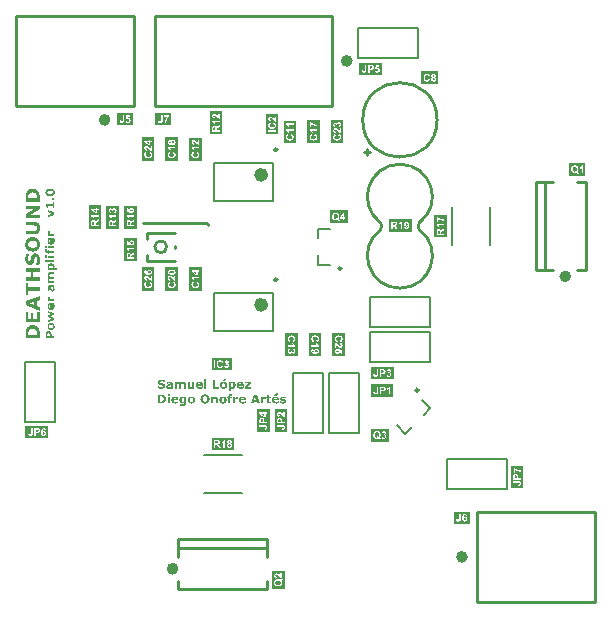
<source format=gto>
%FSLAX25Y25*%
%MOIN*%
G70*
G01*
G75*
G04 Layer_Color=65535*
%ADD10R,0.04528X0.05315*%
G04:AMPARAMS|DCode=11|XSize=35.43mil|YSize=27.56mil|CornerRadius=6.89mil|HoleSize=0mil|Usage=FLASHONLY|Rotation=90.000|XOffset=0mil|YOffset=0mil|HoleType=Round|Shape=RoundedRectangle|*
%AMROUNDEDRECTD11*
21,1,0.03543,0.01378,0,0,90.0*
21,1,0.02165,0.02756,0,0,90.0*
1,1,0.01378,0.00689,0.01083*
1,1,0.01378,0.00689,-0.01083*
1,1,0.01378,-0.00689,-0.01083*
1,1,0.01378,-0.00689,0.01083*
%
%ADD11ROUNDEDRECTD11*%
G04:AMPARAMS|DCode=12|XSize=23.62mil|YSize=27.56mil|CornerRadius=5.91mil|HoleSize=0mil|Usage=FLASHONLY|Rotation=90.000|XOffset=0mil|YOffset=0mil|HoleType=Round|Shape=RoundedRectangle|*
%AMROUNDEDRECTD12*
21,1,0.02362,0.01575,0,0,90.0*
21,1,0.01181,0.02756,0,0,90.0*
1,1,0.01181,0.00787,0.00591*
1,1,0.01181,0.00787,-0.00591*
1,1,0.01181,-0.00787,-0.00591*
1,1,0.01181,-0.00787,0.00591*
%
%ADD12ROUNDEDRECTD12*%
%ADD13R,0.05315X0.04528*%
%ADD14R,0.03740X0.02559*%
G04:AMPARAMS|DCode=15|XSize=25.59mil|YSize=37.4mil|CornerRadius=0mil|HoleSize=0mil|Usage=FLASHONLY|Rotation=45.000|XOffset=0mil|YOffset=0mil|HoleType=Round|Shape=Rectangle|*
%AMROTATEDRECTD15*
4,1,4,0.00418,-0.02227,-0.02227,0.00418,-0.00418,0.02227,0.02227,-0.00418,0.00418,-0.02227,0.0*
%
%ADD15ROTATEDRECTD15*%

%ADD16O,0.02362X0.05709*%
%ADD17R,0.05512X0.04528*%
%ADD18R,0.06496X0.13386*%
%ADD19R,0.13386X0.06496*%
%ADD20C,0.03000*%
%ADD21C,0.02000*%
%ADD22C,0.02500*%
%ADD23C,0.05000*%
%ADD24C,0.15748*%
%ADD25O,0.07874X0.11811*%
%ADD26C,0.05906*%
%ADD27R,0.05906X0.05906*%
%ADD28O,0.05906X0.09843*%
%ADD29O,0.09843X0.05906*%
%ADD30C,0.07874*%
%ADD31R,0.05906X0.05906*%
%ADD32C,0.19685*%
%ADD33C,0.04000*%
%ADD34C,0.06000*%
%ADD35C,0.01969*%
%ADD36C,0.00984*%
%ADD37C,0.01000*%
%ADD38C,0.02362*%
%ADD39C,0.00787*%
G36*
X89412Y156693D02*
X85230D01*
Y163329D01*
X89412D01*
Y156693D01*
D02*
G37*
G36*
X14764Y114119D02*
X11692D01*
Y114829D01*
X14764D01*
Y114119D01*
D02*
G37*
G36*
X12229Y115482D02*
X11692D01*
Y116231D01*
X12229D01*
Y115482D01*
D02*
G37*
G36*
X48078Y104527D02*
X43892D01*
Y112269D01*
X48078D01*
Y104527D01*
D02*
G37*
G36*
X14764Y109924D02*
X13521D01*
X13477Y109919D01*
X13429D01*
X13386Y109914D01*
X13367D01*
X13348Y109909D01*
X13324D01*
X13261Y109895D01*
X13204Y109871D01*
X13199D01*
X13194Y109866D01*
X13165Y109847D01*
X13127Y109813D01*
X13098Y109765D01*
Y109760D01*
X13093Y109751D01*
X13089Y109736D01*
X13079Y109712D01*
X13074Y109684D01*
X13069Y109650D01*
X13065Y109607D01*
Y109559D01*
Y109554D01*
Y109544D01*
Y109525D01*
X13069Y109506D01*
X13079Y109448D01*
X13098Y109386D01*
Y109381D01*
X13103Y109371D01*
X13113Y109352D01*
X13122Y109328D01*
X13137Y109300D01*
X13151Y109261D01*
X13199Y109179D01*
X14764D01*
Y108469D01*
X13525D01*
X13477Y108464D01*
X13391Y108459D01*
X13372D01*
X13353Y108455D01*
X13324Y108450D01*
X13261Y108435D01*
X13204Y108416D01*
X13199D01*
X13194Y108412D01*
X13165Y108387D01*
X13127Y108354D01*
X13098Y108306D01*
Y108301D01*
X13093Y108291D01*
X13089Y108277D01*
X13079Y108253D01*
X13074Y108224D01*
X13069Y108191D01*
X13065Y108152D01*
Y108104D01*
Y108099D01*
Y108085D01*
Y108066D01*
X13069Y108037D01*
X13084Y107975D01*
X13108Y107898D01*
Y107893D01*
X13117Y107884D01*
X13122Y107864D01*
X13137Y107840D01*
X13165Y107783D01*
X13199Y107725D01*
X14764D01*
Y107015D01*
X12546D01*
Y107725D01*
X12796D01*
X12791Y107735D01*
X12772Y107759D01*
X12748Y107792D01*
X12714Y107835D01*
X12676Y107893D01*
X12637Y107951D01*
X12604Y108013D01*
X12570Y108075D01*
X12565Y108085D01*
X12556Y108104D01*
X12546Y108138D01*
X12527Y108186D01*
X12513Y108239D01*
X12503Y108301D01*
X12493Y108373D01*
X12489Y108445D01*
Y108450D01*
Y108455D01*
Y108484D01*
X12493Y108522D01*
X12503Y108575D01*
X12513Y108632D01*
X12532Y108700D01*
X12556Y108767D01*
X12589Y108829D01*
X12594Y108839D01*
X12609Y108858D01*
X12628Y108887D01*
X12661Y108925D01*
X12700Y108968D01*
X12753Y109011D01*
X12810Y109055D01*
X12877Y109093D01*
Y109098D01*
X12868Y109103D01*
X12849Y109132D01*
X12815Y109170D01*
X12772Y109223D01*
X12729Y109285D01*
X12681Y109357D01*
X12637Y109429D01*
X12594Y109506D01*
X12589Y109516D01*
X12580Y109539D01*
X12561Y109578D01*
X12541Y109631D01*
X12522Y109693D01*
X12503Y109756D01*
X12493Y109827D01*
X12489Y109899D01*
Y109904D01*
Y109914D01*
Y109933D01*
X12493Y109957D01*
Y109991D01*
X12498Y110024D01*
X12517Y110101D01*
X12541Y110192D01*
X12580Y110284D01*
X12633Y110370D01*
X12666Y110408D01*
X12705Y110447D01*
X12714Y110456D01*
X12729Y110466D01*
X12743Y110476D01*
X12767Y110490D01*
X12796Y110504D01*
X12825Y110523D01*
X12863Y110543D01*
X12949Y110576D01*
X13055Y110605D01*
X13180Y110624D01*
X13324Y110634D01*
X14764D01*
Y109924D01*
D02*
G37*
G36*
X13727Y113605D02*
X13794Y113600D01*
X13871Y113591D01*
X13957Y113572D01*
X14044Y113552D01*
X14130Y113523D01*
X14140Y113519D01*
X14169Y113509D01*
X14207Y113490D01*
X14260Y113466D01*
X14317Y113432D01*
X14380Y113394D01*
X14442Y113351D01*
X14500Y113303D01*
X14505Y113298D01*
X14524Y113279D01*
X14553Y113250D01*
X14586Y113207D01*
X14625Y113159D01*
X14663Y113106D01*
X14697Y113043D01*
X14730Y112976D01*
X14735Y112967D01*
X14740Y112947D01*
X14754Y112909D01*
X14769Y112861D01*
X14783Y112803D01*
X14793Y112741D01*
X14802Y112669D01*
X14807Y112592D01*
Y112583D01*
Y112564D01*
Y112525D01*
X14802Y112482D01*
X14797Y112434D01*
X14793Y112376D01*
X14783Y112323D01*
X14769Y112271D01*
Y112266D01*
X14759Y112247D01*
X14754Y112223D01*
X14740Y112189D01*
X14725Y112146D01*
X14701Y112103D01*
X14653Y112002D01*
X15575D01*
Y111292D01*
X12546D01*
Y112002D01*
X12781D01*
X12777Y112012D01*
X12757Y112031D01*
X12733Y112064D01*
X12705Y112103D01*
X12671Y112155D01*
X12637Y112208D01*
X12599Y112271D01*
X12570Y112333D01*
X12565Y112343D01*
X12556Y112362D01*
X12546Y112400D01*
X12527Y112448D01*
X12513Y112506D01*
X12503Y112573D01*
X12493Y112650D01*
X12489Y112732D01*
Y112736D01*
Y112751D01*
Y112770D01*
X12493Y112799D01*
X12498Y112832D01*
X12503Y112875D01*
X12527Y112967D01*
X12565Y113072D01*
X12589Y113125D01*
X12618Y113178D01*
X12652Y113231D01*
X12695Y113279D01*
X12743Y113331D01*
X12796Y113375D01*
X12801Y113380D01*
X12810Y113384D01*
X12829Y113399D01*
X12853Y113413D01*
X12882Y113427D01*
X12921Y113452D01*
X12964Y113471D01*
X13012Y113495D01*
X13069Y113514D01*
X13132Y113538D01*
X13199Y113557D01*
X13276Y113572D01*
X13353Y113591D01*
X13439Y113600D01*
X13530Y113605D01*
X13626Y113610D01*
X13674D01*
X13727Y113605D01*
D02*
G37*
G36*
X73789Y77907D02*
X67126D01*
Y82093D01*
X73789D01*
Y77907D01*
D02*
G37*
G36*
X14764Y118592D02*
X12546D01*
Y119303D01*
X14764D01*
Y118592D01*
D02*
G37*
G36*
X127488Y69121D02*
X120276D01*
Y73273D01*
X127488D01*
Y69121D01*
D02*
G37*
G36*
X13789Y120522D02*
X13799D01*
X13813Y120527D01*
X13833D01*
X13881Y120536D01*
X13938Y120551D01*
X14005Y120575D01*
X14073Y120613D01*
X14135Y120656D01*
X14193Y120719D01*
X14197Y120728D01*
X14212Y120752D01*
X14236Y120796D01*
X14260Y120853D01*
X14284Y120930D01*
X14308Y121021D01*
X14322Y121132D01*
X14327Y121256D01*
Y121261D01*
Y121266D01*
Y121295D01*
X14322Y121338D01*
X14317Y121396D01*
X14308Y121463D01*
X14293Y121535D01*
X14274Y121611D01*
X14245Y121693D01*
Y121698D01*
X14241Y121703D01*
X14231Y121727D01*
X14217Y121765D01*
X14193Y121813D01*
X14164Y121866D01*
X14135Y121923D01*
X14101Y121981D01*
X14068Y122029D01*
Y122111D01*
X14639D01*
Y122106D01*
X14644Y122101D01*
X14649Y122087D01*
X14653Y122067D01*
X14673Y122024D01*
X14692Y121962D01*
X14716Y121890D01*
X14740Y121813D01*
X14759Y121736D01*
X14778Y121655D01*
Y121645D01*
X14783Y121616D01*
X14793Y121573D01*
X14797Y121516D01*
X14807Y121448D01*
X14817Y121367D01*
X14821Y121280D01*
Y121184D01*
Y121175D01*
Y121156D01*
Y121122D01*
X14817Y121074D01*
X14812Y121021D01*
X14807Y120954D01*
X14797Y120882D01*
X14783Y120805D01*
X14749Y120642D01*
X14725Y120555D01*
X14697Y120474D01*
X14663Y120387D01*
X14620Y120306D01*
X14577Y120234D01*
X14524Y120162D01*
X14519Y120157D01*
X14509Y120148D01*
X14490Y120128D01*
X14466Y120109D01*
X14437Y120080D01*
X14399Y120052D01*
X14356Y120018D01*
X14303Y119989D01*
X14250Y119956D01*
X14183Y119922D01*
X14116Y119893D01*
X14039Y119864D01*
X13953Y119845D01*
X13866Y119826D01*
X13770Y119816D01*
X13669Y119811D01*
X13617D01*
X13578Y119816D01*
X13530Y119821D01*
X13477Y119831D01*
X13420Y119840D01*
X13357Y119855D01*
X13285Y119869D01*
X13218Y119893D01*
X13146Y119922D01*
X13074Y119956D01*
X13002Y119994D01*
X12930Y120037D01*
X12863Y120090D01*
X12801Y120148D01*
X12796Y120152D01*
X12786Y120162D01*
X12772Y120181D01*
X12748Y120210D01*
X12724Y120244D01*
X12700Y120287D01*
X12671Y120335D01*
X12637Y120387D01*
X12609Y120450D01*
X12580Y120522D01*
X12556Y120594D01*
X12527Y120680D01*
X12508Y120767D01*
X12493Y120863D01*
X12484Y120964D01*
X12479Y121069D01*
Y121074D01*
Y121093D01*
Y121122D01*
X12484Y121156D01*
X12489Y121203D01*
X12493Y121251D01*
X12503Y121309D01*
X12513Y121371D01*
X12546Y121506D01*
X12570Y121573D01*
X12594Y121640D01*
X12628Y121703D01*
X12666Y121765D01*
X12709Y121827D01*
X12757Y121880D01*
X12762Y121885D01*
X12772Y121890D01*
X12786Y121904D01*
X12810Y121923D01*
X12834Y121943D01*
X12873Y121967D01*
X12911Y121991D01*
X12959Y122020D01*
X13012Y122044D01*
X13069Y122067D01*
X13137Y122091D01*
X13204Y122111D01*
X13281Y122130D01*
X13362Y122144D01*
X13449Y122149D01*
X13545Y122154D01*
X13789D01*
Y120522D01*
D02*
G37*
G36*
X14764Y115501D02*
X12546D01*
Y116211D01*
X14764D01*
Y115501D01*
D02*
G37*
G36*
X12215Y118266D02*
Y118256D01*
X12205Y118232D01*
X12201Y118194D01*
X12186Y118141D01*
Y118136D01*
X12181Y118127D01*
Y118112D01*
X12177Y118093D01*
X12172Y118040D01*
X12167Y117978D01*
Y117968D01*
Y117944D01*
X12172Y117911D01*
X12177Y117868D01*
X12186Y117819D01*
X12201Y117771D01*
X12220Y117728D01*
X12244Y117695D01*
X12249Y117690D01*
X12258Y117685D01*
X12277Y117671D01*
X12306Y117661D01*
X12345Y117647D01*
X12397Y117632D01*
X12455Y117628D01*
X12532Y117623D01*
X12546D01*
Y118175D01*
X13026D01*
Y117647D01*
X14764D01*
Y116936D01*
X13026D01*
Y116634D01*
X12546D01*
Y116936D01*
X12450D01*
X12421Y116941D01*
X12388D01*
X12349Y116946D01*
X12258Y116965D01*
X12162Y116989D01*
X12061Y117027D01*
X11961Y117080D01*
X11917Y117114D01*
X11879Y117152D01*
X11874Y117157D01*
X11869Y117162D01*
X11860Y117176D01*
X11845Y117191D01*
X11831Y117215D01*
X11812Y117244D01*
X11793Y117277D01*
X11773Y117315D01*
X11754Y117359D01*
X11740Y117407D01*
X11721Y117459D01*
X11706Y117517D01*
X11692Y117584D01*
X11682Y117651D01*
X11673Y117728D01*
Y117805D01*
Y117815D01*
Y117834D01*
Y117863D01*
Y117901D01*
X11677Y117944D01*
Y117992D01*
X11687Y118093D01*
Y118098D01*
Y118117D01*
X11692Y118141D01*
Y118170D01*
X11701Y118247D01*
X11716Y118324D01*
X12215D01*
Y118266D01*
D02*
G37*
G36*
X12229Y118573D02*
X11692D01*
Y119322D01*
X12229D01*
Y118573D01*
D02*
G37*
G36*
X14764Y105656D02*
X14533D01*
Y105651D01*
X14543Y105647D01*
X14562Y105618D01*
X14596Y105570D01*
X14639Y105512D01*
Y105508D01*
X14649Y105498D01*
X14658Y105483D01*
X14673Y105459D01*
X14701Y105412D01*
X14735Y105354D01*
Y105349D01*
X14740Y105335D01*
X14749Y105315D01*
X14759Y105287D01*
X14769Y105253D01*
X14778Y105215D01*
X14797Y105133D01*
Y105128D01*
X14802Y105114D01*
X14807Y105090D01*
Y105061D01*
X14812Y105027D01*
X14817Y104984D01*
X14821Y104893D01*
Y104888D01*
Y104879D01*
Y104864D01*
X14817Y104840D01*
Y104812D01*
X14812Y104783D01*
X14797Y104711D01*
X14773Y104624D01*
X14740Y104538D01*
X14692Y104447D01*
X14629Y104365D01*
X14625D01*
X14620Y104356D01*
X14596Y104332D01*
X14553Y104298D01*
X14495Y104260D01*
X14423Y104221D01*
X14337Y104188D01*
X14241Y104164D01*
X14188Y104159D01*
X14130Y104154D01*
X14087D01*
X14044Y104159D01*
X13986Y104168D01*
X13924Y104178D01*
X13857Y104197D01*
X13794Y104226D01*
X13732Y104260D01*
X13727Y104264D01*
X13708Y104279D01*
X13679Y104303D01*
X13645Y104341D01*
X13602Y104384D01*
X13564Y104437D01*
X13525Y104499D01*
X13487Y104567D01*
X13482Y104576D01*
X13473Y104600D01*
X13458Y104643D01*
X13439Y104701D01*
X13420Y104773D01*
X13396Y104855D01*
X13377Y104946D01*
X13362Y105052D01*
Y105056D01*
Y105066D01*
X13357Y105080D01*
Y105104D01*
X13353Y105128D01*
X13348Y105162D01*
X13338Y105239D01*
X13333Y105330D01*
X13324Y105431D01*
X13314Y105541D01*
X13305Y105656D01*
X13266D01*
X13233Y105647D01*
X13194Y105637D01*
X13151Y105618D01*
X13108Y105594D01*
X13069Y105555D01*
X13036Y105508D01*
X13031Y105503D01*
X13021Y105479D01*
X13012Y105445D01*
X12997Y105397D01*
X12983Y105335D01*
X12969Y105258D01*
X12964Y105167D01*
X12959Y105066D01*
Y105056D01*
Y105037D01*
X12964Y104999D01*
X12969Y104955D01*
X12973Y104898D01*
X12983Y104835D01*
X13002Y104763D01*
X13021Y104692D01*
X13026Y104682D01*
X13031Y104658D01*
X13041Y104624D01*
X13055Y104581D01*
X13089Y104490D01*
X13103Y104447D01*
X13117Y104408D01*
Y104346D01*
X12589D01*
Y104351D01*
X12585Y104365D01*
X12580Y104394D01*
X12570Y104432D01*
X12561Y104480D01*
X12551Y104543D01*
X12537Y104620D01*
X12522Y104706D01*
Y104711D01*
Y104716D01*
X12517Y104730D01*
Y104749D01*
X12508Y104802D01*
X12498Y104864D01*
X12493Y104941D01*
X12484Y105027D01*
X12479Y105119D01*
Y105215D01*
Y105219D01*
Y105244D01*
Y105272D01*
X12484Y105315D01*
Y105364D01*
X12489Y105421D01*
X12493Y105483D01*
X12503Y105551D01*
X12522Y105695D01*
X12556Y105839D01*
X12580Y105906D01*
X12604Y105973D01*
X12633Y106035D01*
X12666Y106088D01*
Y106093D01*
X12676Y106098D01*
X12685Y106112D01*
X12700Y106131D01*
X12748Y106175D01*
X12810Y106228D01*
X12849Y106252D01*
X12892Y106275D01*
X12940Y106299D01*
X12993Y106319D01*
X13050Y106338D01*
X13117Y106352D01*
X13185Y106357D01*
X13257Y106362D01*
X14764D01*
Y105656D01*
D02*
G37*
G36*
X14764Y134726D02*
X13986D01*
Y135465D01*
X14764D01*
Y134726D01*
D02*
G37*
G36*
X111070Y153740D02*
X106884D01*
Y161459D01*
X111070D01*
Y153740D01*
D02*
G37*
G36*
X13429Y138475D02*
X13516Y138470D01*
X13621Y138465D01*
X13732Y138451D01*
X13847Y138436D01*
X13962Y138412D01*
X13967D01*
X13977Y138408D01*
X13991D01*
X14010Y138398D01*
X14063Y138384D01*
X14130Y138360D01*
X14207Y138331D01*
X14289Y138297D01*
X14365Y138254D01*
X14442Y138201D01*
X14452Y138196D01*
X14476Y138172D01*
X14509Y138144D01*
X14548Y138100D01*
X14596Y138043D01*
X14644Y137980D01*
X14692Y137904D01*
X14730Y137822D01*
Y137817D01*
X14735Y137812D01*
X14740Y137798D01*
X14745Y137784D01*
X14759Y137731D01*
X14778Y137668D01*
X14797Y137587D01*
X14812Y137491D01*
X14821Y137380D01*
X14826Y137260D01*
Y137256D01*
Y137246D01*
Y137227D01*
Y137203D01*
X14821Y137179D01*
Y137145D01*
X14812Y137064D01*
X14802Y136977D01*
X14788Y136881D01*
X14764Y136785D01*
X14730Y136694D01*
Y136689D01*
X14725Y136684D01*
X14711Y136656D01*
X14687Y136612D01*
X14653Y136560D01*
X14615Y136502D01*
X14562Y136440D01*
X14505Y136377D01*
X14437Y136320D01*
X14428Y136315D01*
X14404Y136296D01*
X14361Y136272D01*
X14303Y136238D01*
X14236Y136204D01*
X14154Y136171D01*
X14058Y136137D01*
X13957Y136108D01*
X13953D01*
X13943Y136104D01*
X13929D01*
X13905Y136099D01*
X13881Y136094D01*
X13847Y136089D01*
X13809Y136084D01*
X13765Y136080D01*
X13669Y136065D01*
X13554Y136056D01*
X13429Y136051D01*
X13295Y136046D01*
X13199D01*
X13161Y136051D01*
X13069Y136056D01*
X12969Y136060D01*
X12853Y136075D01*
X12743Y136089D01*
X12633Y136108D01*
X12628D01*
X12618Y136113D01*
X12604Y136118D01*
X12585Y136123D01*
X12532Y136137D01*
X12465Y136161D01*
X12393Y136190D01*
X12311Y136228D01*
X12229Y136272D01*
X12153Y136324D01*
X12143Y136329D01*
X12119Y136348D01*
X12085Y136382D01*
X12042Y136425D01*
X11999Y136483D01*
X11951Y136545D01*
X11903Y136622D01*
X11865Y136704D01*
Y136708D01*
X11860Y136713D01*
X11855Y136728D01*
X11850Y136747D01*
X11831Y136795D01*
X11812Y136862D01*
X11797Y136944D01*
X11778Y137040D01*
X11769Y137145D01*
X11764Y137260D01*
Y137265D01*
Y137275D01*
Y137294D01*
Y137318D01*
X11769Y137347D01*
Y137380D01*
X11778Y137457D01*
X11788Y137548D01*
X11807Y137640D01*
X11831Y137736D01*
X11865Y137827D01*
Y137832D01*
X11869Y137836D01*
X11884Y137865D01*
X11908Y137908D01*
X11941Y137961D01*
X11980Y138019D01*
X12033Y138081D01*
X12095Y138144D01*
X12162Y138201D01*
X12172Y138206D01*
X12196Y138225D01*
X12239Y138249D01*
X12297Y138283D01*
X12364Y138316D01*
X12445Y138350D01*
X12541Y138384D01*
X12642Y138412D01*
X12647D01*
X12657Y138417D01*
X12671D01*
X12690Y138422D01*
X12719Y138427D01*
X12753Y138432D01*
X12786Y138441D01*
X12829Y138446D01*
X12925Y138460D01*
X13036Y138470D01*
X13161Y138475D01*
X13295Y138480D01*
X13391D01*
X13429Y138475D01*
D02*
G37*
G36*
X55952Y104527D02*
X51766D01*
Y112223D01*
X55952D01*
Y104527D01*
D02*
G37*
G36*
X14764Y130574D02*
Y129768D01*
X12546Y128923D01*
Y129672D01*
X14082Y130190D01*
X12546Y130699D01*
Y131433D01*
X14764Y130574D01*
D02*
G37*
G36*
Y132014D02*
X14250D01*
Y132633D01*
X12695D01*
Y132014D01*
X12215D01*
Y132019D01*
Y132038D01*
Y132067D01*
Y132100D01*
X12210Y132139D01*
Y132187D01*
X12201Y132283D01*
Y132288D01*
X12196Y132307D01*
Y132331D01*
X12186Y132360D01*
X12172Y132427D01*
X12143Y132499D01*
Y132504D01*
X12133Y132518D01*
X12124Y132537D01*
X12109Y132556D01*
X12071Y132609D01*
X12047Y132633D01*
X12018Y132652D01*
X12013Y132657D01*
X12004Y132662D01*
X11985Y132672D01*
X11961Y132681D01*
X11932Y132691D01*
X11898Y132700D01*
X11817Y132715D01*
Y133368D01*
X14250D01*
Y133972D01*
X14764D01*
Y132014D01*
D02*
G37*
G36*
X12829Y91002D02*
X12877Y90997D01*
X12940Y90987D01*
X13002Y90978D01*
X13074Y90959D01*
X13146Y90935D01*
X13156Y90930D01*
X13175Y90920D01*
X13213Y90906D01*
X13257Y90887D01*
X13305Y90858D01*
X13357Y90824D01*
X13410Y90786D01*
X13458Y90738D01*
X13468Y90728D01*
X13487Y90709D01*
X13516Y90671D01*
X13554Y90623D01*
X13597Y90565D01*
X13641Y90503D01*
X13684Y90426D01*
X13722Y90349D01*
X13727Y90339D01*
X13737Y90311D01*
X13751Y90263D01*
X13765Y90200D01*
X13780Y90123D01*
X13794Y90032D01*
X13804Y89927D01*
X13809Y89811D01*
Y89341D01*
X14764D01*
Y88583D01*
X11826D01*
Y89826D01*
Y89831D01*
Y89840D01*
Y89855D01*
Y89874D01*
X11831Y89927D01*
Y89994D01*
X11841Y90066D01*
X11850Y90148D01*
X11860Y90224D01*
X11879Y90301D01*
Y90311D01*
X11889Y90335D01*
X11898Y90368D01*
X11913Y90416D01*
X11937Y90469D01*
X11961Y90522D01*
X12023Y90637D01*
X12028Y90647D01*
X12042Y90666D01*
X12071Y90699D01*
X12105Y90738D01*
X12148Y90781D01*
X12196Y90829D01*
X12253Y90872D01*
X12321Y90911D01*
X12330Y90916D01*
X12354Y90925D01*
X12393Y90939D01*
X12445Y90959D01*
X12508Y90978D01*
X12580Y90992D01*
X12666Y91002D01*
X12757Y91007D01*
X12791D01*
X12829Y91002D01*
D02*
G37*
G36*
X111620Y82593D02*
X107434D01*
Y90354D01*
X111620D01*
Y82593D01*
D02*
G37*
G36*
X13789Y98787D02*
X13799D01*
X13813Y98792D01*
X13833D01*
X13881Y98802D01*
X13938Y98816D01*
X14005Y98840D01*
X14073Y98879D01*
X14135Y98922D01*
X14193Y98984D01*
X14197Y98994D01*
X14212Y99018D01*
X14236Y99061D01*
X14260Y99119D01*
X14284Y99195D01*
X14308Y99287D01*
X14322Y99397D01*
X14327Y99522D01*
Y99527D01*
Y99532D01*
Y99560D01*
X14322Y99603D01*
X14317Y99661D01*
X14308Y99728D01*
X14293Y99800D01*
X14274Y99877D01*
X14245Y99959D01*
Y99963D01*
X14241Y99968D01*
X14231Y99992D01*
X14217Y100031D01*
X14193Y100079D01*
X14164Y100131D01*
X14135Y100189D01*
X14101Y100247D01*
X14068Y100295D01*
Y100376D01*
X14639D01*
Y100372D01*
X14644Y100367D01*
X14649Y100352D01*
X14653Y100333D01*
X14673Y100290D01*
X14692Y100227D01*
X14716Y100155D01*
X14740Y100079D01*
X14759Y100002D01*
X14778Y99920D01*
Y99911D01*
X14783Y99882D01*
X14793Y99839D01*
X14797Y99781D01*
X14807Y99714D01*
X14817Y99632D01*
X14821Y99546D01*
Y99450D01*
Y99440D01*
Y99421D01*
Y99388D01*
X14817Y99339D01*
X14812Y99287D01*
X14807Y99220D01*
X14797Y99147D01*
X14783Y99071D01*
X14749Y98908D01*
X14725Y98821D01*
X14697Y98739D01*
X14663Y98653D01*
X14620Y98571D01*
X14577Y98500D01*
X14524Y98427D01*
X14519Y98423D01*
X14509Y98413D01*
X14490Y98394D01*
X14466Y98375D01*
X14437Y98346D01*
X14399Y98317D01*
X14356Y98283D01*
X14303Y98255D01*
X14250Y98221D01*
X14183Y98188D01*
X14116Y98159D01*
X14039Y98130D01*
X13953Y98111D01*
X13866Y98092D01*
X13770Y98082D01*
X13669Y98077D01*
X13617D01*
X13578Y98082D01*
X13530Y98087D01*
X13477Y98096D01*
X13420Y98106D01*
X13357Y98120D01*
X13285Y98135D01*
X13218Y98159D01*
X13146Y98188D01*
X13074Y98221D01*
X13002Y98260D01*
X12930Y98303D01*
X12863Y98356D01*
X12801Y98413D01*
X12796Y98418D01*
X12786Y98427D01*
X12772Y98447D01*
X12748Y98475D01*
X12724Y98509D01*
X12700Y98552D01*
X12671Y98600D01*
X12637Y98653D01*
X12609Y98716D01*
X12580Y98787D01*
X12556Y98860D01*
X12527Y98946D01*
X12508Y99032D01*
X12493Y99128D01*
X12484Y99229D01*
X12479Y99335D01*
Y99339D01*
Y99359D01*
Y99388D01*
X12484Y99421D01*
X12489Y99469D01*
X12493Y99517D01*
X12503Y99575D01*
X12513Y99637D01*
X12546Y99771D01*
X12570Y99839D01*
X12594Y99906D01*
X12628Y99968D01*
X12666Y100031D01*
X12709Y100093D01*
X12757Y100146D01*
X12762Y100151D01*
X12772Y100155D01*
X12786Y100170D01*
X12810Y100189D01*
X12834Y100208D01*
X12873Y100232D01*
X12911Y100256D01*
X12959Y100285D01*
X13012Y100309D01*
X13069Y100333D01*
X13137Y100357D01*
X13204Y100376D01*
X13281Y100396D01*
X13362Y100410D01*
X13449Y100415D01*
X13545Y100419D01*
X13789D01*
Y98787D01*
D02*
G37*
G36*
X13228Y102464D02*
X13223Y102455D01*
X13218Y102431D01*
X13213Y102411D01*
Y102387D01*
X13209Y102354D01*
X13204Y102320D01*
Y102315D01*
Y102306D01*
X13199Y102287D01*
Y102263D01*
X13194Y102205D01*
Y102152D01*
Y102147D01*
Y102128D01*
Y102100D01*
X13199Y102061D01*
Y102018D01*
X13204Y101975D01*
X13218Y101883D01*
Y101879D01*
X13223Y101864D01*
X13228Y101840D01*
X13233Y101812D01*
X13242Y101773D01*
X13257Y101730D01*
X13285Y101634D01*
X14764D01*
Y100924D01*
X12546D01*
Y101634D01*
X12873D01*
X12868Y101639D01*
X12863Y101644D01*
X12839Y101672D01*
X12805Y101716D01*
X12762Y101773D01*
X12719Y101836D01*
X12676Y101908D01*
X12637Y101975D01*
X12609Y102042D01*
X12604Y102051D01*
X12599Y102071D01*
X12589Y102104D01*
X12575Y102147D01*
X12561Y102196D01*
X12551Y102248D01*
X12546Y102306D01*
X12541Y102359D01*
Y102364D01*
Y102383D01*
Y102411D01*
X12546Y102445D01*
Y102455D01*
Y102474D01*
Y102503D01*
X12551Y102532D01*
X13228D01*
Y102464D01*
D02*
G37*
G36*
X48074Y147835D02*
X43892D01*
Y155623D01*
X48074D01*
Y147835D01*
D02*
G37*
G36*
X13751Y93767D02*
X13794Y93762D01*
X13847Y93752D01*
X13905Y93743D01*
X13972Y93733D01*
X14106Y93695D01*
X14178Y93666D01*
X14250Y93637D01*
X14322Y93599D01*
X14389Y93555D01*
X14457Y93507D01*
X14519Y93450D01*
X14524Y93445D01*
X14533Y93436D01*
X14548Y93416D01*
X14567Y93392D01*
X14591Y93359D01*
X14620Y93320D01*
X14644Y93272D01*
X14673Y93220D01*
X14706Y93162D01*
X14730Y93095D01*
X14759Y93018D01*
X14783Y92941D01*
X14802Y92855D01*
X14817Y92759D01*
X14826Y92663D01*
X14831Y92557D01*
Y92552D01*
Y92533D01*
Y92500D01*
X14826Y92461D01*
X14821Y92413D01*
X14817Y92356D01*
X14807Y92293D01*
X14793Y92226D01*
X14754Y92082D01*
X14730Y92010D01*
X14701Y91933D01*
X14663Y91861D01*
X14620Y91789D01*
X14572Y91722D01*
X14519Y91659D01*
X14514Y91655D01*
X14505Y91645D01*
X14485Y91631D01*
X14461Y91611D01*
X14428Y91588D01*
X14389Y91559D01*
X14346Y91530D01*
X14293Y91501D01*
X14236Y91472D01*
X14169Y91444D01*
X14101Y91415D01*
X14025Y91391D01*
X13938Y91372D01*
X13852Y91357D01*
X13761Y91347D01*
X13660Y91343D01*
X13607D01*
X13569Y91347D01*
X13521Y91352D01*
X13468Y91362D01*
X13410Y91372D01*
X13343Y91381D01*
X13204Y91420D01*
X13137Y91444D01*
X13065Y91477D01*
X12993Y91511D01*
X12921Y91554D01*
X12858Y91602D01*
X12796Y91659D01*
X12791Y91664D01*
X12781Y91674D01*
X12767Y91693D01*
X12748Y91717D01*
X12724Y91751D01*
X12695Y91794D01*
X12666Y91837D01*
X12637Y91895D01*
X12609Y91952D01*
X12580Y92019D01*
X12551Y92092D01*
X12527Y92173D01*
X12508Y92260D01*
X12493Y92356D01*
X12484Y92452D01*
X12479Y92557D01*
Y92562D01*
Y92581D01*
Y92615D01*
X12484Y92653D01*
X12489Y92701D01*
X12493Y92754D01*
X12503Y92816D01*
X12517Y92883D01*
X12556Y93028D01*
X12580Y93104D01*
X12613Y93176D01*
X12647Y93248D01*
X12690Y93320D01*
X12738Y93388D01*
X12796Y93450D01*
X12801Y93455D01*
X12810Y93464D01*
X12829Y93479D01*
X12853Y93503D01*
X12887Y93527D01*
X12925Y93551D01*
X12969Y93580D01*
X13021Y93613D01*
X13079Y93642D01*
X13146Y93671D01*
X13218Y93695D01*
X13295Y93723D01*
X13377Y93743D01*
X13468Y93757D01*
X13559Y93767D01*
X13660Y93771D01*
X13713D01*
X13751Y93767D01*
D02*
G37*
G36*
X14764Y97127D02*
Y96373D01*
X13271Y95922D01*
X14764Y95480D01*
Y94712D01*
X12546Y94036D01*
Y94779D01*
X14077Y95164D01*
X12546Y95634D01*
Y96263D01*
X14077Y96714D01*
X12546Y97088D01*
Y97818D01*
X14764Y97127D01*
D02*
G37*
G36*
X13228Y124199D02*
X13223Y124189D01*
X13218Y124165D01*
X13213Y124146D01*
Y124122D01*
X13209Y124088D01*
X13204Y124055D01*
Y124050D01*
Y124040D01*
X13199Y124021D01*
Y123997D01*
X13194Y123940D01*
Y123887D01*
Y123882D01*
Y123863D01*
Y123834D01*
X13199Y123795D01*
Y123752D01*
X13204Y123709D01*
X13218Y123618D01*
Y123613D01*
X13223Y123599D01*
X13228Y123575D01*
X13233Y123546D01*
X13242Y123507D01*
X13257Y123464D01*
X13285Y123368D01*
X14764D01*
Y122658D01*
X12546D01*
Y123368D01*
X12873D01*
X12868Y123373D01*
X12863Y123378D01*
X12839Y123407D01*
X12805Y123450D01*
X12762Y123507D01*
X12719Y123570D01*
X12676Y123642D01*
X12637Y123709D01*
X12609Y123776D01*
X12604Y123786D01*
X12599Y123805D01*
X12589Y123839D01*
X12575Y123882D01*
X12561Y123930D01*
X12551Y123983D01*
X12546Y124040D01*
X12541Y124093D01*
Y124098D01*
Y124117D01*
Y124146D01*
X12546Y124179D01*
Y124189D01*
Y124208D01*
Y124237D01*
X12551Y124266D01*
X13228D01*
Y124199D01*
D02*
G37*
G36*
X133792Y124167D02*
X126181D01*
Y128318D01*
X133792D01*
Y124167D01*
D02*
G37*
G36*
X171109Y38583D02*
X166965D01*
Y46205D01*
X171109D01*
Y38583D01*
D02*
G37*
G36*
X74745Y51332D02*
X67126D01*
Y55483D01*
X74745D01*
Y51332D01*
D02*
G37*
G36*
X91596Y5118D02*
X87199D01*
Y11059D01*
X91596D01*
Y5118D01*
D02*
G37*
G36*
X191770Y142656D02*
X186221D01*
Y147053D01*
X191770D01*
Y142656D01*
D02*
G37*
G36*
X12772Y55269D02*
X5118D01*
Y59420D01*
X12772D01*
Y55269D01*
D02*
G37*
G36*
X126243Y54073D02*
X120276D01*
Y58471D01*
X126243D01*
Y54073D01*
D02*
G37*
G36*
X36267Y125197D02*
X32115D01*
Y132824D01*
X36267D01*
Y125197D01*
D02*
G37*
G36*
X42172D02*
X38021D01*
Y132866D01*
X42172D01*
Y125197D01*
D02*
G37*
G36*
X30315Y125197D02*
X26210D01*
Y132893D01*
X30315D01*
Y125197D01*
D02*
G37*
G36*
X145472Y122244D02*
X141367D01*
Y129863D01*
X145472D01*
Y122244D01*
D02*
G37*
G36*
X112533Y126908D02*
X106496D01*
Y131305D01*
X112533D01*
Y126908D01*
D02*
G37*
G36*
X42172Y114370D02*
X38021D01*
Y122020D01*
X42172D01*
Y114370D01*
D02*
G37*
G36*
X124011Y176332D02*
X116339D01*
Y180476D01*
X124011D01*
Y176332D01*
D02*
G37*
G36*
X9843Y101447D02*
X8883Y101116D01*
Y99404D01*
X9843Y99066D01*
Y97845D01*
X5142Y99580D01*
Y100970D01*
X9843Y102714D01*
Y101447D01*
D02*
G37*
G36*
X127906Y74954D02*
X120276D01*
Y79105D01*
X127906D01*
Y74954D01*
D02*
G37*
G36*
X6049Y105602D02*
X9843D01*
Y104388D01*
X6049D01*
Y102921D01*
X5142D01*
Y107068D01*
X6049D01*
Y105602D01*
D02*
G37*
G36*
X7608Y93022D02*
X7669D01*
X7738Y93014D01*
X7815Y93006D01*
X7892Y92991D01*
X8076Y92953D01*
X8276Y92899D01*
X8483Y92822D01*
X8683Y92722D01*
X8691D01*
X8706Y92707D01*
X8729Y92691D01*
X8767Y92668D01*
X8860Y92607D01*
X8975Y92515D01*
X9105Y92407D01*
X9236Y92277D01*
X9359Y92131D01*
X9474Y91970D01*
X9482Y91954D01*
X9505Y91908D01*
X9543Y91839D01*
X9589Y91747D01*
X9635Y91632D01*
X9681Y91501D01*
X9727Y91363D01*
X9766Y91209D01*
Y91202D01*
Y91194D01*
X9773Y91171D01*
X9781Y91140D01*
Y91102D01*
X9789Y91048D01*
X9804Y90933D01*
X9820Y90794D01*
X9827Y90633D01*
X9843Y90441D01*
Y90242D01*
Y88583D01*
X5142D01*
Y90288D01*
Y90295D01*
Y90311D01*
Y90341D01*
Y90387D01*
Y90434D01*
X5150Y90495D01*
X5158Y90626D01*
X5165Y90779D01*
X5181Y90948D01*
X5212Y91117D01*
X5242Y91278D01*
Y91286D01*
X5250Y91294D01*
Y91317D01*
X5258Y91347D01*
X5281Y91424D01*
X5311Y91524D01*
X5350Y91632D01*
X5404Y91747D01*
X5457Y91862D01*
X5519Y91977D01*
Y91985D01*
X5534Y92000D01*
X5549Y92023D01*
X5572Y92062D01*
X5634Y92146D01*
X5726Y92261D01*
X5841Y92384D01*
X5979Y92507D01*
X6141Y92630D01*
X6317Y92745D01*
X6325D01*
X6340Y92761D01*
X6371Y92768D01*
X6410Y92791D01*
X6456Y92814D01*
X6509Y92837D01*
X6578Y92860D01*
X6655Y92891D01*
X6732Y92914D01*
X6824Y92937D01*
X7024Y92983D01*
X7254Y93014D01*
X7500Y93029D01*
X7562D01*
X7608Y93022D01*
D02*
G37*
G36*
X92369Y57284D02*
X88218D01*
Y64887D01*
X92369D01*
Y57284D01*
D02*
G37*
G36*
X9843Y93951D02*
X5142D01*
Y97353D01*
X6049D01*
Y95164D01*
X6863D01*
Y97192D01*
X7769D01*
Y95164D01*
X8936D01*
Y97353D01*
X9843D01*
Y93951D01*
D02*
G37*
G36*
Y110801D02*
X7769D01*
Y109011D01*
X9843D01*
Y107798D01*
X5142D01*
Y109011D01*
X6863D01*
Y110801D01*
X5142D01*
Y112014D01*
X9843D01*
Y110801D01*
D02*
G37*
G36*
X8291Y127420D02*
X8360Y127413D01*
X8445Y127397D01*
X8537Y127382D01*
X8637Y127359D01*
X8744Y127336D01*
X8860Y127298D01*
X8967Y127252D01*
X9075Y127205D01*
X9190Y127136D01*
X9290Y127067D01*
X9389Y126983D01*
X9482Y126891D01*
X9489Y126883D01*
X9505Y126867D01*
X9528Y126837D01*
X9551Y126791D01*
X9589Y126737D01*
X9628Y126668D01*
X9666Y126591D01*
X9712Y126499D01*
X9758Y126391D01*
X9796Y126276D01*
X9835Y126146D01*
X9873Y126007D01*
X9896Y125854D01*
X9919Y125692D01*
X9935Y125516D01*
X9942Y125324D01*
Y125316D01*
Y125278D01*
Y125224D01*
X9935Y125155D01*
X9927Y125070D01*
X9919Y124970D01*
X9904Y124863D01*
X9881Y124740D01*
X9827Y124494D01*
X9789Y124364D01*
X9750Y124233D01*
X9697Y124103D01*
X9635Y123987D01*
X9566Y123872D01*
X9482Y123765D01*
X9474Y123757D01*
X9459Y123742D01*
X9436Y123719D01*
X9397Y123680D01*
X9351Y123642D01*
X9290Y123596D01*
X9220Y123550D01*
X9144Y123504D01*
X9052Y123450D01*
X8952Y123404D01*
X8844Y123358D01*
X8729Y123319D01*
X8598Y123281D01*
X8460Y123258D01*
X8314Y123242D01*
X8153Y123235D01*
X5142D01*
Y124448D01*
X8161D01*
X8253Y124456D01*
X8360Y124471D01*
X8476Y124502D01*
X8598Y124533D01*
X8714Y124586D01*
X8813Y124656D01*
X8821Y124663D01*
X8852Y124694D01*
X8890Y124748D01*
X8929Y124817D01*
X8975Y124909D01*
X9013Y125024D01*
X9044Y125162D01*
X9052Y125324D01*
Y125331D01*
Y125347D01*
Y125370D01*
X9044Y125401D01*
X9036Y125477D01*
X9021Y125585D01*
X8998Y125692D01*
X8952Y125800D01*
X8898Y125908D01*
X8821Y126000D01*
X8813Y126007D01*
X8775Y126030D01*
X8721Y126069D01*
X8644Y126107D01*
X8537Y126146D01*
X8414Y126184D01*
X8260Y126207D01*
X8084Y126215D01*
X5142D01*
Y127428D01*
X8230D01*
X8291Y127420D01*
D02*
G37*
G36*
X9843Y131660D02*
X6617Y129671D01*
X9843D01*
Y128557D01*
X5142D01*
Y130001D01*
X7838Y131721D01*
X5142D01*
Y132835D01*
X9843D01*
Y131660D01*
D02*
G37*
G36*
X7608Y138472D02*
X7669D01*
X7738Y138464D01*
X7815Y138457D01*
X7892Y138441D01*
X8076Y138403D01*
X8276Y138349D01*
X8483Y138272D01*
X8683Y138172D01*
X8691D01*
X8706Y138157D01*
X8729Y138142D01*
X8767Y138119D01*
X8860Y138057D01*
X8975Y137965D01*
X9105Y137858D01*
X9236Y137727D01*
X9359Y137581D01*
X9474Y137420D01*
X9482Y137404D01*
X9505Y137358D01*
X9543Y137289D01*
X9589Y137197D01*
X9635Y137082D01*
X9681Y136951D01*
X9727Y136813D01*
X9766Y136660D01*
Y136652D01*
Y136644D01*
X9773Y136621D01*
X9781Y136590D01*
Y136552D01*
X9789Y136498D01*
X9804Y136383D01*
X9820Y136245D01*
X9827Y136083D01*
X9843Y135891D01*
Y135692D01*
Y134033D01*
X5142D01*
Y135738D01*
Y135746D01*
Y135761D01*
Y135792D01*
Y135838D01*
Y135884D01*
X5150Y135945D01*
X5158Y136076D01*
X5165Y136229D01*
X5181Y136398D01*
X5212Y136567D01*
X5242Y136729D01*
Y136736D01*
X5250Y136744D01*
Y136767D01*
X5258Y136798D01*
X5281Y136874D01*
X5311Y136974D01*
X5350Y137082D01*
X5404Y137197D01*
X5457Y137312D01*
X5519Y137427D01*
Y137435D01*
X5534Y137451D01*
X5549Y137474D01*
X5572Y137512D01*
X5634Y137596D01*
X5726Y137712D01*
X5841Y137835D01*
X5979Y137957D01*
X6141Y138080D01*
X6317Y138196D01*
X6325D01*
X6340Y138211D01*
X6371Y138218D01*
X6410Y138242D01*
X6456Y138265D01*
X6509Y138288D01*
X6578Y138311D01*
X6655Y138341D01*
X6732Y138364D01*
X6824Y138388D01*
X7024Y138434D01*
X7254Y138464D01*
X7500Y138480D01*
X7562D01*
X7608Y138472D01*
D02*
G37*
G36*
X8483Y116968D02*
X8545Y116960D01*
X8606Y116945D01*
X8683Y116930D01*
X8767Y116899D01*
X8860Y116868D01*
X8944Y116830D01*
X9044Y116784D01*
X9136Y116730D01*
X9228Y116661D01*
X9320Y116576D01*
X9412Y116492D01*
X9497Y116384D01*
X9505Y116377D01*
X9512Y116354D01*
X9535Y116323D01*
X9566Y116277D01*
X9597Y116215D01*
X9635Y116146D01*
X9674Y116062D01*
X9712Y115962D01*
X9750Y115854D01*
X9789Y115732D01*
X9827Y115601D01*
X9858Y115463D01*
X9889Y115309D01*
X9912Y115148D01*
X9919Y114971D01*
X9927Y114787D01*
Y114779D01*
Y114764D01*
Y114733D01*
Y114687D01*
Y114641D01*
X9919Y114579D01*
X9912Y114441D01*
X9904Y114280D01*
X9881Y114111D01*
X9858Y113934D01*
X9827Y113765D01*
Y113758D01*
X9820Y113750D01*
Y113727D01*
X9812Y113696D01*
X9789Y113612D01*
X9758Y113504D01*
X9720Y113381D01*
X9674Y113243D01*
X9566Y112959D01*
X8437D01*
Y113090D01*
Y113097D01*
X8452Y113105D01*
X8468Y113128D01*
X8491Y113159D01*
X8545Y113235D01*
X8614Y113335D01*
X8683Y113458D01*
X8767Y113604D01*
X8836Y113758D01*
X8906Y113927D01*
Y113934D01*
X8913Y113950D01*
X8921Y113973D01*
X8929Y114004D01*
X8944Y114050D01*
X8952Y114096D01*
X8982Y114218D01*
X9013Y114349D01*
X9036Y114503D01*
X9052Y114664D01*
X9059Y114825D01*
Y114833D01*
Y114848D01*
Y114871D01*
Y114902D01*
X9052Y114940D01*
Y114994D01*
X9044Y115109D01*
Y115117D01*
Y115140D01*
X9036Y115171D01*
X9028Y115217D01*
X9013Y115317D01*
X8982Y115409D01*
Y115417D01*
X8975Y115432D01*
X8959Y115455D01*
X8944Y115493D01*
X8898Y115562D01*
X8836Y115639D01*
X8829Y115647D01*
X8821Y115655D01*
X8798Y115670D01*
X8775Y115685D01*
X8737Y115701D01*
X8691Y115716D01*
X8644Y115732D01*
X8560D01*
X8529Y115724D01*
X8491Y115716D01*
X8452Y115701D01*
X8406Y115670D01*
X8360Y115639D01*
X8322Y115593D01*
X8314Y115586D01*
X8299Y115570D01*
X8283Y115540D01*
X8253Y115501D01*
X8230Y115447D01*
X8199Y115378D01*
X8168Y115301D01*
X8145Y115217D01*
Y115202D01*
X8138Y115171D01*
X8122Y115117D01*
X8107Y115048D01*
X8091Y114963D01*
X8068Y114864D01*
X8053Y114756D01*
X8030Y114649D01*
Y114633D01*
X8022Y114602D01*
X8007Y114541D01*
X7992Y114472D01*
X7969Y114388D01*
X7946Y114295D01*
X7892Y114103D01*
Y114096D01*
X7884Y114080D01*
X7869Y114050D01*
X7853Y114004D01*
X7838Y113957D01*
X7815Y113904D01*
X7754Y113773D01*
X7677Y113627D01*
X7592Y113489D01*
X7485Y113358D01*
X7431Y113297D01*
X7370Y113243D01*
X7362D01*
X7354Y113235D01*
X7308Y113205D01*
X7239Y113166D01*
X7139Y113120D01*
X7024Y113066D01*
X6886Y113028D01*
X6724Y112997D01*
X6548Y112990D01*
X6517D01*
X6486Y112997D01*
X6440D01*
X6386Y113005D01*
X6317Y113020D01*
X6171Y113066D01*
X6087Y113097D01*
X6002Y113136D01*
X5910Y113182D01*
X5818Y113235D01*
X5734Y113305D01*
X5642Y113381D01*
X5557Y113474D01*
X5480Y113573D01*
X5473Y113581D01*
X5465Y113604D01*
X5442Y113635D01*
X5411Y113681D01*
X5380Y113742D01*
X5350Y113812D01*
X5311Y113888D01*
X5265Y113988D01*
X5227Y114088D01*
X5188Y114203D01*
X5158Y114326D01*
X5127Y114464D01*
X5096Y114602D01*
X5073Y114756D01*
X5066Y114917D01*
X5058Y115086D01*
Y115094D01*
Y115109D01*
Y115132D01*
Y115163D01*
Y115209D01*
X5066Y115255D01*
Y115371D01*
X5081Y115509D01*
X5096Y115670D01*
X5119Y115831D01*
X5150Y116000D01*
Y116008D01*
X5158Y116023D01*
Y116046D01*
X5165Y116077D01*
X5188Y116162D01*
X5212Y116269D01*
X5250Y116392D01*
X5288Y116523D01*
X5334Y116661D01*
X5380Y116791D01*
X6456D01*
Y116661D01*
X6448Y116645D01*
X6417Y116607D01*
X6379Y116546D01*
X6325Y116469D01*
X6264Y116369D01*
X6202Y116246D01*
X6141Y116108D01*
X6079Y115962D01*
Y115954D01*
X6072Y115946D01*
X6064Y115924D01*
X6056Y115893D01*
X6033Y115808D01*
X6002Y115701D01*
X5972Y115570D01*
X5949Y115432D01*
X5933Y115278D01*
X5926Y115117D01*
Y115109D01*
Y115094D01*
Y115063D01*
Y115025D01*
X5933Y114933D01*
X5949Y114818D01*
Y114810D01*
X5956Y114795D01*
Y114764D01*
X5964Y114725D01*
X5987Y114633D01*
X6026Y114533D01*
Y114526D01*
X6033Y114510D01*
X6049Y114487D01*
X6064Y114464D01*
X6110Y114388D01*
X6171Y114318D01*
X6179D01*
X6187Y114303D01*
X6233Y114280D01*
X6302Y114249D01*
X6340Y114242D01*
X6386Y114234D01*
X6417D01*
X6448Y114242D01*
X6494Y114249D01*
X6540Y114265D01*
X6586Y114295D01*
X6632Y114326D01*
X6671Y114372D01*
X6678Y114380D01*
X6686Y114403D01*
X6709Y114434D01*
X6732Y114495D01*
X6763Y114564D01*
X6794Y114656D01*
X6824Y114771D01*
X6855Y114910D01*
Y114925D01*
X6863Y114956D01*
X6878Y115002D01*
X6886Y115071D01*
X6901Y115148D01*
X6924Y115232D01*
X6962Y115409D01*
Y115417D01*
X6970Y115447D01*
X6978Y115501D01*
X6993Y115562D01*
X7016Y115639D01*
X7039Y115724D01*
X7070Y115816D01*
X7101Y115916D01*
Y115924D01*
X7108Y115939D01*
X7116Y115970D01*
X7131Y116008D01*
X7154Y116054D01*
X7170Y116100D01*
X7224Y116223D01*
X7293Y116354D01*
X7377Y116484D01*
X7477Y116607D01*
X7585Y116715D01*
X7600Y116722D01*
X7638Y116753D01*
X7707Y116799D01*
X7792Y116845D01*
X7907Y116891D01*
X8038Y116937D01*
X8191Y116968D01*
X8368Y116976D01*
X8437D01*
X8483Y116968D01*
D02*
G37*
G36*
X7608Y122375D02*
X7684D01*
X7777Y122359D01*
X7892Y122352D01*
X8015Y122329D01*
X8145Y122306D01*
X8283Y122267D01*
X8429Y122229D01*
X8575Y122175D01*
X8721Y122114D01*
X8875Y122037D01*
X9013Y121952D01*
X9151Y121852D01*
X9282Y121737D01*
X9290Y121730D01*
X9313Y121706D01*
X9343Y121668D01*
X9382Y121622D01*
X9436Y121553D01*
X9489Y121476D01*
X9551Y121376D01*
X9612Y121269D01*
X9674Y121154D01*
X9735Y121015D01*
X9789Y120869D01*
X9843Y120708D01*
X9881Y120539D01*
X9912Y120355D01*
X9935Y120155D01*
X9942Y119948D01*
Y119932D01*
Y119902D01*
X9935Y119840D01*
Y119764D01*
X9919Y119664D01*
X9904Y119556D01*
X9889Y119433D01*
X9858Y119303D01*
X9827Y119157D01*
X9781Y119011D01*
X9727Y118865D01*
X9666Y118719D01*
X9589Y118573D01*
X9497Y118427D01*
X9397Y118289D01*
X9282Y118166D01*
X9274Y118158D01*
X9251Y118135D01*
X9213Y118105D01*
X9159Y118066D01*
X9098Y118020D01*
X9013Y117966D01*
X8921Y117905D01*
X8813Y117851D01*
X8691Y117790D01*
X8560Y117728D01*
X8406Y117675D01*
X8253Y117628D01*
X8084Y117590D01*
X7899Y117559D01*
X7707Y117536D01*
X7500Y117529D01*
X7446D01*
X7393Y117536D01*
X7308D01*
X7216Y117552D01*
X7108Y117559D01*
X6986Y117582D01*
X6847Y117605D01*
X6709Y117644D01*
X6563Y117682D01*
X6410Y117736D01*
X6264Y117797D01*
X6110Y117874D01*
X5972Y117959D01*
X5834Y118051D01*
X5703Y118166D01*
X5695Y118174D01*
X5672Y118197D01*
X5642Y118235D01*
X5603Y118281D01*
X5549Y118350D01*
X5496Y118427D01*
X5434Y118527D01*
X5373Y118634D01*
X5311Y118750D01*
X5250Y118888D01*
X5196Y119034D01*
X5142Y119187D01*
X5104Y119364D01*
X5073Y119548D01*
X5050Y119740D01*
X5043Y119948D01*
Y119963D01*
Y120002D01*
X5050Y120055D01*
Y120132D01*
X5066Y120232D01*
X5081Y120340D01*
X5096Y120462D01*
X5127Y120601D01*
X5158Y120739D01*
X5204Y120885D01*
X5258Y121031D01*
X5319Y121177D01*
X5396Y121323D01*
X5488Y121468D01*
X5588Y121607D01*
X5703Y121730D01*
X5711Y121737D01*
X5734Y121760D01*
X5772Y121791D01*
X5826Y121829D01*
X5887Y121883D01*
X5972Y121937D01*
X6064Y121998D01*
X6171Y122060D01*
X6294Y122114D01*
X6433Y122175D01*
X6578Y122229D01*
X6740Y122283D01*
X6909Y122321D01*
X7093Y122352D01*
X7293Y122375D01*
X7500Y122382D01*
X7546D01*
X7608Y122375D01*
D02*
G37*
G36*
X86463Y57284D02*
X82312D01*
Y64983D01*
X86463D01*
Y57284D01*
D02*
G37*
G36*
X71830Y75114D02*
X71134Y74380D01*
X70649D01*
X71134Y75158D01*
X71830D01*
Y75114D01*
D02*
G37*
G36*
X75901Y69147D02*
X75958D01*
X75987Y69142D01*
Y68465D01*
X75920D01*
X75910Y68470D01*
X75886Y68475D01*
X75867Y68480D01*
X75843D01*
X75809Y68484D01*
X75776Y68489D01*
X75761D01*
X75742Y68494D01*
X75718D01*
X75661Y68499D01*
X75555D01*
X75517Y68494D01*
X75473D01*
X75430Y68489D01*
X75339Y68475D01*
X75334D01*
X75320Y68470D01*
X75296Y68465D01*
X75267Y68460D01*
X75229Y68451D01*
X75185Y68436D01*
X75089Y68407D01*
Y66929D01*
X74379D01*
Y69147D01*
X75089D01*
Y68820D01*
X75094Y68825D01*
X75099Y68830D01*
X75128Y68854D01*
X75171Y68888D01*
X75229Y68931D01*
X75291Y68974D01*
X75363Y69017D01*
X75430Y69055D01*
X75497Y69084D01*
X75507Y69089D01*
X75526Y69094D01*
X75560Y69103D01*
X75603Y69118D01*
X75651Y69132D01*
X75704Y69142D01*
X75761Y69147D01*
X75814Y69152D01*
X75867D01*
X75901Y69147D01*
D02*
G37*
G36*
X85117D02*
X85174D01*
X85203Y69142D01*
Y68465D01*
X85136D01*
X85126Y68470D01*
X85102Y68475D01*
X85083Y68480D01*
X85059D01*
X85025Y68484D01*
X84992Y68489D01*
X84977D01*
X84958Y68494D01*
X84934D01*
X84877Y68499D01*
X84771D01*
X84733Y68494D01*
X84689D01*
X84646Y68489D01*
X84555Y68475D01*
X84550D01*
X84536Y68470D01*
X84512Y68465D01*
X84483Y68460D01*
X84445Y68451D01*
X84401Y68436D01*
X84305Y68407D01*
Y66929D01*
X83595D01*
Y69147D01*
X84305D01*
Y68820D01*
X84310Y68825D01*
X84315Y68830D01*
X84344Y68854D01*
X84387Y68888D01*
X84445Y68931D01*
X84507Y68974D01*
X84579Y69017D01*
X84646Y69055D01*
X84713Y69084D01*
X84723Y69089D01*
X84742Y69094D01*
X84776Y69103D01*
X84819Y69118D01*
X84867Y69132D01*
X84920Y69142D01*
X84977Y69147D01*
X85030Y69152D01*
X85083D01*
X85117Y69147D01*
D02*
G37*
G36*
X68533Y69200D02*
X68566D01*
X68600Y69195D01*
X68681Y69180D01*
X68773Y69152D01*
X68864Y69113D01*
X68955Y69065D01*
X68998Y69032D01*
X69037Y68993D01*
X69041D01*
X69046Y68984D01*
X69056Y68969D01*
X69070Y68955D01*
X69085Y68931D01*
X69104Y68907D01*
X69123Y68873D01*
X69142Y68835D01*
X69161Y68796D01*
X69176Y68748D01*
X69195Y68695D01*
X69209Y68643D01*
X69233Y68513D01*
X69243Y68446D01*
Y68369D01*
Y66929D01*
X68533D01*
Y68024D01*
Y68028D01*
Y68047D01*
Y68072D01*
Y68105D01*
X68528Y68148D01*
Y68191D01*
X68518Y68287D01*
Y68292D01*
X68513Y68312D01*
Y68335D01*
X68509Y68364D01*
X68494Y68427D01*
X68480Y68460D01*
X68470Y68484D01*
Y68489D01*
X68461Y68499D01*
X68441Y68528D01*
X68403Y68561D01*
X68350Y68595D01*
X68345D01*
X68336Y68599D01*
X68321Y68604D01*
X68297Y68614D01*
X68269Y68619D01*
X68230Y68624D01*
X68187Y68628D01*
X68105D01*
X68077Y68624D01*
X68014Y68614D01*
X67942Y68595D01*
X67937D01*
X67923Y68590D01*
X67904Y68580D01*
X67880Y68571D01*
X67846Y68556D01*
X67808Y68537D01*
X67726Y68494D01*
Y66929D01*
X67016D01*
Y69147D01*
X67726D01*
Y68897D01*
X67736Y68902D01*
X67760Y68921D01*
X67793Y68950D01*
X67841Y68984D01*
X67894Y69017D01*
X67957Y69055D01*
X68019Y69089D01*
X68086Y69123D01*
X68096Y69128D01*
X68120Y69137D01*
X68153Y69147D01*
X68201Y69166D01*
X68259Y69180D01*
X68326Y69190D01*
X68398Y69200D01*
X68475Y69204D01*
X68509D01*
X68533Y69200D01*
D02*
G37*
G36*
X91217D02*
X91280D01*
X91352Y69190D01*
X91433Y69180D01*
X91515Y69171D01*
X91601Y69152D01*
X91611D01*
X91640Y69142D01*
X91683Y69132D01*
X91731Y69118D01*
X91789Y69103D01*
X91851Y69084D01*
X91909Y69065D01*
X91961Y69046D01*
Y68484D01*
X91899D01*
X91894Y68489D01*
X91870Y68503D01*
X91837Y68523D01*
X91793Y68547D01*
X91741Y68571D01*
X91678Y68604D01*
X91611Y68628D01*
X91534Y68657D01*
X91525Y68662D01*
X91501Y68667D01*
X91457Y68681D01*
X91409Y68695D01*
X91347Y68705D01*
X91275Y68720D01*
X91203Y68724D01*
X91126Y68729D01*
X91064D01*
X91025Y68724D01*
X90977Y68720D01*
X90929Y68710D01*
X90881Y68695D01*
X90833Y68681D01*
X90829D01*
X90814Y68672D01*
X90795Y68662D01*
X90776Y68647D01*
X90757Y68628D01*
X90737Y68604D01*
X90723Y68576D01*
X90718Y68547D01*
Y68542D01*
Y68532D01*
X90723Y68518D01*
Y68499D01*
X90742Y68460D01*
X90752Y68441D01*
X90771Y68422D01*
X90776D01*
X90781Y68417D01*
X90800Y68407D01*
X90824Y68398D01*
X90857Y68384D01*
X90901Y68369D01*
X90953Y68355D01*
X91021Y68340D01*
X91025D01*
X91040Y68335D01*
X91064D01*
X91093Y68326D01*
X91126Y68321D01*
X91165Y68316D01*
X91256Y68297D01*
X91261D01*
X91280Y68292D01*
X91304Y68287D01*
X91333Y68283D01*
X91371Y68278D01*
X91414Y68268D01*
X91510Y68249D01*
X91515D01*
X91525Y68244D01*
X91539Y68239D01*
X91558Y68235D01*
X91606Y68216D01*
X91669Y68191D01*
X91736Y68158D01*
X91803Y68120D01*
X91865Y68072D01*
X91923Y68014D01*
X91928Y68009D01*
X91947Y67985D01*
X91966Y67952D01*
X91995Y67908D01*
X92019Y67851D01*
X92043Y67783D01*
X92057Y67712D01*
X92062Y67625D01*
Y67620D01*
Y67611D01*
Y67592D01*
X92057Y67567D01*
X92053Y67539D01*
X92048Y67505D01*
X92024Y67428D01*
X91985Y67337D01*
X91961Y67289D01*
X91933Y67246D01*
X91894Y67198D01*
X91851Y67155D01*
X91803Y67111D01*
X91750Y67068D01*
X91745D01*
X91736Y67059D01*
X91717Y67049D01*
X91693Y67035D01*
X91664Y67020D01*
X91625Y67001D01*
X91582Y66987D01*
X91529Y66967D01*
X91472Y66948D01*
X91409Y66929D01*
X91337Y66910D01*
X91265Y66896D01*
X91184Y66881D01*
X91097Y66872D01*
X91001Y66867D01*
X90905Y66862D01*
X90829D01*
X90800Y66867D01*
X90728Y66872D01*
X90646Y66876D01*
X90555Y66886D01*
X90459Y66900D01*
X90368Y66919D01*
X90363D01*
X90358Y66924D01*
X90329Y66929D01*
X90286Y66939D01*
X90229Y66953D01*
X90171Y66972D01*
X90104Y66992D01*
X90041Y67015D01*
X89984Y67040D01*
Y67625D01*
X90051D01*
X90056Y67620D01*
X90080Y67601D01*
X90123Y67572D01*
X90171Y67539D01*
X90176D01*
X90185Y67529D01*
X90200Y67524D01*
X90224Y67510D01*
X90253Y67496D01*
X90286Y67481D01*
X90325Y67467D01*
X90368Y67448D01*
X90373D01*
X90387Y67438D01*
X90411Y67428D01*
X90445Y67419D01*
X90483Y67404D01*
X90526Y67395D01*
X90622Y67366D01*
X90627D01*
X90646Y67361D01*
X90675Y67356D01*
X90713Y67352D01*
X90757Y67347D01*
X90809Y67342D01*
X90867Y67337D01*
X90958D01*
X90997Y67342D01*
X91040D01*
X91141Y67356D01*
X91189Y67366D01*
X91232Y67380D01*
X91237D01*
X91246Y67390D01*
X91265Y67400D01*
X91285Y67414D01*
X91304Y67438D01*
X91323Y67457D01*
X91333Y67486D01*
X91337Y67519D01*
Y67524D01*
Y67534D01*
X91328Y67563D01*
X91313Y67601D01*
X91294Y67620D01*
X91275Y67635D01*
X91270D01*
X91265Y67639D01*
X91246Y67649D01*
X91227Y67659D01*
X91193Y67668D01*
X91155Y67683D01*
X91107Y67692D01*
X91049Y67707D01*
X91045D01*
X91035Y67712D01*
X91016D01*
X90992Y67716D01*
X90963Y67721D01*
X90925Y67726D01*
X90881Y67735D01*
X90833Y67740D01*
X90829D01*
X90809Y67745D01*
X90785Y67750D01*
X90752Y67755D01*
X90713Y67764D01*
X90675Y67774D01*
X90589Y67793D01*
X90584D01*
X90574Y67798D01*
X90560Y67803D01*
X90541Y67808D01*
X90483Y67827D01*
X90421Y67856D01*
X90344Y67889D01*
X90272Y67932D01*
X90200Y67980D01*
X90137Y68038D01*
X90133Y68047D01*
X90113Y68067D01*
X90094Y68105D01*
X90065Y68153D01*
X90041Y68216D01*
X90017Y68287D01*
X89998Y68364D01*
X89993Y68455D01*
Y68460D01*
Y68470D01*
Y68489D01*
X89998Y68508D01*
X90003Y68537D01*
X90008Y68571D01*
X90032Y68643D01*
X90065Y68729D01*
X90094Y68772D01*
X90123Y68815D01*
X90157Y68859D01*
X90195Y68907D01*
X90243Y68950D01*
X90296Y68988D01*
X90301Y68993D01*
X90310Y68998D01*
X90329Y69007D01*
X90353Y69022D01*
X90382Y69036D01*
X90421Y69055D01*
X90464Y69075D01*
X90512Y69099D01*
X90569Y69118D01*
X90632Y69137D01*
X90699Y69156D01*
X90776Y69171D01*
X90853Y69185D01*
X90939Y69195D01*
X91030Y69204D01*
X91169D01*
X91217Y69200D01*
D02*
G37*
G36*
X63822Y147835D02*
X59640D01*
Y155527D01*
X63822D01*
Y147835D01*
D02*
G37*
G36*
X70669Y156693D02*
X66564D01*
Y164293D01*
X70669D01*
Y156693D01*
D02*
G37*
G36*
X73731Y70016D02*
X73779D01*
X73880Y70006D01*
X73904D01*
X73928Y70001D01*
X73957D01*
X74033Y69991D01*
X74110Y69977D01*
Y69478D01*
X74043D01*
X74019Y69488D01*
X73981Y69492D01*
X73928Y69507D01*
X73923D01*
X73913Y69511D01*
X73899D01*
X73880Y69516D01*
X73827Y69521D01*
X73765Y69526D01*
X73731D01*
X73697Y69521D01*
X73654Y69516D01*
X73606Y69507D01*
X73558Y69492D01*
X73515Y69473D01*
X73481Y69449D01*
X73477Y69444D01*
X73472Y69435D01*
X73457Y69415D01*
X73448Y69387D01*
X73433Y69348D01*
X73419Y69296D01*
X73414Y69238D01*
X73409Y69161D01*
Y69147D01*
X73961D01*
Y68667D01*
X73433D01*
Y66929D01*
X72723D01*
Y68667D01*
X72421D01*
Y69147D01*
X72723D01*
Y69204D01*
Y69209D01*
Y69223D01*
Y69243D01*
X72728Y69271D01*
Y69305D01*
X72733Y69344D01*
X72752Y69435D01*
X72776Y69531D01*
X72814Y69631D01*
X72867Y69732D01*
X72901Y69775D01*
X72939Y69814D01*
X72944Y69819D01*
X72949Y69823D01*
X72963Y69833D01*
X72977Y69848D01*
X73001Y69862D01*
X73030Y69881D01*
X73064Y69900D01*
X73102Y69920D01*
X73145Y69939D01*
X73193Y69953D01*
X73246Y69972D01*
X73304Y69987D01*
X73371Y70001D01*
X73438Y70011D01*
X73515Y70020D01*
X73688D01*
X73731Y70016D01*
D02*
G37*
G36*
X71230Y74130D02*
X71278Y74126D01*
X71331Y74121D01*
X71393Y74111D01*
X71461Y74097D01*
X71605Y74058D01*
X71681Y74034D01*
X71753Y74001D01*
X71825Y73967D01*
X71897Y73924D01*
X71965Y73876D01*
X72027Y73818D01*
X72032Y73814D01*
X72041Y73804D01*
X72056Y73785D01*
X72080Y73761D01*
X72104Y73727D01*
X72128Y73689D01*
X72157Y73646D01*
X72190Y73593D01*
X72219Y73535D01*
X72248Y73468D01*
X72272Y73396D01*
X72301Y73319D01*
X72320Y73238D01*
X72334Y73146D01*
X72344Y73055D01*
X72349Y72954D01*
Y72950D01*
Y72930D01*
Y72902D01*
X72344Y72863D01*
X72339Y72820D01*
X72329Y72767D01*
X72320Y72710D01*
X72310Y72642D01*
X72272Y72508D01*
X72243Y72436D01*
X72214Y72364D01*
X72176Y72292D01*
X72133Y72225D01*
X72085Y72158D01*
X72027Y72095D01*
X72022Y72090D01*
X72013Y72081D01*
X71993Y72066D01*
X71969Y72047D01*
X71936Y72023D01*
X71897Y71994D01*
X71849Y71970D01*
X71797Y71942D01*
X71739Y71908D01*
X71672Y71884D01*
X71595Y71855D01*
X71518Y71831D01*
X71432Y71812D01*
X71336Y71798D01*
X71240Y71788D01*
X71134Y71783D01*
X71077D01*
X71038Y71788D01*
X70990Y71793D01*
X70933Y71798D01*
X70870Y71807D01*
X70803Y71822D01*
X70659Y71860D01*
X70587Y71884D01*
X70510Y71913D01*
X70438Y71951D01*
X70366Y71994D01*
X70299Y72042D01*
X70237Y72095D01*
X70232Y72100D01*
X70222Y72110D01*
X70208Y72129D01*
X70189Y72153D01*
X70165Y72186D01*
X70136Y72225D01*
X70107Y72268D01*
X70078Y72321D01*
X70049Y72378D01*
X70021Y72446D01*
X69992Y72513D01*
X69968Y72590D01*
X69949Y72676D01*
X69934Y72762D01*
X69925Y72854D01*
X69920Y72954D01*
Y72959D01*
Y72978D01*
Y73007D01*
X69925Y73046D01*
X69929Y73094D01*
X69939Y73146D01*
X69949Y73204D01*
X69958Y73271D01*
X69997Y73410D01*
X70021Y73478D01*
X70054Y73550D01*
X70088Y73622D01*
X70131Y73694D01*
X70179Y73756D01*
X70237Y73818D01*
X70241Y73823D01*
X70251Y73833D01*
X70270Y73847D01*
X70294Y73866D01*
X70328Y73890D01*
X70371Y73919D01*
X70414Y73948D01*
X70472Y73977D01*
X70529Y74006D01*
X70597Y74034D01*
X70669Y74063D01*
X70750Y74087D01*
X70837Y74106D01*
X70933Y74121D01*
X71029Y74130D01*
X71134Y74135D01*
X71192D01*
X71230Y74130D01*
D02*
G37*
G36*
X63822Y104527D02*
X59640D01*
Y112315D01*
X63822D01*
Y104527D01*
D02*
G37*
G36*
X95872Y82636D02*
X91686D01*
Y90354D01*
X95872D01*
Y82636D01*
D02*
G37*
G36*
X89206Y70193D02*
X88510Y69459D01*
X88025D01*
X88510Y70236D01*
X89206D01*
Y70193D01*
D02*
G37*
G36*
X53259Y69463D02*
X52510D01*
Y70001D01*
X53259D01*
Y69463D01*
D02*
G37*
G36*
X83211Y66929D02*
X82419D01*
X82213Y67529D01*
X81142D01*
X80931Y66929D01*
X80168D01*
X81253Y69867D01*
X82121D01*
X83211Y66929D01*
D02*
G37*
G36*
X40953Y159600D02*
X35630D01*
Y163743D01*
X40953D01*
Y159600D01*
D02*
G37*
G36*
X86360Y69147D02*
X87027D01*
Y68667D01*
X86360D01*
Y67875D01*
Y67870D01*
Y67856D01*
Y67831D01*
Y67808D01*
Y67740D01*
Y67668D01*
Y67664D01*
Y67654D01*
Y67639D01*
X86365Y67615D01*
X86374Y67567D01*
X86393Y67515D01*
Y67510D01*
X86398Y67505D01*
X86413Y67476D01*
X86446Y67438D01*
X86489Y67404D01*
X86494D01*
X86504Y67400D01*
X86518Y67395D01*
X86542Y67385D01*
X86571Y67380D01*
X86609Y67371D01*
X86648Y67366D01*
X86705D01*
X86734Y67371D01*
X86777Y67375D01*
X86840Y67385D01*
X86845D01*
X86854Y67390D01*
X86869Y67395D01*
X86888Y67400D01*
X86931Y67414D01*
X86950Y67423D01*
X86965Y67433D01*
X87027D01*
Y66948D01*
X87022D01*
X87008Y66944D01*
X86984Y66939D01*
X86955Y66934D01*
X86917Y66924D01*
X86873Y66919D01*
X86782Y66905D01*
X86777D01*
X86758Y66900D01*
X86729D01*
X86696Y66896D01*
X86648Y66891D01*
X86595D01*
X86533Y66886D01*
X86427D01*
X86398Y66891D01*
X86365D01*
X86326Y66896D01*
X86235Y66905D01*
X86134Y66929D01*
X86033Y66958D01*
X85937Y66996D01*
X85889Y67025D01*
X85851Y67054D01*
X85841Y67063D01*
X85817Y67088D01*
X85789Y67131D01*
X85750Y67188D01*
X85731Y67227D01*
X85712Y67265D01*
X85697Y67313D01*
X85683Y67366D01*
X85669Y67423D01*
X85659Y67486D01*
X85654Y67553D01*
X85649Y67625D01*
Y68667D01*
X85357D01*
Y69147D01*
X85649D01*
Y69780D01*
X86360D01*
Y69147D01*
D02*
G37*
G36*
X153138Y26726D02*
X147835D01*
Y30877D01*
X153138D01*
Y26726D01*
D02*
G37*
G36*
X50408Y69862D02*
X50489Y69857D01*
X50585Y69852D01*
X50691Y69843D01*
X50797Y69823D01*
X50897Y69804D01*
X50902D01*
X50907Y69800D01*
X50921D01*
X50941Y69795D01*
X50989Y69780D01*
X51051Y69761D01*
X51118Y69737D01*
X51190Y69704D01*
X51262Y69670D01*
X51334Y69631D01*
X51339D01*
X51349Y69622D01*
X51363Y69612D01*
X51387Y69598D01*
X51440Y69560D01*
X51512Y69502D01*
X51589Y69430D01*
X51665Y69344D01*
X51742Y69243D01*
X51814Y69132D01*
Y69128D01*
X51824Y69118D01*
X51829Y69099D01*
X51843Y69075D01*
X51857Y69046D01*
X51872Y69012D01*
X51886Y68969D01*
X51905Y68921D01*
X51920Y68873D01*
X51934Y68815D01*
X51963Y68691D01*
X51982Y68547D01*
X51992Y68393D01*
Y68388D01*
Y68374D01*
Y68355D01*
X51987Y68326D01*
Y68287D01*
X51982Y68244D01*
X51977Y68196D01*
X51968Y68148D01*
X51944Y68033D01*
X51910Y67908D01*
X51862Y67779D01*
X51800Y67654D01*
Y67649D01*
X51790Y67639D01*
X51781Y67625D01*
X51766Y67601D01*
X51728Y67544D01*
X51670Y67471D01*
X51603Y67390D01*
X51521Y67308D01*
X51430Y67232D01*
X51329Y67159D01*
X51320Y67155D01*
X51291Y67140D01*
X51248Y67116D01*
X51190Y67088D01*
X51118Y67059D01*
X51037Y67030D01*
X50950Y67001D01*
X50854Y66977D01*
X50845D01*
X50830Y66972D01*
X50811Y66967D01*
X50787D01*
X50753Y66963D01*
X50681Y66953D01*
X50595Y66944D01*
X50494Y66939D01*
X50374Y66929D01*
X49213D01*
Y69867D01*
X50369D01*
X50408Y69862D01*
D02*
G37*
G36*
X53240Y66929D02*
X52529D01*
Y69147D01*
X53240D01*
Y66929D01*
D02*
G37*
G36*
X77571Y69209D02*
X77619Y69204D01*
X77667Y69200D01*
X77725Y69190D01*
X77787Y69180D01*
X77921Y69147D01*
X77989Y69123D01*
X78056Y69099D01*
X78118Y69065D01*
X78181Y69027D01*
X78243Y68984D01*
X78296Y68936D01*
X78301Y68931D01*
X78305Y68921D01*
X78320Y68907D01*
X78339Y68883D01*
X78358Y68859D01*
X78382Y68820D01*
X78406Y68782D01*
X78435Y68734D01*
X78459Y68681D01*
X78483Y68624D01*
X78507Y68556D01*
X78526Y68489D01*
X78545Y68412D01*
X78560Y68331D01*
X78565Y68244D01*
X78569Y68148D01*
Y67904D01*
X76937D01*
Y67899D01*
Y67894D01*
X76942Y67879D01*
Y67860D01*
X76952Y67812D01*
X76966Y67755D01*
X76990Y67687D01*
X77029Y67620D01*
X77072Y67558D01*
X77134Y67500D01*
X77144Y67496D01*
X77168Y67481D01*
X77211Y67457D01*
X77269Y67433D01*
X77345Y67409D01*
X77437Y67385D01*
X77547Y67371D01*
X77672Y67366D01*
X77710D01*
X77753Y67371D01*
X77811Y67375D01*
X77878Y67385D01*
X77950Y67400D01*
X78027Y67419D01*
X78109Y67448D01*
X78113D01*
X78118Y67452D01*
X78142Y67462D01*
X78181Y67476D01*
X78229Y67500D01*
X78281Y67529D01*
X78339Y67558D01*
X78397Y67592D01*
X78445Y67625D01*
X78526D01*
Y67054D01*
X78521D01*
X78517Y67049D01*
X78502Y67044D01*
X78483Y67040D01*
X78440Y67020D01*
X78377Y67001D01*
X78305Y66977D01*
X78229Y66953D01*
X78152Y66934D01*
X78070Y66915D01*
X78061D01*
X78032Y66910D01*
X77989Y66900D01*
X77931Y66896D01*
X77864Y66886D01*
X77782Y66876D01*
X77696Y66872D01*
X77537D01*
X77489Y66876D01*
X77437Y66881D01*
X77369Y66886D01*
X77297Y66896D01*
X77221Y66910D01*
X77057Y66944D01*
X76971Y66967D01*
X76889Y66996D01*
X76803Y67030D01*
X76721Y67073D01*
X76649Y67116D01*
X76577Y67169D01*
X76573Y67174D01*
X76563Y67184D01*
X76544Y67203D01*
X76525Y67227D01*
X76496Y67256D01*
X76467Y67294D01*
X76433Y67337D01*
X76405Y67390D01*
X76371Y67443D01*
X76337Y67510D01*
X76309Y67577D01*
X76280Y67654D01*
X76261Y67740D01*
X76241Y67827D01*
X76232Y67923D01*
X76227Y68024D01*
Y68028D01*
Y68047D01*
Y68076D01*
X76232Y68115D01*
X76237Y68163D01*
X76246Y68216D01*
X76256Y68273D01*
X76270Y68335D01*
X76285Y68407D01*
X76309Y68475D01*
X76337Y68547D01*
X76371Y68619D01*
X76409Y68691D01*
X76453Y68763D01*
X76505Y68830D01*
X76563Y68892D01*
X76568Y68897D01*
X76577Y68907D01*
X76597Y68921D01*
X76625Y68945D01*
X76659Y68969D01*
X76702Y68993D01*
X76750Y69022D01*
X76803Y69055D01*
X76865Y69084D01*
X76937Y69113D01*
X77009Y69137D01*
X77096Y69166D01*
X77182Y69185D01*
X77278Y69200D01*
X77379Y69209D01*
X77485Y69214D01*
X77537D01*
X77571Y69209D01*
D02*
G37*
G36*
X95318Y153740D02*
X91136D01*
Y161040D01*
X95318D01*
Y153740D01*
D02*
G37*
G36*
X55093Y69209D02*
X55141Y69204D01*
X55189Y69200D01*
X55246Y69190D01*
X55309Y69180D01*
X55443Y69147D01*
X55510Y69123D01*
X55577Y69099D01*
X55640Y69065D01*
X55702Y69027D01*
X55765Y68984D01*
X55817Y68936D01*
X55822Y68931D01*
X55827Y68921D01*
X55841Y68907D01*
X55861Y68883D01*
X55880Y68859D01*
X55904Y68820D01*
X55928Y68782D01*
X55957Y68734D01*
X55981Y68681D01*
X56005Y68624D01*
X56029Y68556D01*
X56048Y68489D01*
X56067Y68412D01*
X56081Y68331D01*
X56086Y68244D01*
X56091Y68148D01*
Y67904D01*
X54459D01*
Y67899D01*
Y67894D01*
X54464Y67879D01*
Y67860D01*
X54473Y67812D01*
X54488Y67755D01*
X54512Y67687D01*
X54550Y67620D01*
X54593Y67558D01*
X54656Y67500D01*
X54665Y67496D01*
X54689Y67481D01*
X54733Y67457D01*
X54790Y67433D01*
X54867Y67409D01*
X54958Y67385D01*
X55069Y67371D01*
X55193Y67366D01*
X55232D01*
X55275Y67371D01*
X55333Y67375D01*
X55400Y67385D01*
X55472Y67400D01*
X55549Y67419D01*
X55630Y67448D01*
X55635D01*
X55640Y67452D01*
X55664Y67462D01*
X55702Y67476D01*
X55750Y67500D01*
X55803Y67529D01*
X55861Y67558D01*
X55918Y67592D01*
X55966Y67625D01*
X56048D01*
Y67054D01*
X56043D01*
X56038Y67049D01*
X56024Y67044D01*
X56005Y67040D01*
X55961Y67020D01*
X55899Y67001D01*
X55827Y66977D01*
X55750Y66953D01*
X55673Y66934D01*
X55592Y66915D01*
X55582D01*
X55553Y66910D01*
X55510Y66900D01*
X55453Y66896D01*
X55385Y66886D01*
X55304Y66876D01*
X55217Y66872D01*
X55059D01*
X55011Y66876D01*
X54958Y66881D01*
X54891Y66886D01*
X54819Y66896D01*
X54742Y66910D01*
X54579Y66944D01*
X54493Y66967D01*
X54411Y66996D01*
X54325Y67030D01*
X54243Y67073D01*
X54171Y67116D01*
X54099Y67169D01*
X54094Y67174D01*
X54085Y67184D01*
X54065Y67203D01*
X54046Y67227D01*
X54017Y67256D01*
X53989Y67294D01*
X53955Y67337D01*
X53926Y67390D01*
X53893Y67443D01*
X53859Y67510D01*
X53830Y67577D01*
X53801Y67654D01*
X53782Y67740D01*
X53763Y67827D01*
X53753Y67923D01*
X53749Y68024D01*
Y68028D01*
Y68047D01*
Y68076D01*
X53753Y68115D01*
X53758Y68163D01*
X53768Y68216D01*
X53777Y68273D01*
X53792Y68335D01*
X53806Y68407D01*
X53830Y68475D01*
X53859Y68547D01*
X53893Y68619D01*
X53931Y68691D01*
X53974Y68763D01*
X54027Y68830D01*
X54085Y68892D01*
X54089Y68897D01*
X54099Y68907D01*
X54118Y68921D01*
X54147Y68945D01*
X54181Y68969D01*
X54224Y68993D01*
X54272Y69022D01*
X54325Y69055D01*
X54387Y69084D01*
X54459Y69113D01*
X54531Y69137D01*
X54617Y69166D01*
X54704Y69185D01*
X54800Y69200D01*
X54901Y69209D01*
X55006Y69214D01*
X55059D01*
X55093Y69209D01*
D02*
G37*
G36*
X88630D02*
X88678Y69204D01*
X88726Y69200D01*
X88784Y69190D01*
X88846Y69180D01*
X88981Y69147D01*
X89048Y69123D01*
X89115Y69099D01*
X89177Y69065D01*
X89240Y69027D01*
X89302Y68984D01*
X89355Y68936D01*
X89360Y68931D01*
X89365Y68921D01*
X89379Y68907D01*
X89398Y68883D01*
X89417Y68859D01*
X89441Y68820D01*
X89465Y68782D01*
X89494Y68734D01*
X89518Y68681D01*
X89542Y68624D01*
X89566Y68556D01*
X89585Y68489D01*
X89605Y68412D01*
X89619Y68331D01*
X89624Y68244D01*
X89629Y68148D01*
Y67904D01*
X87997D01*
Y67899D01*
Y67894D01*
X88001Y67879D01*
Y67860D01*
X88011Y67812D01*
X88025Y67755D01*
X88049Y67687D01*
X88088Y67620D01*
X88131Y67558D01*
X88193Y67500D01*
X88203Y67496D01*
X88227Y67481D01*
X88270Y67457D01*
X88328Y67433D01*
X88405Y67409D01*
X88496Y67385D01*
X88606Y67371D01*
X88731Y67366D01*
X88769D01*
X88813Y67371D01*
X88870Y67375D01*
X88937Y67385D01*
X89009Y67400D01*
X89086Y67419D01*
X89168Y67448D01*
X89173D01*
X89177Y67452D01*
X89201Y67462D01*
X89240Y67476D01*
X89288Y67500D01*
X89341Y67529D01*
X89398Y67558D01*
X89456Y67592D01*
X89504Y67625D01*
X89585D01*
Y67054D01*
X89581D01*
X89576Y67049D01*
X89561Y67044D01*
X89542Y67040D01*
X89499Y67020D01*
X89437Y67001D01*
X89365Y66977D01*
X89288Y66953D01*
X89211Y66934D01*
X89129Y66915D01*
X89120D01*
X89091Y66910D01*
X89048Y66900D01*
X88990Y66896D01*
X88923Y66886D01*
X88841Y66876D01*
X88755Y66872D01*
X88597D01*
X88549Y66876D01*
X88496Y66881D01*
X88429Y66886D01*
X88357Y66896D01*
X88280Y66910D01*
X88117Y66944D01*
X88030Y66967D01*
X87949Y66996D01*
X87862Y67030D01*
X87781Y67073D01*
X87709Y67116D01*
X87637Y67169D01*
X87632Y67174D01*
X87622Y67184D01*
X87603Y67203D01*
X87584Y67227D01*
X87555Y67256D01*
X87526Y67294D01*
X87493Y67337D01*
X87464Y67390D01*
X87430Y67443D01*
X87397Y67510D01*
X87368Y67577D01*
X87339Y67654D01*
X87320Y67740D01*
X87301Y67827D01*
X87291Y67923D01*
X87286Y68024D01*
Y68028D01*
Y68047D01*
Y68076D01*
X87291Y68115D01*
X87296Y68163D01*
X87305Y68216D01*
X87315Y68273D01*
X87329Y68335D01*
X87344Y68407D01*
X87368Y68475D01*
X87397Y68547D01*
X87430Y68619D01*
X87469Y68691D01*
X87512Y68763D01*
X87565Y68830D01*
X87622Y68892D01*
X87627Y68897D01*
X87637Y68907D01*
X87656Y68921D01*
X87685Y68945D01*
X87718Y68969D01*
X87761Y68993D01*
X87809Y69022D01*
X87862Y69055D01*
X87925Y69084D01*
X87997Y69113D01*
X88069Y69137D01*
X88155Y69166D01*
X88241Y69185D01*
X88337Y69200D01*
X88438Y69209D01*
X88544Y69214D01*
X88597D01*
X88630Y69209D01*
D02*
G37*
G36*
X142761Y173379D02*
X137008D01*
Y177565D01*
X142761D01*
Y173379D01*
D02*
G37*
G36*
X53698Y159600D02*
X48425D01*
Y163743D01*
X53698D01*
Y159600D01*
D02*
G37*
G36*
X71043Y69209D02*
X71091Y69204D01*
X71144Y69200D01*
X71206Y69190D01*
X71273Y69175D01*
X71417Y69137D01*
X71494Y69113D01*
X71566Y69080D01*
X71638Y69046D01*
X71710Y69003D01*
X71777Y68955D01*
X71840Y68897D01*
X71845Y68892D01*
X71854Y68883D01*
X71869Y68863D01*
X71893Y68840D01*
X71917Y68806D01*
X71941Y68767D01*
X71969Y68724D01*
X72003Y68672D01*
X72032Y68614D01*
X72061Y68547D01*
X72085Y68475D01*
X72113Y68398D01*
X72133Y68316D01*
X72147Y68225D01*
X72157Y68134D01*
X72161Y68033D01*
Y68028D01*
Y68009D01*
Y67980D01*
X72157Y67942D01*
X72152Y67899D01*
X72142Y67846D01*
X72133Y67788D01*
X72123Y67721D01*
X72085Y67587D01*
X72056Y67515D01*
X72027Y67443D01*
X71989Y67371D01*
X71945Y67304D01*
X71897Y67236D01*
X71840Y67174D01*
X71835Y67169D01*
X71825Y67159D01*
X71806Y67145D01*
X71782Y67126D01*
X71749Y67102D01*
X71710Y67073D01*
X71662Y67049D01*
X71609Y67020D01*
X71552Y66987D01*
X71485Y66963D01*
X71408Y66934D01*
X71331Y66910D01*
X71245Y66891D01*
X71149Y66876D01*
X71053Y66867D01*
X70947Y66862D01*
X70889D01*
X70851Y66867D01*
X70803Y66872D01*
X70745Y66876D01*
X70683Y66886D01*
X70616Y66900D01*
X70472Y66939D01*
X70400Y66963D01*
X70323Y66992D01*
X70251Y67030D01*
X70179Y67073D01*
X70112Y67121D01*
X70049Y67174D01*
X70045Y67179D01*
X70035Y67188D01*
X70021Y67207D01*
X70001Y67232D01*
X69977Y67265D01*
X69949Y67304D01*
X69920Y67347D01*
X69891Y67400D01*
X69862Y67457D01*
X69833Y67524D01*
X69805Y67592D01*
X69781Y67668D01*
X69761Y67755D01*
X69747Y67841D01*
X69737Y67932D01*
X69733Y68033D01*
Y68038D01*
Y68057D01*
Y68086D01*
X69737Y68124D01*
X69742Y68172D01*
X69752Y68225D01*
X69761Y68283D01*
X69771Y68350D01*
X69809Y68489D01*
X69833Y68556D01*
X69867Y68628D01*
X69901Y68700D01*
X69944Y68772D01*
X69992Y68835D01*
X70049Y68897D01*
X70054Y68902D01*
X70064Y68911D01*
X70083Y68926D01*
X70107Y68945D01*
X70141Y68969D01*
X70184Y68998D01*
X70227Y69027D01*
X70285Y69055D01*
X70342Y69084D01*
X70409Y69113D01*
X70481Y69142D01*
X70563Y69166D01*
X70649Y69185D01*
X70745Y69200D01*
X70841Y69209D01*
X70947Y69214D01*
X71005D01*
X71043Y69209D01*
D02*
G37*
G36*
X57843Y74121D02*
X57877D01*
X57910Y74116D01*
X57987Y74097D01*
X58078Y74073D01*
X58169Y74034D01*
X58256Y73982D01*
X58294Y73948D01*
X58333Y73910D01*
X58342Y73900D01*
X58352Y73886D01*
X58361Y73871D01*
X58376Y73847D01*
X58390Y73818D01*
X58409Y73790D01*
X58429Y73751D01*
X58462Y73665D01*
X58491Y73559D01*
X58510Y73434D01*
X58520Y73290D01*
Y71850D01*
X57809D01*
Y72954D01*
Y72964D01*
Y72983D01*
Y73012D01*
Y73050D01*
Y73094D01*
X57805Y73137D01*
Y73185D01*
X57800Y73228D01*
Y73233D01*
Y73247D01*
X57795Y73266D01*
Y73290D01*
X57781Y73353D01*
X57757Y73410D01*
Y73415D01*
X57752Y73420D01*
X57733Y73449D01*
X57699Y73487D01*
X57651Y73516D01*
X57646D01*
X57637Y73521D01*
X57622Y73526D01*
X57598Y73535D01*
X57569Y73540D01*
X57536Y73545D01*
X57493Y73550D01*
X57411D01*
X57392Y73545D01*
X57334Y73535D01*
X57272Y73516D01*
X57267D01*
X57257Y73511D01*
X57238Y73502D01*
X57214Y73492D01*
X57185Y73478D01*
X57147Y73463D01*
X57065Y73415D01*
Y71850D01*
X56355D01*
Y72954D01*
Y72959D01*
Y72983D01*
Y73012D01*
Y73046D01*
Y73089D01*
X56350Y73137D01*
X56345Y73223D01*
Y73228D01*
Y73242D01*
X56341Y73262D01*
X56336Y73290D01*
X56321Y73353D01*
X56302Y73410D01*
Y73415D01*
X56297Y73420D01*
X56273Y73449D01*
X56240Y73487D01*
X56192Y73516D01*
X56187D01*
X56177Y73521D01*
X56163Y73526D01*
X56139Y73535D01*
X56110Y73540D01*
X56077Y73545D01*
X56038Y73550D01*
X55952D01*
X55923Y73545D01*
X55861Y73530D01*
X55784Y73506D01*
X55779D01*
X55769Y73497D01*
X55750Y73492D01*
X55726Y73478D01*
X55669Y73449D01*
X55611Y73415D01*
Y71850D01*
X54901D01*
Y74068D01*
X55611D01*
Y73818D01*
X55621Y73823D01*
X55645Y73842D01*
X55678Y73866D01*
X55721Y73900D01*
X55779Y73938D01*
X55837Y73977D01*
X55899Y74010D01*
X55961Y74044D01*
X55971Y74049D01*
X55990Y74058D01*
X56024Y74068D01*
X56072Y74087D01*
X56125Y74102D01*
X56187Y74111D01*
X56259Y74121D01*
X56331Y74126D01*
X56369D01*
X56408Y74121D01*
X56461Y74111D01*
X56518Y74102D01*
X56585Y74082D01*
X56653Y74058D01*
X56715Y74025D01*
X56725Y74020D01*
X56744Y74006D01*
X56773Y73986D01*
X56811Y73953D01*
X56854Y73914D01*
X56897Y73862D01*
X56941Y73804D01*
X56979Y73737D01*
X56984D01*
X56989Y73746D01*
X57017Y73766D01*
X57056Y73799D01*
X57109Y73842D01*
X57171Y73886D01*
X57243Y73934D01*
X57315Y73977D01*
X57392Y74020D01*
X57401Y74025D01*
X57425Y74034D01*
X57464Y74054D01*
X57517Y74073D01*
X57579Y74092D01*
X57641Y74111D01*
X57713Y74121D01*
X57785Y74126D01*
X57819D01*
X57843Y74121D01*
D02*
G37*
G36*
X80254Y73617D02*
X79107Y72378D01*
X80278D01*
Y71850D01*
X78200D01*
Y72302D01*
X79357Y73550D01*
X78248D01*
Y74068D01*
X80254D01*
Y73617D01*
D02*
G37*
G36*
X74365Y74121D02*
X74398Y74116D01*
X74441Y74111D01*
X74533Y74087D01*
X74638Y74049D01*
X74691Y74025D01*
X74744Y73996D01*
X74797Y73962D01*
X74845Y73919D01*
X74897Y73871D01*
X74941Y73818D01*
X74945Y73814D01*
X74950Y73804D01*
X74965Y73785D01*
X74979Y73761D01*
X74993Y73732D01*
X75017Y73694D01*
X75037Y73650D01*
X75061Y73602D01*
X75080Y73545D01*
X75104Y73482D01*
X75123Y73415D01*
X75137Y73338D01*
X75157Y73262D01*
X75166Y73175D01*
X75171Y73084D01*
X75176Y72988D01*
Y72983D01*
Y72974D01*
Y72959D01*
Y72940D01*
X75171Y72887D01*
X75166Y72820D01*
X75157Y72743D01*
X75137Y72657D01*
X75118Y72570D01*
X75089Y72484D01*
X75085Y72474D01*
X75075Y72446D01*
X75056Y72407D01*
X75032Y72354D01*
X74998Y72297D01*
X74960Y72234D01*
X74917Y72172D01*
X74869Y72114D01*
X74864Y72110D01*
X74845Y72090D01*
X74816Y72062D01*
X74773Y72028D01*
X74725Y71990D01*
X74672Y71951D01*
X74609Y71918D01*
X74542Y71884D01*
X74533Y71879D01*
X74513Y71874D01*
X74475Y71860D01*
X74427Y71846D01*
X74369Y71831D01*
X74307Y71822D01*
X74235Y71812D01*
X74158Y71807D01*
X74091D01*
X74048Y71812D01*
X74000Y71817D01*
X73942Y71822D01*
X73889Y71831D01*
X73837Y71846D01*
X73832D01*
X73813Y71855D01*
X73789Y71860D01*
X73755Y71874D01*
X73712Y71889D01*
X73669Y71913D01*
X73568Y71961D01*
Y71039D01*
X72857D01*
Y74068D01*
X73568D01*
Y73833D01*
X73577Y73838D01*
X73597Y73857D01*
X73630Y73881D01*
X73669Y73910D01*
X73721Y73943D01*
X73774Y73977D01*
X73837Y74015D01*
X73899Y74044D01*
X73909Y74049D01*
X73928Y74058D01*
X73966Y74068D01*
X74014Y74087D01*
X74072Y74102D01*
X74139Y74111D01*
X74216Y74121D01*
X74297Y74126D01*
X74336D01*
X74365Y74121D01*
D02*
G37*
G36*
X103746Y82651D02*
X99560D01*
Y90354D01*
X103746D01*
Y82651D01*
D02*
G37*
G36*
X60569Y69209D02*
X60617Y69204D01*
X60670Y69200D01*
X60733Y69190D01*
X60800Y69175D01*
X60944Y69137D01*
X61021Y69113D01*
X61093Y69080D01*
X61165Y69046D01*
X61237Y69003D01*
X61304Y68955D01*
X61366Y68897D01*
X61371Y68892D01*
X61381Y68883D01*
X61395Y68863D01*
X61419Y68840D01*
X61443Y68806D01*
X61467Y68767D01*
X61496Y68724D01*
X61529Y68672D01*
X61558Y68614D01*
X61587Y68547D01*
X61611Y68475D01*
X61640Y68398D01*
X61659Y68316D01*
X61673Y68225D01*
X61683Y68134D01*
X61688Y68033D01*
Y68028D01*
Y68009D01*
Y67980D01*
X61683Y67942D01*
X61678Y67899D01*
X61669Y67846D01*
X61659Y67788D01*
X61649Y67721D01*
X61611Y67587D01*
X61582Y67515D01*
X61553Y67443D01*
X61515Y67371D01*
X61472Y67304D01*
X61424Y67236D01*
X61366Y67174D01*
X61361Y67169D01*
X61352Y67159D01*
X61333Y67145D01*
X61309Y67126D01*
X61275Y67102D01*
X61237Y67073D01*
X61189Y67049D01*
X61136Y67020D01*
X61078Y66987D01*
X61011Y66963D01*
X60934Y66934D01*
X60857Y66910D01*
X60771Y66891D01*
X60675Y66876D01*
X60579Y66867D01*
X60473Y66862D01*
X60416D01*
X60377Y66867D01*
X60329Y66872D01*
X60272Y66876D01*
X60209Y66886D01*
X60142Y66900D01*
X59998Y66939D01*
X59926Y66963D01*
X59849Y66992D01*
X59777Y67030D01*
X59705Y67073D01*
X59638Y67121D01*
X59576Y67174D01*
X59571Y67179D01*
X59561Y67188D01*
X59547Y67207D01*
X59528Y67232D01*
X59504Y67265D01*
X59475Y67304D01*
X59446Y67347D01*
X59417Y67400D01*
X59389Y67457D01*
X59360Y67524D01*
X59331Y67592D01*
X59307Y67668D01*
X59288Y67755D01*
X59273Y67841D01*
X59264Y67932D01*
X59259Y68033D01*
Y68038D01*
Y68057D01*
Y68086D01*
X59264Y68124D01*
X59269Y68172D01*
X59278Y68225D01*
X59288Y68283D01*
X59297Y68350D01*
X59336Y68489D01*
X59360Y68556D01*
X59393Y68628D01*
X59427Y68700D01*
X59470Y68772D01*
X59518Y68835D01*
X59576Y68897D01*
X59581Y68902D01*
X59590Y68911D01*
X59609Y68926D01*
X59633Y68945D01*
X59667Y68969D01*
X59710Y68998D01*
X59753Y69027D01*
X59811Y69055D01*
X59869Y69084D01*
X59936Y69113D01*
X60008Y69142D01*
X60089Y69166D01*
X60176Y69185D01*
X60272Y69200D01*
X60368Y69209D01*
X60473Y69214D01*
X60531D01*
X60569Y69209D01*
D02*
G37*
G36*
X61385Y71850D02*
X60675D01*
Y72086D01*
X60665Y72081D01*
X60641Y72062D01*
X60603Y72033D01*
X60555Y72004D01*
X60497Y71966D01*
X60435Y71927D01*
X60373Y71894D01*
X60310Y71860D01*
X60301Y71855D01*
X60281Y71850D01*
X60248Y71836D01*
X60200Y71822D01*
X60142Y71807D01*
X60080Y71798D01*
X60003Y71788D01*
X59921Y71783D01*
X59888D01*
X59859Y71788D01*
X59830D01*
X59797Y71793D01*
X59710Y71812D01*
X59619Y71836D01*
X59528Y71874D01*
X59437Y71927D01*
X59393Y71956D01*
X59355Y71994D01*
Y71999D01*
X59345Y72004D01*
X59336Y72018D01*
X59326Y72033D01*
X59312Y72057D01*
X59293Y72081D01*
X59273Y72114D01*
X59259Y72153D01*
X59240Y72191D01*
X59221Y72239D01*
X59206Y72292D01*
X59187Y72345D01*
X59168Y72474D01*
X59158Y72618D01*
Y74068D01*
X59869D01*
Y72964D01*
Y72954D01*
Y72935D01*
Y72906D01*
Y72868D01*
X59873Y72820D01*
Y72772D01*
Y72724D01*
X59878Y72681D01*
Y72676D01*
Y72662D01*
X59883Y72642D01*
X59888Y72618D01*
X59902Y72556D01*
X59926Y72498D01*
Y72494D01*
X59936Y72489D01*
X59955Y72460D01*
X59993Y72422D01*
X60041Y72393D01*
X60046D01*
X60056Y72388D01*
X60075Y72383D01*
X60099Y72378D01*
X60128Y72369D01*
X60166Y72364D01*
X60209Y72359D01*
X60291D01*
X60315Y72364D01*
X60349Y72369D01*
X60382Y72374D01*
X60459Y72393D01*
X60464D01*
X60478Y72398D01*
X60497Y72407D01*
X60526Y72417D01*
X60560Y72431D01*
X60598Y72446D01*
X60675Y72489D01*
Y74068D01*
X61385D01*
Y71850D01*
D02*
G37*
G36*
X55952Y147835D02*
X51766D01*
Y155546D01*
X55952D01*
Y147835D01*
D02*
G37*
G36*
X57545Y69200D02*
X57598Y69195D01*
X57651Y69185D01*
X57766Y69161D01*
X57771D01*
X57790Y69152D01*
X57819Y69142D01*
X57857Y69132D01*
X57896Y69113D01*
X57944Y69094D01*
X58035Y69041D01*
X58059Y69147D01*
X58750D01*
Y67184D01*
Y67179D01*
Y67169D01*
Y67155D01*
Y67131D01*
X58745Y67107D01*
Y67073D01*
X58741Y67006D01*
X58726Y66924D01*
X58712Y66833D01*
X58688Y66747D01*
X58659Y66665D01*
X58654Y66655D01*
X58645Y66632D01*
X58621Y66588D01*
X58592Y66540D01*
X58558Y66487D01*
X58515Y66435D01*
X58467Y66377D01*
X58409Y66329D01*
X58405Y66324D01*
X58381Y66310D01*
X58347Y66286D01*
X58304Y66262D01*
X58246Y66233D01*
X58179Y66199D01*
X58102Y66176D01*
X58021Y66151D01*
X58011D01*
X57982Y66142D01*
X57934Y66132D01*
X57872Y66123D01*
X57795Y66113D01*
X57709Y66104D01*
X57617Y66099D01*
X57512Y66094D01*
X57425D01*
X57368Y66099D01*
X57296D01*
X57219Y66108D01*
X57137Y66113D01*
X57051Y66123D01*
X57041D01*
X57013Y66128D01*
X56974Y66132D01*
X56921Y66142D01*
X56859Y66151D01*
X56797Y66161D01*
X56729Y66176D01*
X56667Y66190D01*
Y66747D01*
X56758D01*
X56777Y66737D01*
X56806Y66728D01*
X56840Y66718D01*
X56888Y66703D01*
X56941Y66689D01*
X57003Y66670D01*
X57070Y66655D01*
X57080D01*
X57104Y66651D01*
X57137Y66641D01*
X57181Y66636D01*
X57233Y66627D01*
X57291Y66617D01*
X57406Y66612D01*
X57478D01*
X57521Y66617D01*
X57574Y66622D01*
X57627Y66627D01*
X57680Y66636D01*
X57728Y66651D01*
X57733D01*
X57747Y66660D01*
X57771Y66665D01*
X57800Y66680D01*
X57862Y66713D01*
X57891Y66732D01*
X57920Y66756D01*
X57925Y66761D01*
X57929Y66766D01*
X57939Y66780D01*
X57953Y66799D01*
X57987Y66847D01*
X58011Y66915D01*
Y66919D01*
X58016Y66929D01*
X58021Y66953D01*
X58025Y66977D01*
X58030Y67011D01*
X58035Y67049D01*
X58040Y67097D01*
Y67145D01*
Y67188D01*
X58035Y67184D01*
X58016Y67169D01*
X57992Y67150D01*
X57953Y67126D01*
X57915Y67102D01*
X57862Y67073D01*
X57809Y67044D01*
X57752Y67020D01*
X57747D01*
X57723Y67011D01*
X57694Y67001D01*
X57651Y66992D01*
X57598Y66982D01*
X57541Y66972D01*
X57473Y66967D01*
X57401Y66963D01*
X57358D01*
X57325Y66967D01*
X57286Y66972D01*
X57243Y66977D01*
X57190Y66987D01*
X57137Y66996D01*
X57022Y67030D01*
X56960Y67054D01*
X56902Y67083D01*
X56845Y67111D01*
X56787Y67150D01*
X56729Y67193D01*
X56681Y67241D01*
X56677Y67246D01*
X56672Y67256D01*
X56657Y67270D01*
X56643Y67294D01*
X56624Y67323D01*
X56605Y67361D01*
X56581Y67404D01*
X56557Y67452D01*
X56533Y67510D01*
X56509Y67572D01*
X56489Y67639D01*
X56470Y67716D01*
X56456Y67803D01*
X56441Y67889D01*
X56437Y67985D01*
X56432Y68091D01*
Y68095D01*
Y68105D01*
Y68120D01*
Y68139D01*
X56437Y68187D01*
X56441Y68254D01*
X56451Y68326D01*
X56465Y68403D01*
X56485Y68484D01*
X56509Y68561D01*
X56513Y68571D01*
X56523Y68595D01*
X56542Y68633D01*
X56566Y68681D01*
X56595Y68734D01*
X56633Y68796D01*
X56677Y68854D01*
X56725Y68911D01*
X56729Y68916D01*
X56749Y68936D01*
X56777Y68959D01*
X56816Y68988D01*
X56859Y69022D01*
X56917Y69055D01*
X56979Y69094D01*
X57046Y69123D01*
X57056Y69128D01*
X57080Y69137D01*
X57118Y69147D01*
X57166Y69166D01*
X57224Y69180D01*
X57291Y69190D01*
X57363Y69200D01*
X57435Y69204D01*
X57502D01*
X57545Y69200D01*
D02*
G37*
G36*
X76865Y74130D02*
X76913Y74126D01*
X76961Y74121D01*
X77019Y74111D01*
X77081Y74102D01*
X77216Y74068D01*
X77283Y74044D01*
X77350Y74020D01*
X77413Y73986D01*
X77475Y73948D01*
X77537Y73905D01*
X77590Y73857D01*
X77595Y73852D01*
X77600Y73842D01*
X77614Y73828D01*
X77633Y73804D01*
X77653Y73780D01*
X77677Y73742D01*
X77701Y73703D01*
X77729Y73655D01*
X77753Y73602D01*
X77777Y73545D01*
X77801Y73478D01*
X77821Y73410D01*
X77840Y73334D01*
X77854Y73252D01*
X77859Y73166D01*
X77864Y73070D01*
Y72825D01*
X76232D01*
Y72820D01*
Y72815D01*
X76237Y72801D01*
Y72782D01*
X76246Y72734D01*
X76261Y72676D01*
X76285Y72609D01*
X76323Y72542D01*
X76366Y72479D01*
X76429Y72422D01*
X76438Y72417D01*
X76462Y72402D01*
X76505Y72378D01*
X76563Y72354D01*
X76640Y72330D01*
X76731Y72306D01*
X76841Y72292D01*
X76966Y72287D01*
X77005D01*
X77048Y72292D01*
X77105Y72297D01*
X77173Y72306D01*
X77245Y72321D01*
X77321Y72340D01*
X77403Y72369D01*
X77408D01*
X77413Y72374D01*
X77437Y72383D01*
X77475Y72398D01*
X77523Y72422D01*
X77576Y72450D01*
X77633Y72479D01*
X77691Y72513D01*
X77739Y72546D01*
X77821D01*
Y71975D01*
X77816D01*
X77811Y71970D01*
X77797Y71966D01*
X77777Y71961D01*
X77734Y71942D01*
X77672Y71922D01*
X77600Y71898D01*
X77523Y71874D01*
X77446Y71855D01*
X77365Y71836D01*
X77355D01*
X77326Y71831D01*
X77283Y71822D01*
X77225Y71817D01*
X77158Y71807D01*
X77077Y71798D01*
X76990Y71793D01*
X76832D01*
X76784Y71798D01*
X76731Y71802D01*
X76664Y71807D01*
X76592Y71817D01*
X76515Y71831D01*
X76352Y71865D01*
X76265Y71889D01*
X76184Y71918D01*
X76097Y71951D01*
X76016Y71994D01*
X75944Y72038D01*
X75872Y72090D01*
X75867Y72095D01*
X75857Y72105D01*
X75838Y72124D01*
X75819Y72148D01*
X75790Y72177D01*
X75761Y72215D01*
X75728Y72258D01*
X75699Y72311D01*
X75665Y72364D01*
X75632Y72431D01*
X75603Y72498D01*
X75574Y72575D01*
X75555Y72662D01*
X75536Y72748D01*
X75526Y72844D01*
X75521Y72945D01*
Y72950D01*
Y72969D01*
Y72998D01*
X75526Y73036D01*
X75531Y73084D01*
X75541Y73137D01*
X75550Y73194D01*
X75565Y73257D01*
X75579Y73329D01*
X75603Y73396D01*
X75632Y73468D01*
X75665Y73540D01*
X75704Y73612D01*
X75747Y73684D01*
X75800Y73751D01*
X75857Y73814D01*
X75862Y73818D01*
X75872Y73828D01*
X75891Y73842D01*
X75920Y73866D01*
X75953Y73890D01*
X75997Y73914D01*
X76045Y73943D01*
X76097Y73977D01*
X76160Y74006D01*
X76232Y74034D01*
X76304Y74058D01*
X76390Y74087D01*
X76477Y74106D01*
X76573Y74121D01*
X76673Y74130D01*
X76779Y74135D01*
X76832D01*
X76865Y74130D01*
D02*
G37*
G36*
X53201D02*
X53249D01*
X53307Y74126D01*
X53369Y74121D01*
X53437Y74111D01*
X53581Y74092D01*
X53725Y74058D01*
X53792Y74034D01*
X53859Y74010D01*
X53921Y73982D01*
X53974Y73948D01*
X53979D01*
X53984Y73938D01*
X53998Y73929D01*
X54017Y73914D01*
X54061Y73866D01*
X54113Y73804D01*
X54137Y73766D01*
X54161Y73722D01*
X54185Y73674D01*
X54205Y73622D01*
X54224Y73564D01*
X54238Y73497D01*
X54243Y73430D01*
X54248Y73358D01*
Y71850D01*
X53542D01*
Y72081D01*
X53537D01*
X53533Y72071D01*
X53504Y72052D01*
X53456Y72018D01*
X53398Y71975D01*
X53393D01*
X53384Y71966D01*
X53369Y71956D01*
X53345Y71942D01*
X53297Y71913D01*
X53240Y71879D01*
X53235D01*
X53221Y71874D01*
X53201Y71865D01*
X53173Y71855D01*
X53139Y71846D01*
X53101Y71836D01*
X53019Y71817D01*
X53014D01*
X53000Y71812D01*
X52976Y71807D01*
X52947D01*
X52913Y71802D01*
X52870Y71798D01*
X52779Y71793D01*
X52750D01*
X52726Y71798D01*
X52697D01*
X52669Y71802D01*
X52597Y71817D01*
X52510Y71841D01*
X52424Y71874D01*
X52333Y71922D01*
X52251Y71985D01*
Y71990D01*
X52241Y71994D01*
X52217Y72018D01*
X52184Y72062D01*
X52145Y72119D01*
X52107Y72191D01*
X52073Y72278D01*
X52049Y72374D01*
X52045Y72426D01*
X52040Y72484D01*
Y72489D01*
Y72494D01*
Y72527D01*
X52045Y72570D01*
X52054Y72628D01*
X52064Y72690D01*
X52083Y72758D01*
X52112Y72820D01*
X52145Y72882D01*
X52150Y72887D01*
X52165Y72906D01*
X52189Y72935D01*
X52227Y72969D01*
X52270Y73012D01*
X52323Y73050D01*
X52385Y73089D01*
X52453Y73127D01*
X52462Y73132D01*
X52486Y73142D01*
X52529Y73156D01*
X52587Y73175D01*
X52659Y73194D01*
X52741Y73218D01*
X52832Y73238D01*
X52937Y73252D01*
X52952D01*
X52966Y73257D01*
X52990D01*
X53014Y73262D01*
X53048Y73266D01*
X53125Y73276D01*
X53216Y73281D01*
X53317Y73290D01*
X53427Y73300D01*
X53542Y73310D01*
Y73319D01*
Y73329D01*
Y73348D01*
X53533Y73382D01*
X53523Y73420D01*
X53504Y73463D01*
X53480Y73506D01*
X53441Y73545D01*
X53393Y73578D01*
X53389Y73583D01*
X53365Y73593D01*
X53331Y73602D01*
X53283Y73617D01*
X53221Y73631D01*
X53144Y73646D01*
X53053Y73650D01*
X52952Y73655D01*
X52923D01*
X52885Y73650D01*
X52841Y73646D01*
X52784Y73641D01*
X52721Y73631D01*
X52649Y73612D01*
X52577Y73593D01*
X52568Y73588D01*
X52544Y73583D01*
X52510Y73574D01*
X52467Y73559D01*
X52376Y73526D01*
X52333Y73511D01*
X52294Y73497D01*
X52232D01*
Y74025D01*
X52237D01*
X52251Y74030D01*
X52280Y74034D01*
X52318Y74044D01*
X52366Y74054D01*
X52429Y74063D01*
X52505Y74078D01*
X52592Y74092D01*
X52601D01*
X52616Y74097D01*
X52635D01*
X52688Y74106D01*
X52750Y74116D01*
X52827Y74121D01*
X52913Y74130D01*
X53005Y74135D01*
X53158D01*
X53201Y74130D01*
D02*
G37*
G36*
X50648Y74836D02*
X50720D01*
X50806Y74826D01*
X50907Y74817D01*
X51008Y74802D01*
X51113Y74783D01*
X51118D01*
X51128Y74778D01*
X51142D01*
X51161Y74774D01*
X51214Y74759D01*
X51281Y74745D01*
X51358Y74721D01*
X51440Y74697D01*
X51526Y74668D01*
X51608Y74639D01*
Y73967D01*
X51526D01*
X51517Y73972D01*
X51493Y73991D01*
X51454Y74015D01*
X51406Y74049D01*
X51344Y74087D01*
X51267Y74126D01*
X51181Y74164D01*
X51089Y74202D01*
X51085D01*
X51080Y74207D01*
X51065Y74212D01*
X51046Y74217D01*
X50993Y74231D01*
X50926Y74250D01*
X50845Y74270D01*
X50758Y74284D01*
X50662Y74294D01*
X50561Y74298D01*
X50504D01*
X50446Y74294D01*
X50374Y74284D01*
X50369D01*
X50360Y74279D01*
X50341D01*
X50317Y74274D01*
X50259Y74260D01*
X50197Y74236D01*
X50192D01*
X50182Y74231D01*
X50168Y74222D01*
X50153Y74212D01*
X50105Y74183D01*
X50062Y74145D01*
Y74140D01*
X50053Y74135D01*
X50038Y74106D01*
X50019Y74063D01*
X50014Y74039D01*
X50009Y74010D01*
Y74006D01*
Y73991D01*
X50014Y73972D01*
X50019Y73943D01*
X50029Y73914D01*
X50048Y73886D01*
X50067Y73857D01*
X50096Y73833D01*
X50101Y73828D01*
X50115Y73823D01*
X50134Y73809D01*
X50173Y73794D01*
X50216Y73775D01*
X50273Y73756D01*
X50345Y73737D01*
X50432Y73718D01*
X50441D01*
X50461Y73713D01*
X50489Y73703D01*
X50533Y73698D01*
X50581Y73689D01*
X50633Y73674D01*
X50744Y73650D01*
X50749D01*
X50768Y73646D01*
X50801Y73641D01*
X50840Y73631D01*
X50888Y73617D01*
X50941Y73602D01*
X50998Y73583D01*
X51061Y73564D01*
X51065D01*
X51075Y73559D01*
X51094Y73554D01*
X51118Y73545D01*
X51147Y73530D01*
X51176Y73521D01*
X51253Y73487D01*
X51334Y73444D01*
X51416Y73391D01*
X51493Y73329D01*
X51560Y73262D01*
X51565Y73252D01*
X51584Y73228D01*
X51613Y73185D01*
X51641Y73132D01*
X51670Y73060D01*
X51699Y72978D01*
X51718Y72882D01*
X51723Y72772D01*
Y72767D01*
Y72753D01*
Y72729D01*
X51718Y72700D01*
X51713Y72662D01*
X51704Y72623D01*
X51694Y72575D01*
X51675Y72522D01*
X51656Y72465D01*
X51632Y72412D01*
X51603Y72350D01*
X51569Y72292D01*
X51526Y72234D01*
X51473Y72177D01*
X51421Y72119D01*
X51353Y72066D01*
X51349Y72062D01*
X51334Y72057D01*
X51315Y72042D01*
X51286Y72023D01*
X51248Y72004D01*
X51205Y71980D01*
X51152Y71956D01*
X51089Y71932D01*
X51022Y71908D01*
X50945Y71884D01*
X50864Y71860D01*
X50777Y71841D01*
X50681Y71822D01*
X50581Y71807D01*
X50470Y71802D01*
X50355Y71798D01*
X50264D01*
X50225Y71802D01*
X50139Y71807D01*
X50038Y71812D01*
X49933Y71826D01*
X49822Y71841D01*
X49717Y71860D01*
X49712D01*
X49707Y71865D01*
X49693D01*
X49673Y71870D01*
X49621Y71884D01*
X49553Y71903D01*
X49477Y71927D01*
X49390Y71956D01*
X49213Y72023D01*
Y72729D01*
X49299D01*
X49304Y72719D01*
X49318Y72710D01*
X49337Y72695D01*
X49385Y72662D01*
X49448Y72618D01*
X49525Y72575D01*
X49616Y72522D01*
X49712Y72479D01*
X49817Y72436D01*
X49822D01*
X49832Y72431D01*
X49846Y72426D01*
X49865Y72422D01*
X49894Y72412D01*
X49923Y72407D01*
X50000Y72388D01*
X50081Y72369D01*
X50177Y72354D01*
X50278Y72345D01*
X50379Y72340D01*
X50427D01*
X50451Y72345D01*
X50485D01*
X50557Y72350D01*
X50576D01*
X50595Y72354D01*
X50624Y72359D01*
X50686Y72369D01*
X50744Y72388D01*
X50749D01*
X50758Y72393D01*
X50773Y72402D01*
X50797Y72412D01*
X50840Y72441D01*
X50888Y72479D01*
X50893Y72484D01*
X50897Y72489D01*
X50907Y72503D01*
X50917Y72518D01*
X50926Y72542D01*
X50936Y72570D01*
X50945Y72599D01*
Y72638D01*
Y72642D01*
Y72652D01*
X50941Y72671D01*
X50936Y72695D01*
X50926Y72719D01*
X50907Y72748D01*
X50888Y72777D01*
X50859Y72801D01*
X50854Y72806D01*
X50845Y72815D01*
X50825Y72825D01*
X50801Y72844D01*
X50768Y72858D01*
X50725Y72878D01*
X50677Y72897D01*
X50624Y72911D01*
X50614D01*
X50595Y72916D01*
X50561Y72926D01*
X50518Y72935D01*
X50465Y72945D01*
X50403Y72959D01*
X50336Y72969D01*
X50269Y72983D01*
X50259D01*
X50240Y72988D01*
X50201Y72998D01*
X50158Y73007D01*
X50105Y73022D01*
X50048Y73036D01*
X49928Y73070D01*
X49923D01*
X49913Y73074D01*
X49894Y73084D01*
X49865Y73094D01*
X49837Y73103D01*
X49803Y73118D01*
X49721Y73156D01*
X49630Y73204D01*
X49544Y73257D01*
X49462Y73324D01*
X49424Y73358D01*
X49390Y73396D01*
Y73401D01*
X49385Y73406D01*
X49366Y73434D01*
X49342Y73478D01*
X49313Y73540D01*
X49280Y73612D01*
X49256Y73698D01*
X49237Y73799D01*
X49232Y73910D01*
Y73914D01*
Y73929D01*
X49237Y73948D01*
Y73977D01*
X49241Y74010D01*
X49251Y74054D01*
X49280Y74145D01*
X49299Y74198D01*
X49323Y74250D01*
X49352Y74308D01*
X49385Y74366D01*
X49429Y74418D01*
X49477Y74476D01*
X49534Y74529D01*
X49597Y74577D01*
X49601Y74582D01*
X49616Y74586D01*
X49635Y74601D01*
X49664Y74620D01*
X49702Y74639D01*
X49745Y74658D01*
X49793Y74682D01*
X49856Y74711D01*
X49918Y74735D01*
X49990Y74759D01*
X50067Y74778D01*
X50153Y74798D01*
X50240Y74817D01*
X50336Y74831D01*
X50437Y74836D01*
X50542Y74841D01*
X50619D01*
X50648Y74836D01*
D02*
G37*
G36*
X63238Y74130D02*
X63286Y74126D01*
X63334Y74121D01*
X63392Y74111D01*
X63454Y74102D01*
X63589Y74068D01*
X63656Y74044D01*
X63723Y74020D01*
X63785Y73986D01*
X63848Y73948D01*
X63910Y73905D01*
X63963Y73857D01*
X63968Y73852D01*
X63973Y73842D01*
X63987Y73828D01*
X64006Y73804D01*
X64025Y73780D01*
X64049Y73742D01*
X64073Y73703D01*
X64102Y73655D01*
X64126Y73602D01*
X64150Y73545D01*
X64174Y73478D01*
X64193Y73410D01*
X64213Y73334D01*
X64227Y73252D01*
X64232Y73166D01*
X64237Y73070D01*
Y72825D01*
X62605D01*
Y72820D01*
Y72815D01*
X62609Y72801D01*
Y72782D01*
X62619Y72734D01*
X62633Y72676D01*
X62657Y72609D01*
X62696Y72542D01*
X62739Y72479D01*
X62801Y72422D01*
X62811Y72417D01*
X62835Y72402D01*
X62878Y72378D01*
X62936Y72354D01*
X63013Y72330D01*
X63104Y72306D01*
X63214Y72292D01*
X63339Y72287D01*
X63377D01*
X63421Y72292D01*
X63478Y72297D01*
X63545Y72306D01*
X63617Y72321D01*
X63694Y72340D01*
X63776Y72369D01*
X63781D01*
X63785Y72374D01*
X63809Y72383D01*
X63848Y72398D01*
X63896Y72422D01*
X63949Y72450D01*
X64006Y72479D01*
X64064Y72513D01*
X64112Y72546D01*
X64193D01*
Y71975D01*
X64189D01*
X64184Y71970D01*
X64169Y71966D01*
X64150Y71961D01*
X64107Y71942D01*
X64045Y71922D01*
X63973Y71898D01*
X63896Y71874D01*
X63819Y71855D01*
X63737Y71836D01*
X63728D01*
X63699Y71831D01*
X63656Y71822D01*
X63598Y71817D01*
X63531Y71807D01*
X63449Y71798D01*
X63363Y71793D01*
X63205D01*
X63157Y71798D01*
X63104Y71802D01*
X63037Y71807D01*
X62965Y71817D01*
X62888Y71831D01*
X62725Y71865D01*
X62638Y71889D01*
X62557Y71918D01*
X62470Y71951D01*
X62389Y71994D01*
X62317Y72038D01*
X62245Y72090D01*
X62240Y72095D01*
X62230Y72105D01*
X62211Y72124D01*
X62192Y72148D01*
X62163Y72177D01*
X62134Y72215D01*
X62101Y72258D01*
X62072Y72311D01*
X62038Y72364D01*
X62005Y72431D01*
X61976Y72498D01*
X61947Y72575D01*
X61928Y72662D01*
X61909Y72748D01*
X61899Y72844D01*
X61894Y72945D01*
Y72950D01*
Y72969D01*
Y72998D01*
X61899Y73036D01*
X61904Y73084D01*
X61913Y73137D01*
X61923Y73194D01*
X61937Y73257D01*
X61952Y73329D01*
X61976Y73396D01*
X62005Y73468D01*
X62038Y73540D01*
X62077Y73612D01*
X62120Y73684D01*
X62173Y73751D01*
X62230Y73814D01*
X62235Y73818D01*
X62245Y73828D01*
X62264Y73842D01*
X62293Y73866D01*
X62326Y73890D01*
X62369Y73914D01*
X62417Y73943D01*
X62470Y73977D01*
X62533Y74006D01*
X62605Y74034D01*
X62677Y74058D01*
X62763Y74087D01*
X62849Y74106D01*
X62945Y74121D01*
X63046Y74130D01*
X63152Y74135D01*
X63205D01*
X63238Y74130D01*
D02*
G37*
G36*
X65451Y71850D02*
X64741D01*
Y74922D01*
X65451D01*
Y71850D01*
D02*
G37*
G36*
X68302Y72417D02*
X69665D01*
Y71850D01*
X67544D01*
Y74788D01*
X68302D01*
Y72417D01*
D02*
G37*
G36*
X103192Y153740D02*
X99010D01*
Y161451D01*
X103192D01*
Y153740D01*
D02*
G37*
G36*
X65024Y69924D02*
X65072D01*
X65134Y69915D01*
X65201Y69905D01*
X65278Y69895D01*
X65365Y69876D01*
X65451Y69857D01*
X65542Y69828D01*
X65633Y69795D01*
X65725Y69756D01*
X65816Y69708D01*
X65907Y69651D01*
X65993Y69588D01*
X66070Y69516D01*
X66075Y69511D01*
X66089Y69497D01*
X66109Y69473D01*
X66133Y69440D01*
X66166Y69401D01*
X66200Y69348D01*
X66238Y69291D01*
X66277Y69223D01*
X66310Y69147D01*
X66349Y69060D01*
X66382Y68969D01*
X66416Y68868D01*
X66440Y68763D01*
X66459Y68647D01*
X66473Y68523D01*
X66478Y68393D01*
Y68384D01*
Y68364D01*
X66473Y68326D01*
Y68278D01*
X66464Y68220D01*
X66459Y68148D01*
X66445Y68072D01*
X66430Y67990D01*
X66406Y67904D01*
X66382Y67812D01*
X66349Y67721D01*
X66310Y67630D01*
X66262Y67534D01*
X66209Y67448D01*
X66147Y67361D01*
X66075Y67279D01*
X66070Y67275D01*
X66056Y67260D01*
X66032Y67241D01*
X66003Y67217D01*
X65960Y67184D01*
X65912Y67150D01*
X65849Y67111D01*
X65782Y67073D01*
X65710Y67035D01*
X65624Y66996D01*
X65533Y66963D01*
X65432Y66929D01*
X65326Y66905D01*
X65211Y66886D01*
X65086Y66872D01*
X64957Y66867D01*
X64928D01*
X64889Y66872D01*
X64841D01*
X64779Y66881D01*
X64712Y66891D01*
X64635Y66900D01*
X64553Y66919D01*
X64462Y66939D01*
X64371Y66967D01*
X64280Y67001D01*
X64189Y67040D01*
X64097Y67088D01*
X64006Y67145D01*
X63920Y67207D01*
X63843Y67279D01*
X63838Y67284D01*
X63824Y67299D01*
X63805Y67323D01*
X63781Y67356D01*
X63752Y67395D01*
X63718Y67448D01*
X63680Y67505D01*
X63646Y67572D01*
X63608Y67649D01*
X63569Y67731D01*
X63536Y67827D01*
X63507Y67923D01*
X63483Y68028D01*
X63464Y68143D01*
X63449Y68264D01*
X63445Y68393D01*
Y68403D01*
Y68427D01*
X63449Y68460D01*
Y68513D01*
X63459Y68571D01*
X63464Y68638D01*
X63478Y68715D01*
X63493Y68801D01*
X63517Y68888D01*
X63541Y68979D01*
X63574Y69075D01*
X63613Y69166D01*
X63661Y69262D01*
X63713Y69348D01*
X63771Y69435D01*
X63843Y69516D01*
X63848Y69521D01*
X63862Y69535D01*
X63886Y69555D01*
X63915Y69579D01*
X63958Y69612D01*
X64006Y69646D01*
X64069Y69684D01*
X64136Y69723D01*
X64208Y69761D01*
X64294Y69800D01*
X64385Y69833D01*
X64481Y69867D01*
X64592Y69891D01*
X64707Y69910D01*
X64827Y69924D01*
X64957Y69929D01*
X64990D01*
X65024Y69924D01*
D02*
G37*
%LPC*%
G36*
X130643Y127531D02*
X130248D01*
X130213Y127446D01*
X130167Y127369D01*
X130117Y127300D01*
X130067Y127243D01*
X130017Y127193D01*
X129979Y127158D01*
X129967Y127147D01*
X129956Y127135D01*
X129948Y127131D01*
X129945Y127127D01*
X129864Y127066D01*
X129787Y127020D01*
X129718Y126978D01*
X129657Y126947D01*
X129607Y126920D01*
X129568Y126905D01*
X129553Y126901D01*
X129541Y126897D01*
X129537Y126893D01*
X129534D01*
Y126455D01*
X129664Y126505D01*
X129783Y126563D01*
X129887Y126620D01*
X129937Y126651D01*
X129979Y126682D01*
X130021Y126709D01*
X130056Y126736D01*
X130087Y126759D01*
X130113Y126778D01*
X130133Y126797D01*
X130148Y126809D01*
X130156Y126816D01*
X130159Y126820D01*
Y125000D01*
X130643D01*
Y127531D01*
D02*
G37*
G36*
X128097Y127523D02*
X126969D01*
Y125000D01*
X127479D01*
Y126052D01*
X127640D01*
X127694Y126048D01*
X127736Y126044D01*
X127771Y126037D01*
X127798Y126033D01*
X127817Y126025D01*
X127829Y126021D01*
X127832D01*
X127863Y126010D01*
X127890Y125995D01*
X127940Y125960D01*
X127959Y125945D01*
X127975Y125929D01*
X127982Y125922D01*
X127986Y125918D01*
X128001Y125902D01*
X128017Y125879D01*
X128059Y125826D01*
X128105Y125768D01*
X128147Y125703D01*
X128190Y125641D01*
X128209Y125618D01*
X128224Y125591D01*
X128236Y125572D01*
X128247Y125557D01*
X128251Y125549D01*
X128255Y125545D01*
X128616Y125000D01*
X129226D01*
X128919Y125491D01*
X128885Y125545D01*
X128854Y125591D01*
X128827Y125637D01*
X128796Y125680D01*
X128750Y125749D01*
X128708Y125806D01*
X128674Y125849D01*
X128650Y125875D01*
X128635Y125895D01*
X128631Y125899D01*
X128589Y125941D01*
X128543Y125979D01*
X128497Y126018D01*
X128455Y126048D01*
X128416Y126075D01*
X128385Y126094D01*
X128366Y126106D01*
X128362Y126110D01*
X128359D01*
X128420Y126121D01*
X128474Y126133D01*
X128527Y126148D01*
X128574Y126167D01*
X128620Y126187D01*
X128662Y126206D01*
X128697Y126225D01*
X128731Y126244D01*
X128758Y126263D01*
X128785Y126283D01*
X128804Y126302D01*
X128823Y126313D01*
X128835Y126329D01*
X128846Y126336D01*
X128854Y126340D01*
Y126344D01*
X128885Y126379D01*
X128911Y126417D01*
X128950Y126494D01*
X128981Y126574D01*
X129004Y126647D01*
X129015Y126713D01*
X129019Y126740D01*
Y126766D01*
X129023Y126786D01*
Y126801D01*
Y126809D01*
Y126813D01*
X129019Y126893D01*
X129007Y126970D01*
X128988Y127035D01*
X128969Y127093D01*
X128946Y127143D01*
X128931Y127177D01*
X128915Y127200D01*
X128911Y127208D01*
X128866Y127269D01*
X128819Y127319D01*
X128770Y127362D01*
X128723Y127396D01*
X128681Y127423D01*
X128647Y127442D01*
X128623Y127450D01*
X128620Y127454D01*
X128616D01*
X128581Y127465D01*
X128539Y127477D01*
X128447Y127492D01*
X128351Y127507D01*
X128255Y127515D01*
X128213Y127519D01*
X128132D01*
X128097Y127523D01*
D02*
G37*
G36*
X188256Y146266D02*
X188233D01*
X188129Y146262D01*
X188029Y146250D01*
X187937Y146235D01*
X187853Y146212D01*
X187772Y146185D01*
X187699Y146158D01*
X187630Y146124D01*
X187572Y146093D01*
X187515Y146062D01*
X187469Y146032D01*
X187426Y146001D01*
X187396Y145974D01*
X187369Y145951D01*
X187350Y145936D01*
X187338Y145924D01*
X187334Y145920D01*
X187277Y145855D01*
X187227Y145782D01*
X187185Y145705D01*
X187146Y145625D01*
X187115Y145548D01*
X187089Y145467D01*
X187065Y145387D01*
X187050Y145314D01*
X187035Y145241D01*
X187027Y145175D01*
X187019Y145114D01*
X187012Y145064D01*
Y145018D01*
X187008Y144987D01*
Y144968D01*
Y144960D01*
X187012Y144849D01*
X187023Y144741D01*
X187039Y144642D01*
X187058Y144546D01*
X187085Y144461D01*
X187112Y144380D01*
X187142Y144311D01*
X187173Y144246D01*
X187200Y144188D01*
X187231Y144139D01*
X187258Y144096D01*
X187284Y144058D01*
X187303Y144031D01*
X187319Y144012D01*
X187330Y144000D01*
X187334Y143997D01*
X187399Y143935D01*
X187469Y143885D01*
X187542Y143839D01*
X187615Y143801D01*
X187691Y143766D01*
X187768Y143739D01*
X187841Y143716D01*
X187914Y143697D01*
X187979Y143682D01*
X188045Y143674D01*
X188098Y143666D01*
X188148Y143658D01*
X188191D01*
X188217Y143655D01*
X188244D01*
X188356Y143658D01*
X188459Y143670D01*
X188551Y143689D01*
X188632Y143709D01*
X188667Y143720D01*
X188701Y143728D01*
X188728Y143739D01*
X188751Y143747D01*
X188770Y143751D01*
X188782Y143758D01*
X188790Y143762D01*
X188794D01*
X188851Y143724D01*
X188897Y143693D01*
X188943Y143662D01*
X188978Y143639D01*
X189012Y143616D01*
X189039Y143601D01*
X189062Y143586D01*
X189082Y143570D01*
X189108Y143555D01*
X189124Y143543D01*
X189131Y143540D01*
X189212Y143501D01*
X189250Y143486D01*
X189285Y143470D01*
X189316Y143459D01*
X189339Y143451D01*
X189354Y143444D01*
X189358D01*
X189546Y143805D01*
X189465Y143835D01*
X189389Y143870D01*
X189320Y143904D01*
X189258Y143939D01*
X189208Y143970D01*
X189170Y143993D01*
X189158Y144004D01*
X189147Y144008D01*
X189143Y144016D01*
X189139D01*
X189193Y144081D01*
X189235Y144146D01*
X189274Y144211D01*
X189304Y144265D01*
X189327Y144315D01*
X189346Y144354D01*
X189350Y144365D01*
X189354Y144377D01*
X189358Y144380D01*
Y144384D01*
X189389Y144480D01*
X189412Y144576D01*
X189427Y144672D01*
X189439Y144764D01*
X189442Y144803D01*
X189446Y144841D01*
Y144872D01*
X189450Y144903D01*
Y144926D01*
Y144941D01*
Y144953D01*
Y144957D01*
X189446Y145072D01*
X189435Y145175D01*
X189419Y145275D01*
X189400Y145371D01*
X189373Y145456D01*
X189346Y145536D01*
X189316Y145605D01*
X189285Y145671D01*
X189254Y145728D01*
X189224Y145778D01*
X189197Y145820D01*
X189170Y145859D01*
X189151Y145886D01*
X189135Y145905D01*
X189124Y145916D01*
X189120Y145920D01*
X189055Y145982D01*
X188989Y146036D01*
X188916Y146082D01*
X188843Y146120D01*
X188770Y146154D01*
X188698Y146181D01*
X188625Y146204D01*
X188555Y146224D01*
X188490Y146235D01*
X188429Y146247D01*
X188371Y146254D01*
X188325Y146262D01*
X188287D01*
X188256Y146266D01*
D02*
G37*
G36*
X190982Y146231D02*
X190587D01*
X190552Y146147D01*
X190506Y146070D01*
X190456Y146001D01*
X190406Y145943D01*
X190356Y145893D01*
X190318Y145859D01*
X190306Y145847D01*
X190295Y145836D01*
X190287Y145832D01*
X190283Y145828D01*
X190203Y145767D01*
X190126Y145721D01*
X190057Y145678D01*
X189995Y145648D01*
X189945Y145621D01*
X189907Y145605D01*
X189892Y145602D01*
X189880Y145598D01*
X189876Y145594D01*
X189873D01*
Y145156D01*
X190003Y145206D01*
X190122Y145264D01*
X190226Y145321D01*
X190276Y145352D01*
X190318Y145383D01*
X190360Y145410D01*
X190395Y145437D01*
X190426Y145459D01*
X190452Y145479D01*
X190472Y145498D01*
X190487Y145509D01*
X190495Y145517D01*
X190498Y145521D01*
Y143701D01*
X190982D01*
Y146231D01*
D02*
G37*
G36*
X41339Y129659D02*
X38808D01*
Y129264D01*
X38892Y129229D01*
X38969Y129183D01*
X39038Y129133D01*
X39096Y129083D01*
X39146Y129033D01*
X39180Y128995D01*
X39192Y128983D01*
X39204Y128972D01*
X39207Y128964D01*
X39211Y128960D01*
X39273Y128880D01*
X39319Y128803D01*
X39361Y128734D01*
X39392Y128672D01*
X39419Y128622D01*
X39434Y128584D01*
X39438Y128569D01*
X39442Y128557D01*
X39445Y128553D01*
Y128549D01*
X39883D01*
X39833Y128680D01*
X39776Y128799D01*
X39718Y128903D01*
X39687Y128953D01*
X39657Y128995D01*
X39630Y129037D01*
X39603Y129072D01*
X39580Y129102D01*
X39561Y129129D01*
X39541Y129148D01*
X39530Y129164D01*
X39522Y129172D01*
X39518Y129175D01*
X41339D01*
Y129659D01*
D02*
G37*
G36*
Y128242D02*
X40847Y127935D01*
X40793Y127900D01*
X40747Y127870D01*
X40701Y127843D01*
X40659Y127812D01*
X40590Y127766D01*
X40532Y127724D01*
X40490Y127689D01*
X40463Y127666D01*
X40444Y127651D01*
X40440Y127647D01*
X40398Y127605D01*
X40359Y127559D01*
X40321Y127513D01*
X40290Y127470D01*
X40263Y127432D01*
X40244Y127401D01*
X40233Y127382D01*
X40229Y127378D01*
Y127374D01*
X40217Y127436D01*
X40206Y127489D01*
X40190Y127543D01*
X40171Y127589D01*
X40152Y127636D01*
X40133Y127678D01*
X40114Y127712D01*
X40094Y127747D01*
X40075Y127774D01*
X40056Y127801D01*
X40037Y127820D01*
X40025Y127839D01*
X40010Y127850D01*
X40002Y127862D01*
X39998Y127870D01*
X39995D01*
X39960Y127900D01*
X39922Y127927D01*
X39845Y127966D01*
X39764Y127996D01*
X39691Y128019D01*
X39626Y128031D01*
X39599Y128035D01*
X39572D01*
X39553Y128039D01*
X39526D01*
X39445Y128035D01*
X39369Y128023D01*
X39303Y128004D01*
X39246Y127985D01*
X39196Y127962D01*
X39161Y127946D01*
X39138Y127931D01*
X39131Y127927D01*
X39069Y127881D01*
X39019Y127835D01*
X38977Y127785D01*
X38942Y127739D01*
X38916Y127697D01*
X38896Y127662D01*
X38889Y127639D01*
X38885Y127636D01*
Y127632D01*
X38873Y127597D01*
X38862Y127555D01*
X38846Y127463D01*
X38831Y127367D01*
X38823Y127271D01*
X38820Y127228D01*
Y127186D01*
Y127148D01*
X38816Y127113D01*
Y127086D01*
Y127067D01*
Y127052D01*
Y127048D01*
Y125984D01*
X41339D01*
Y126495D01*
X40286D01*
Y126595D01*
Y126656D01*
X40290Y126710D01*
X40294Y126752D01*
X40302Y126787D01*
X40306Y126814D01*
X40313Y126833D01*
X40317Y126844D01*
Y126848D01*
X40329Y126879D01*
X40344Y126906D01*
X40379Y126956D01*
X40394Y126975D01*
X40409Y126990D01*
X40417Y126998D01*
X40421Y127002D01*
X40436Y127017D01*
X40459Y127033D01*
X40513Y127075D01*
X40571Y127121D01*
X40636Y127163D01*
X40697Y127205D01*
X40720Y127225D01*
X40747Y127240D01*
X40766Y127252D01*
X40782Y127263D01*
X40789Y127267D01*
X40793Y127271D01*
X41339Y127632D01*
Y128242D01*
D02*
G37*
G36*
X144685Y125289D02*
X144193Y124982D01*
X144140Y124948D01*
X144094Y124917D01*
X144048Y124890D01*
X144005Y124859D01*
X143936Y124813D01*
X143879Y124771D01*
X143836Y124736D01*
X143809Y124713D01*
X143790Y124698D01*
X143787Y124694D01*
X143744Y124652D01*
X143706Y124606D01*
X143667Y124560D01*
X143637Y124518D01*
X143610Y124479D01*
X143591Y124449D01*
X143579Y124429D01*
X143575Y124425D01*
Y124422D01*
X143564Y124483D01*
X143552Y124537D01*
X143537Y124591D01*
X143518Y124637D01*
X143499Y124683D01*
X143479Y124725D01*
X143460Y124759D01*
X143441Y124794D01*
X143422Y124821D01*
X143403Y124848D01*
X143383Y124867D01*
X143372Y124886D01*
X143356Y124898D01*
X143349Y124909D01*
X143345Y124917D01*
X143341D01*
X143307Y124948D01*
X143268Y124975D01*
X143191Y125013D01*
X143111Y125044D01*
X143038Y125067D01*
X142972Y125078D01*
X142946Y125082D01*
X142919D01*
X142899Y125086D01*
X142873D01*
X142792Y125082D01*
X142715Y125071D01*
X142650Y125051D01*
X142592Y125032D01*
X142542Y125009D01*
X142508Y124994D01*
X142485Y124978D01*
X142477Y124975D01*
X142416Y124928D01*
X142366Y124882D01*
X142323Y124832D01*
X142289Y124786D01*
X142262Y124744D01*
X142243Y124710D01*
X142235Y124687D01*
X142231Y124683D01*
Y124679D01*
X142220Y124644D01*
X142208Y124602D01*
X142193Y124510D01*
X142177Y124414D01*
X142170Y124318D01*
X142166Y124276D01*
Y124233D01*
Y124195D01*
X142162Y124161D01*
Y124134D01*
Y124114D01*
Y124099D01*
Y124095D01*
Y123031D01*
X144685D01*
Y123542D01*
X143633D01*
Y123642D01*
Y123704D01*
X143637Y123757D01*
X143641Y123800D01*
X143648Y123834D01*
X143652Y123861D01*
X143660Y123880D01*
X143664Y123892D01*
Y123896D01*
X143675Y123926D01*
X143691Y123953D01*
X143725Y124003D01*
X143740Y124022D01*
X143756Y124038D01*
X143763Y124045D01*
X143767Y124049D01*
X143783Y124065D01*
X143806Y124080D01*
X143859Y124122D01*
X143917Y124168D01*
X143982Y124210D01*
X144044Y124253D01*
X144067Y124272D01*
X144094Y124287D01*
X144113Y124299D01*
X144128Y124310D01*
X144136Y124314D01*
X144140Y124318D01*
X144685Y124679D01*
Y125289D01*
D02*
G37*
G36*
X41339Y118832D02*
X38808D01*
Y118437D01*
X38892Y118402D01*
X38969Y118356D01*
X39038Y118306D01*
X39096Y118256D01*
X39146Y118206D01*
X39180Y118168D01*
X39192Y118157D01*
X39204Y118145D01*
X39207Y118137D01*
X39211Y118133D01*
X39273Y118053D01*
X39319Y117976D01*
X39361Y117907D01*
X39392Y117845D01*
X39419Y117796D01*
X39434Y117757D01*
X39438Y117742D01*
X39442Y117730D01*
X39445Y117726D01*
Y117723D01*
X39883D01*
X39833Y117853D01*
X39776Y117972D01*
X39718Y118076D01*
X39687Y118126D01*
X39657Y118168D01*
X39630Y118210D01*
X39603Y118245D01*
X39580Y118276D01*
X39561Y118302D01*
X39542Y118322D01*
X39530Y118337D01*
X39522Y118345D01*
X39518Y118349D01*
X41339D01*
Y118832D01*
D02*
G37*
G36*
Y117415D02*
X40847Y117108D01*
X40793Y117074D01*
X40747Y117043D01*
X40701Y117016D01*
X40659Y116985D01*
X40590Y116939D01*
X40532Y116897D01*
X40490Y116862D01*
X40463Y116839D01*
X40444Y116824D01*
X40440Y116820D01*
X40398Y116778D01*
X40359Y116732D01*
X40321Y116686D01*
X40290Y116644D01*
X40263Y116605D01*
X40244Y116574D01*
X40233Y116555D01*
X40229Y116551D01*
Y116548D01*
X40217Y116609D01*
X40206Y116663D01*
X40190Y116717D01*
X40171Y116763D01*
X40152Y116809D01*
X40133Y116851D01*
X40114Y116885D01*
X40094Y116920D01*
X40075Y116947D01*
X40056Y116974D01*
X40037Y116993D01*
X40025Y117012D01*
X40010Y117024D01*
X40002Y117035D01*
X39998Y117043D01*
X39995D01*
X39960Y117074D01*
X39922Y117101D01*
X39845Y117139D01*
X39764Y117170D01*
X39691Y117193D01*
X39626Y117204D01*
X39599Y117208D01*
X39572D01*
X39553Y117212D01*
X39526D01*
X39445Y117208D01*
X39369Y117197D01*
X39303Y117177D01*
X39246Y117158D01*
X39196Y117135D01*
X39161Y117120D01*
X39138Y117104D01*
X39131Y117101D01*
X39069Y117054D01*
X39019Y117008D01*
X38977Y116958D01*
X38942Y116912D01*
X38916Y116870D01*
X38896Y116836D01*
X38889Y116813D01*
X38885Y116809D01*
Y116805D01*
X38873Y116770D01*
X38862Y116728D01*
X38846Y116636D01*
X38831Y116540D01*
X38823Y116444D01*
X38820Y116402D01*
Y116359D01*
Y116321D01*
X38816Y116286D01*
Y116260D01*
Y116240D01*
Y116225D01*
Y116221D01*
Y115157D01*
X41339D01*
Y115668D01*
X40286D01*
Y115768D01*
Y115830D01*
X40290Y115883D01*
X40294Y115926D01*
X40302Y115960D01*
X40306Y115987D01*
X40313Y116006D01*
X40317Y116018D01*
Y116022D01*
X40329Y116052D01*
X40344Y116079D01*
X40379Y116129D01*
X40394Y116148D01*
X40409Y116164D01*
X40417Y116171D01*
X40421Y116175D01*
X40436Y116190D01*
X40459Y116206D01*
X40513Y116248D01*
X40571Y116294D01*
X40636Y116336D01*
X40697Y116379D01*
X40720Y116398D01*
X40747Y116413D01*
X40766Y116425D01*
X40782Y116436D01*
X40789Y116440D01*
X40793Y116444D01*
X41339Y116805D01*
Y117415D01*
D02*
G37*
G36*
X144685Y126706D02*
X142155D01*
Y126311D01*
X142239Y126276D01*
X142316Y126230D01*
X142385Y126180D01*
X142443Y126130D01*
X142492Y126081D01*
X142527Y126042D01*
X142538Y126031D01*
X142550Y126019D01*
X142554Y126011D01*
X142558Y126007D01*
X142619Y125927D01*
X142665Y125850D01*
X142707Y125781D01*
X142738Y125719D01*
X142765Y125670D01*
X142780Y125631D01*
X142784Y125616D01*
X142788Y125604D01*
X142792Y125601D01*
Y125597D01*
X143230D01*
X143180Y125727D01*
X143122Y125846D01*
X143065Y125950D01*
X143034Y126000D01*
X143003Y126042D01*
X142976Y126084D01*
X142949Y126119D01*
X142926Y126150D01*
X142907Y126177D01*
X142888Y126196D01*
X142876Y126211D01*
X142869Y126219D01*
X142865Y126223D01*
X144685D01*
Y126706D01*
D02*
G37*
G36*
X142550Y129076D02*
X142201D01*
Y127425D01*
X142650D01*
Y128519D01*
X142815Y128400D01*
X142984Y128292D01*
X143149Y128200D01*
X143226Y128158D01*
X143299Y128123D01*
X143368Y128089D01*
X143429Y128058D01*
X143487Y128035D01*
X143533Y128016D01*
X143571Y128000D01*
X143602Y127985D01*
X143617Y127981D01*
X143625Y127977D01*
X143725Y127943D01*
X143825Y127908D01*
X143925Y127881D01*
X144021Y127858D01*
X144109Y127839D01*
X144197Y127820D01*
X144282Y127805D01*
X144359Y127793D01*
X144428Y127785D01*
X144493Y127778D01*
X144547Y127770D01*
X144597Y127766D01*
X144635D01*
X144662Y127762D01*
X144685D01*
Y128227D01*
X144558Y128231D01*
X144428Y128242D01*
X144301Y128258D01*
X144243Y128269D01*
X144186Y128281D01*
X144132Y128288D01*
X144082Y128300D01*
X144040Y128308D01*
X144001Y128319D01*
X143975Y128323D01*
X143952Y128331D01*
X143936Y128334D01*
X143932D01*
X143775Y128381D01*
X143625Y128430D01*
X143556Y128457D01*
X143491Y128484D01*
X143429Y128511D01*
X143372Y128538D01*
X143318Y128561D01*
X143272Y128584D01*
X143230Y128603D01*
X143195Y128622D01*
X143168Y128638D01*
X143145Y128649D01*
X143134Y128653D01*
X143130Y128657D01*
X143061Y128695D01*
X142995Y128738D01*
X142938Y128776D01*
X142880Y128811D01*
X142830Y128849D01*
X142780Y128884D01*
X142738Y128914D01*
X142700Y128945D01*
X142665Y128972D01*
X142634Y128999D01*
X142608Y129022D01*
X142588Y129041D01*
X142573Y129057D01*
X142558Y129068D01*
X142554Y129072D01*
X142550Y129076D01*
D02*
G37*
G36*
X73155Y54696D02*
X73120D01*
X73055Y54692D01*
X72990Y54688D01*
X72932Y54681D01*
X72878Y54669D01*
X72829Y54654D01*
X72782Y54638D01*
X72740Y54623D01*
X72702Y54604D01*
X72671Y54588D01*
X72640Y54569D01*
X72617Y54554D01*
X72594Y54542D01*
X72579Y54527D01*
X72567Y54519D01*
X72564Y54515D01*
X72560Y54512D01*
X72525Y54477D01*
X72495Y54439D01*
X72468Y54400D01*
X72448Y54362D01*
X72410Y54281D01*
X72387Y54208D01*
X72376Y54143D01*
X72372Y54116D01*
X72368Y54089D01*
X72364Y54070D01*
Y54055D01*
Y54047D01*
Y54043D01*
X72368Y53982D01*
X72376Y53928D01*
X72391Y53874D01*
X72406Y53828D01*
X72422Y53794D01*
X72437Y53763D01*
X72445Y53747D01*
X72448Y53740D01*
X72483Y53690D01*
X72525Y53648D01*
X72571Y53609D01*
X72614Y53582D01*
X72656Y53555D01*
X72686Y53540D01*
X72710Y53528D01*
X72713Y53525D01*
X72717D01*
X72640Y53486D01*
X72575Y53444D01*
X72521Y53402D01*
X72475Y53360D01*
X72441Y53321D01*
X72418Y53287D01*
X72402Y53267D01*
X72399Y53264D01*
Y53260D01*
X72364Y53194D01*
X72341Y53129D01*
X72322Y53064D01*
X72310Y53006D01*
X72303Y52956D01*
X72299Y52918D01*
Y52903D01*
Y52891D01*
Y52887D01*
Y52883D01*
X72303Y52814D01*
X72310Y52753D01*
X72322Y52691D01*
X72341Y52634D01*
X72360Y52584D01*
X72383Y52534D01*
X72410Y52492D01*
X72433Y52453D01*
X72460Y52419D01*
X72483Y52388D01*
X72506Y52361D01*
X72525Y52338D01*
X72544Y52323D01*
X72556Y52311D01*
X72564Y52304D01*
X72567Y52300D01*
X72610Y52269D01*
X72656Y52242D01*
X72752Y52196D01*
X72848Y52165D01*
X72940Y52142D01*
X72978Y52135D01*
X73017Y52131D01*
X73051Y52123D01*
X73082D01*
X73105Y52119D01*
X73140D01*
X73209Y52123D01*
X73270Y52127D01*
X73332Y52139D01*
X73389Y52154D01*
X73439Y52169D01*
X73489Y52188D01*
X73535Y52208D01*
X73574Y52227D01*
X73608Y52246D01*
X73643Y52265D01*
X73670Y52284D01*
X73689Y52300D01*
X73708Y52315D01*
X73720Y52327D01*
X73727Y52330D01*
X73731Y52334D01*
X73769Y52377D01*
X73808Y52423D01*
X73835Y52469D01*
X73861Y52515D01*
X73885Y52565D01*
X73904Y52611D01*
X73931Y52699D01*
X73938Y52741D01*
X73946Y52780D01*
X73950Y52814D01*
X73954Y52845D01*
X73958Y52868D01*
Y52887D01*
Y52899D01*
Y52903D01*
X73954Y52979D01*
X73942Y53052D01*
X73923Y53118D01*
X73904Y53171D01*
X73881Y53218D01*
X73865Y53252D01*
X73850Y53271D01*
X73846Y53279D01*
X73800Y53337D01*
X73750Y53386D01*
X73696Y53429D01*
X73646Y53463D01*
X73600Y53490D01*
X73562Y53509D01*
X73547Y53517D01*
X73535Y53521D01*
X73531Y53525D01*
X73527D01*
X73585Y53555D01*
X73639Y53586D01*
X73681Y53621D01*
X73720Y53655D01*
X73746Y53686D01*
X73769Y53709D01*
X73781Y53724D01*
X73785Y53732D01*
X73816Y53786D01*
X73839Y53840D01*
X73854Y53890D01*
X73865Y53939D01*
X73873Y53982D01*
X73877Y54012D01*
Y54035D01*
Y54043D01*
X73873Y54097D01*
X73869Y54147D01*
X73846Y54235D01*
X73816Y54316D01*
X73777Y54385D01*
X73739Y54439D01*
X73708Y54477D01*
X73696Y54492D01*
X73685Y54504D01*
X73681Y54508D01*
X73677Y54512D01*
X73639Y54542D01*
X73597Y54573D01*
X73504Y54619D01*
X73412Y54650D01*
X73324Y54673D01*
X73282Y54681D01*
X73243Y54688D01*
X73209Y54692D01*
X73178D01*
X73155Y54696D01*
D02*
G37*
G36*
X132168Y127531D02*
X132130D01*
X132064Y127527D01*
X132003Y127519D01*
X131945Y127507D01*
X131891Y127492D01*
X131838Y127477D01*
X131791Y127454D01*
X131746Y127435D01*
X131707Y127411D01*
X131673Y127389D01*
X131642Y127369D01*
X131615Y127346D01*
X131592Y127331D01*
X131573Y127315D01*
X131561Y127304D01*
X131553Y127296D01*
X131550Y127293D01*
X131511Y127246D01*
X131477Y127200D01*
X131446Y127150D01*
X131419Y127097D01*
X131396Y127047D01*
X131377Y126993D01*
X131350Y126897D01*
X131342Y126851D01*
X131335Y126809D01*
X131331Y126770D01*
X131327Y126740D01*
X131323Y126713D01*
Y126690D01*
Y126678D01*
Y126674D01*
X131327Y126605D01*
X131331Y126544D01*
X131358Y126425D01*
X131373Y126371D01*
X131392Y126321D01*
X131411Y126279D01*
X131431Y126236D01*
X131450Y126198D01*
X131469Y126167D01*
X131488Y126140D01*
X131503Y126117D01*
X131519Y126098D01*
X131530Y126087D01*
X131534Y126079D01*
X131538Y126075D01*
X131580Y126037D01*
X131623Y126002D01*
X131665Y125971D01*
X131707Y125945D01*
X131753Y125922D01*
X131795Y125902D01*
X131876Y125875D01*
X131945Y125860D01*
X131972Y125856D01*
X131999Y125853D01*
X132022Y125849D01*
X132049D01*
X132099Y125853D01*
X132149Y125856D01*
X132237Y125883D01*
X132314Y125914D01*
X132379Y125956D01*
X132433Y125995D01*
X132471Y126025D01*
X132487Y126041D01*
X132498Y126052D01*
X132502Y126056D01*
X132506Y126060D01*
X132498Y125983D01*
X132490Y125910D01*
X132483Y125845D01*
X132471Y125787D01*
X132460Y125733D01*
X132448Y125687D01*
X132437Y125649D01*
X132429Y125611D01*
X132418Y125580D01*
X132406Y125553D01*
X132398Y125534D01*
X132387Y125515D01*
X132383Y125503D01*
X132375Y125495D01*
X132371Y125488D01*
X132329Y125442D01*
X132287Y125411D01*
X132245Y125388D01*
X132206Y125369D01*
X132172Y125361D01*
X132145Y125357D01*
X132126Y125353D01*
X132118D01*
X132076Y125357D01*
X132037Y125365D01*
X132007Y125373D01*
X131976Y125388D01*
X131957Y125399D01*
X131938Y125407D01*
X131930Y125415D01*
X131926Y125419D01*
X131903Y125449D01*
X131884Y125480D01*
X131868Y125518D01*
X131857Y125553D01*
X131849Y125584D01*
X131845Y125611D01*
X131842Y125626D01*
Y125634D01*
X131373Y125580D01*
X131396Y125472D01*
X131431Y125376D01*
X131469Y125296D01*
X131507Y125230D01*
X131542Y125177D01*
X131573Y125142D01*
X131596Y125119D01*
X131603Y125115D01*
Y125111D01*
X131676Y125058D01*
X131757Y125019D01*
X131838Y124992D01*
X131914Y124973D01*
X131980Y124962D01*
X132010Y124958D01*
X132034D01*
X132056Y124954D01*
X132083D01*
X132156Y124958D01*
X132229Y124965D01*
X132295Y124981D01*
X132360Y125000D01*
X132418Y125023D01*
X132471Y125050D01*
X132521Y125077D01*
X132567Y125108D01*
X132609Y125134D01*
X132644Y125161D01*
X132675Y125188D01*
X132702Y125211D01*
X132721Y125230D01*
X132736Y125246D01*
X132744Y125253D01*
X132748Y125257D01*
X132794Y125319D01*
X132832Y125388D01*
X132867Y125465D01*
X132897Y125541D01*
X132921Y125626D01*
X132943Y125707D01*
X132974Y125872D01*
X132982Y125949D01*
X132990Y126021D01*
X132997Y126087D01*
X133001Y126144D01*
X133005Y126190D01*
Y126225D01*
Y126248D01*
Y126256D01*
X133001Y126379D01*
X132993Y126494D01*
X132982Y126597D01*
X132967Y126693D01*
X132947Y126782D01*
X132928Y126862D01*
X132905Y126935D01*
X132882Y126997D01*
X132859Y127054D01*
X132836Y127101D01*
X132817Y127143D01*
X132798Y127173D01*
X132782Y127200D01*
X132771Y127216D01*
X132763Y127227D01*
X132759Y127231D01*
X132713Y127285D01*
X132663Y127331D01*
X132609Y127369D01*
X132556Y127404D01*
X132506Y127435D01*
X132452Y127458D01*
X132402Y127477D01*
X132352Y127492D01*
X132306Y127504D01*
X132264Y127515D01*
X132226Y127523D01*
X132195Y127527D01*
X132168Y127531D01*
D02*
G37*
G36*
X40571Y121232D02*
X40532D01*
X40467Y121229D01*
X40402Y121225D01*
X40340Y121213D01*
X40286Y121198D01*
X40233Y121182D01*
X40183Y121163D01*
X40137Y121144D01*
X40098Y121125D01*
X40060Y121102D01*
X40029Y121083D01*
X40002Y121063D01*
X39979Y121048D01*
X39960Y121033D01*
X39948Y121021D01*
X39941Y121017D01*
X39937Y121013D01*
X39895Y120971D01*
X39860Y120929D01*
X39829Y120887D01*
X39803Y120841D01*
X39779Y120798D01*
X39760Y120756D01*
X39733Y120676D01*
X39714Y120606D01*
X39710Y120576D01*
X39707Y120549D01*
X39703Y120530D01*
Y120510D01*
Y120503D01*
Y120499D01*
X39707Y120449D01*
X39710Y120403D01*
X39737Y120315D01*
X39772Y120238D01*
X39810Y120173D01*
X39849Y120123D01*
X39883Y120080D01*
X39899Y120069D01*
X39910Y120057D01*
X39914Y120054D01*
X39918Y120050D01*
X39841Y120057D01*
X39768Y120065D01*
X39703Y120073D01*
X39645Y120080D01*
X39591Y120092D01*
X39545Y120103D01*
X39503Y120115D01*
X39469Y120126D01*
X39438Y120134D01*
X39411Y120146D01*
X39392Y120157D01*
X39373Y120165D01*
X39361Y120169D01*
X39353Y120176D01*
X39346Y120180D01*
X39299Y120222D01*
X39265Y120265D01*
X39242Y120311D01*
X39223Y120353D01*
X39215Y120388D01*
X39211Y120414D01*
X39207Y120434D01*
Y120441D01*
X39211Y120484D01*
X39219Y120518D01*
X39230Y120549D01*
X39242Y120576D01*
X39254Y120599D01*
X39265Y120614D01*
X39273Y120622D01*
X39276Y120626D01*
X39303Y120652D01*
X39338Y120672D01*
X39373Y120687D01*
X39407Y120699D01*
X39438Y120706D01*
X39465Y120714D01*
X39480Y120718D01*
X39488D01*
X39438Y121186D01*
X39330Y121159D01*
X39234Y121125D01*
X39154Y121086D01*
X39088Y121044D01*
X39035Y121006D01*
X39000Y120975D01*
X38977Y120952D01*
X38969Y120948D01*
Y120944D01*
X38916Y120871D01*
X38877Y120791D01*
X38846Y120710D01*
X38827Y120637D01*
X38816Y120568D01*
X38812Y120541D01*
Y120518D01*
X38808Y120495D01*
Y120480D01*
Y120472D01*
Y120468D01*
X38812Y120395D01*
X38820Y120322D01*
X38835Y120257D01*
X38854Y120192D01*
X38881Y120134D01*
X38904Y120080D01*
X38935Y120030D01*
X38962Y119984D01*
X38989Y119942D01*
X39019Y119908D01*
X39042Y119877D01*
X39065Y119850D01*
X39088Y119831D01*
X39104Y119815D01*
X39111Y119808D01*
X39115Y119804D01*
X39177Y119758D01*
X39246Y119719D01*
X39323Y119685D01*
X39399Y119658D01*
X39484Y119631D01*
X39568Y119612D01*
X39730Y119581D01*
X39810Y119573D01*
X39879Y119566D01*
X39948Y119558D01*
X40002Y119554D01*
X40052Y119550D01*
X40117D01*
X40240Y119554D01*
X40352Y119562D01*
X40459Y119573D01*
X40555Y119589D01*
X40644Y119608D01*
X40720Y119627D01*
X40793Y119650D01*
X40855Y119673D01*
X40912Y119693D01*
X40958Y119716D01*
X41001Y119735D01*
X41031Y119754D01*
X41058Y119769D01*
X41074Y119781D01*
X41085Y119789D01*
X41089Y119792D01*
X41143Y119838D01*
X41185Y119888D01*
X41227Y119942D01*
X41258Y119996D01*
X41289Y120046D01*
X41312Y120100D01*
X41331Y120150D01*
X41346Y120199D01*
X41362Y120246D01*
X41369Y120288D01*
X41377Y120326D01*
X41381Y120357D01*
Y120384D01*
X41385Y120407D01*
Y120418D01*
Y120422D01*
X41381Y120487D01*
X41373Y120549D01*
X41362Y120606D01*
X41350Y120660D01*
X41331Y120714D01*
X41312Y120760D01*
X41293Y120806D01*
X41269Y120844D01*
X41246Y120879D01*
X41227Y120914D01*
X41208Y120940D01*
X41189Y120960D01*
X41177Y120979D01*
X41166Y120990D01*
X41158Y120998D01*
X41154Y121002D01*
X41108Y121044D01*
X41058Y121079D01*
X41008Y121109D01*
X40958Y121136D01*
X40905Y121159D01*
X40855Y121175D01*
X40755Y121205D01*
X40709Y121213D01*
X40667Y121221D01*
X40628Y121225D01*
X40598Y121229D01*
X40571Y121232D01*
D02*
G37*
G36*
X71588Y54696D02*
X71193D01*
X71158Y54611D01*
X71112Y54535D01*
X71062Y54466D01*
X71012Y54408D01*
X70962Y54358D01*
X70924Y54323D01*
X70912Y54312D01*
X70901Y54300D01*
X70893Y54297D01*
X70889Y54293D01*
X70809Y54231D01*
X70732Y54185D01*
X70663Y54143D01*
X70601Y54112D01*
X70552Y54085D01*
X70513Y54070D01*
X70498Y54066D01*
X70486Y54062D01*
X70482Y54058D01*
X70478D01*
Y53621D01*
X70609Y53671D01*
X70728Y53728D01*
X70832Y53786D01*
X70882Y53816D01*
X70924Y53847D01*
X70966Y53874D01*
X71001Y53901D01*
X71031Y53924D01*
X71058Y53943D01*
X71078Y53962D01*
X71093Y53974D01*
X71101Y53982D01*
X71104Y53986D01*
Y52165D01*
X71588D01*
Y54696D01*
D02*
G37*
G36*
X69042Y54688D02*
X67913D01*
Y52165D01*
X68424D01*
Y53218D01*
X68585D01*
X68639Y53214D01*
X68681Y53210D01*
X68716Y53202D01*
X68743Y53198D01*
X68762Y53191D01*
X68774Y53187D01*
X68777D01*
X68808Y53175D01*
X68835Y53160D01*
X68885Y53125D01*
X68904Y53110D01*
X68919Y53095D01*
X68927Y53087D01*
X68931Y53083D01*
X68946Y53068D01*
X68962Y53045D01*
X69004Y52991D01*
X69050Y52933D01*
X69092Y52868D01*
X69134Y52807D01*
X69154Y52784D01*
X69169Y52757D01*
X69181Y52737D01*
X69192Y52722D01*
X69196Y52715D01*
X69200Y52711D01*
X69561Y52165D01*
X70171D01*
X69864Y52657D01*
X69829Y52711D01*
X69799Y52757D01*
X69772Y52803D01*
X69741Y52845D01*
X69695Y52914D01*
X69653Y52972D01*
X69618Y53014D01*
X69595Y53041D01*
X69580Y53060D01*
X69576Y53064D01*
X69534Y53106D01*
X69488Y53145D01*
X69442Y53183D01*
X69399Y53214D01*
X69361Y53241D01*
X69330Y53260D01*
X69311Y53271D01*
X69307Y53275D01*
X69304D01*
X69365Y53287D01*
X69419Y53298D01*
X69472Y53313D01*
X69519Y53333D01*
X69565Y53352D01*
X69607Y53371D01*
X69641Y53390D01*
X69676Y53409D01*
X69703Y53429D01*
X69730Y53448D01*
X69749Y53467D01*
X69768Y53479D01*
X69780Y53494D01*
X69791Y53502D01*
X69799Y53505D01*
Y53509D01*
X69829Y53544D01*
X69856Y53582D01*
X69895Y53659D01*
X69925Y53740D01*
X69949Y53813D01*
X69960Y53878D01*
X69964Y53905D01*
Y53932D01*
X69968Y53951D01*
Y53966D01*
Y53974D01*
Y53978D01*
X69964Y54058D01*
X69952Y54135D01*
X69933Y54201D01*
X69914Y54258D01*
X69891Y54308D01*
X69876Y54343D01*
X69860Y54366D01*
X69856Y54373D01*
X69810Y54435D01*
X69764Y54485D01*
X69714Y54527D01*
X69668Y54562D01*
X69626Y54588D01*
X69591Y54608D01*
X69568Y54615D01*
X69565Y54619D01*
X69561D01*
X69526Y54631D01*
X69484Y54642D01*
X69392Y54658D01*
X69296Y54673D01*
X69200Y54681D01*
X69158Y54684D01*
X69077D01*
X69042Y54688D01*
D02*
G37*
G36*
X14188Y105656D02*
X13722D01*
Y105651D01*
X13727Y105632D01*
Y105604D01*
X13732Y105565D01*
X13737Y105517D01*
X13746Y105464D01*
X13751Y105407D01*
X13761Y105344D01*
Y105335D01*
X13765Y105315D01*
Y105287D01*
X13775Y105248D01*
X13785Y105167D01*
X13794Y105123D01*
X13804Y105090D01*
Y105085D01*
X13809Y105071D01*
X13818Y105052D01*
X13828Y105032D01*
X13861Y104975D01*
X13905Y104927D01*
X13909D01*
X13914Y104917D01*
X13929Y104912D01*
X13948Y104903D01*
X13972Y104893D01*
X14001Y104884D01*
X14034Y104879D01*
X14073Y104874D01*
X14111D01*
X14149Y104879D01*
X14183Y104884D01*
X14188Y104888D01*
X14207Y104893D01*
X14236Y104912D01*
X14265Y104941D01*
X14269Y104951D01*
X14289Y104975D01*
X14308Y105008D01*
X14327Y105052D01*
Y105056D01*
Y105066D01*
X14332Y105080D01*
Y105099D01*
X14337Y105128D01*
Y105162D01*
X14341Y105200D01*
Y105248D01*
Y105253D01*
Y105268D01*
X14337Y105287D01*
Y105315D01*
X14332Y105344D01*
X14322Y105383D01*
X14298Y105459D01*
Y105464D01*
X14289Y105479D01*
X14279Y105498D01*
X14269Y105527D01*
X14231Y105589D01*
X14188Y105656D01*
D02*
G37*
G36*
X13372Y99709D02*
X13362D01*
X13333Y99704D01*
X13295Y99699D01*
X13247Y99690D01*
X13194Y99676D01*
X13137Y99656D01*
X13089Y99628D01*
X13041Y99594D01*
X13036Y99589D01*
X13021Y99575D01*
X13002Y99551D01*
X12983Y99517D01*
X12964Y99469D01*
X12945Y99411D01*
X12930Y99344D01*
X12925Y99268D01*
Y99258D01*
Y99234D01*
X12930Y99195D01*
X12940Y99152D01*
X12954Y99095D01*
X12973Y99042D01*
X12997Y98984D01*
X13036Y98931D01*
X13041Y98927D01*
X13055Y98912D01*
X13079Y98888D01*
X13117Y98864D01*
X13165Y98835D01*
X13223Y98812D01*
X13290Y98792D01*
X13372Y98783D01*
Y99709D01*
D02*
G37*
G36*
X53542Y72892D02*
X53537D01*
X53518Y72887D01*
X53489D01*
X53451Y72882D01*
X53403Y72878D01*
X53350Y72868D01*
X53293Y72863D01*
X53230Y72854D01*
X53221D01*
X53201Y72849D01*
X53173D01*
X53134Y72839D01*
X53053Y72830D01*
X53009Y72820D01*
X52976Y72810D01*
X52971D01*
X52957Y72806D01*
X52937Y72796D01*
X52918Y72786D01*
X52861Y72753D01*
X52813Y72710D01*
Y72705D01*
X52803Y72700D01*
X52798Y72686D01*
X52789Y72666D01*
X52779Y72642D01*
X52769Y72614D01*
X52765Y72580D01*
X52760Y72542D01*
Y72537D01*
Y72532D01*
Y72503D01*
X52765Y72465D01*
X52769Y72431D01*
X52774Y72426D01*
X52779Y72407D01*
X52798Y72378D01*
X52827Y72350D01*
X52837Y72345D01*
X52861Y72326D01*
X52894Y72306D01*
X52937Y72287D01*
X52952D01*
X52966Y72282D01*
X52985D01*
X53014Y72278D01*
X53048D01*
X53086Y72273D01*
X53153D01*
X53173Y72278D01*
X53201D01*
X53230Y72282D01*
X53269Y72292D01*
X53345Y72316D01*
X53350D01*
X53365Y72326D01*
X53384Y72335D01*
X53413Y72345D01*
X53475Y72383D01*
X53542Y72426D01*
Y72892D01*
D02*
G37*
G36*
X88477Y68767D02*
X88443D01*
X88405Y68763D01*
X88361Y68753D01*
X88304Y68739D01*
X88251Y68720D01*
X88193Y68695D01*
X88141Y68657D01*
X88136Y68652D01*
X88121Y68638D01*
X88097Y68614D01*
X88073Y68576D01*
X88045Y68528D01*
X88021Y68470D01*
X88001Y68403D01*
X87992Y68321D01*
X88918D01*
Y68326D01*
Y68331D01*
X88913Y68360D01*
X88909Y68398D01*
X88899Y68446D01*
X88885Y68499D01*
X88865Y68556D01*
X88837Y68604D01*
X88803Y68652D01*
X88798Y68657D01*
X88784Y68672D01*
X88760Y68691D01*
X88726Y68710D01*
X88678Y68729D01*
X88621Y68748D01*
X88553Y68763D01*
X88477Y68767D01*
D02*
G37*
G36*
X13372Y121443D02*
X13362D01*
X13333Y121439D01*
X13295Y121434D01*
X13247Y121424D01*
X13194Y121410D01*
X13137Y121391D01*
X13089Y121362D01*
X13041Y121328D01*
X13036Y121324D01*
X13021Y121309D01*
X13002Y121285D01*
X12983Y121251D01*
X12964Y121203D01*
X12945Y121146D01*
X12930Y121079D01*
X12925Y121002D01*
Y120992D01*
Y120968D01*
X12930Y120930D01*
X12940Y120887D01*
X12954Y120829D01*
X12973Y120776D01*
X12997Y120719D01*
X13036Y120666D01*
X13041Y120661D01*
X13055Y120647D01*
X13079Y120623D01*
X13117Y120599D01*
X13165Y120570D01*
X13223Y120546D01*
X13290Y120527D01*
X13372Y120517D01*
Y121443D01*
D02*
G37*
G36*
X13641Y112875D02*
X13588D01*
X13530Y112871D01*
X13463Y112861D01*
X13386Y112847D01*
X13309Y112828D01*
X13237Y112799D01*
X13175Y112760D01*
X13170Y112756D01*
X13151Y112741D01*
X13127Y112712D01*
X13098Y112674D01*
X13074Y112626D01*
X13050Y112568D01*
X13031Y112496D01*
X13026Y112410D01*
Y112405D01*
Y112391D01*
Y112372D01*
X13031Y112347D01*
X13036Y112314D01*
X13041Y112280D01*
X13060Y112204D01*
Y112199D01*
X13065Y112184D01*
X13069Y112165D01*
X13079Y112141D01*
X13108Y112074D01*
X13146Y112002D01*
X14255D01*
Y112007D01*
X14260Y112012D01*
X14265Y112026D01*
X14269Y112045D01*
X14284Y112093D01*
X14293Y112151D01*
Y112155D01*
Y112165D01*
Y112180D01*
Y112204D01*
X14298Y112256D01*
Y112314D01*
Y112319D01*
Y112328D01*
Y112343D01*
X14293Y112362D01*
X14289Y112410D01*
X14279Y112472D01*
X14260Y112540D01*
X14231Y112611D01*
X14188Y112679D01*
X14135Y112736D01*
X14125Y112741D01*
X14106Y112760D01*
X14068Y112779D01*
X14010Y112808D01*
X13943Y112832D01*
X13857Y112856D01*
X13756Y112871D01*
X13641Y112875D01*
D02*
G37*
G36*
X71134Y73641D02*
X71096D01*
X71072Y73636D01*
X71009Y73631D01*
X70947Y73612D01*
X70942D01*
X70933Y73607D01*
X70918Y73598D01*
X70899Y73588D01*
X70851Y73554D01*
X70822Y73530D01*
X70793Y73502D01*
X70789Y73497D01*
X70784Y73487D01*
X70769Y73468D01*
X70760Y73449D01*
X70741Y73415D01*
X70726Y73382D01*
X70707Y73338D01*
X70693Y73290D01*
Y73286D01*
X70688Y73266D01*
X70683Y73238D01*
X70673Y73199D01*
X70669Y73146D01*
X70659Y73089D01*
X70654Y73022D01*
Y72950D01*
Y72940D01*
Y72921D01*
Y72887D01*
X70659Y72844D01*
X70664Y72796D01*
X70669Y72743D01*
X70688Y72638D01*
Y72633D01*
X70693Y72614D01*
X70702Y72590D01*
X70712Y72561D01*
X70741Y72489D01*
X70760Y72455D01*
X70784Y72422D01*
X70789Y72417D01*
X70793Y72407D01*
X70808Y72398D01*
X70827Y72378D01*
X70875Y72345D01*
X70933Y72311D01*
X70937D01*
X70947Y72306D01*
X70966Y72302D01*
X70995Y72297D01*
X71024Y72287D01*
X71057Y72282D01*
X71139Y72278D01*
X71173D01*
X71197Y72282D01*
X71259Y72292D01*
X71321Y72306D01*
X71326D01*
X71336Y72311D01*
X71355Y72321D01*
X71374Y72335D01*
X71427Y72369D01*
X71475Y72417D01*
X71480Y72422D01*
X71485Y72431D01*
X71499Y72450D01*
X71513Y72474D01*
X71528Y72503D01*
X71547Y72542D01*
X71576Y72623D01*
Y72628D01*
X71581Y72647D01*
X71590Y72671D01*
X71595Y72710D01*
X71605Y72758D01*
X71609Y72810D01*
X71614Y72878D01*
Y72950D01*
Y72959D01*
Y72983D01*
Y73017D01*
X71609Y73065D01*
X71605Y73118D01*
X71600Y73170D01*
X71590Y73223D01*
X71576Y73276D01*
Y73281D01*
X71571Y73300D01*
X71561Y73324D01*
X71552Y73353D01*
X71518Y73425D01*
X71499Y73458D01*
X71475Y73492D01*
X71470Y73497D01*
X71465Y73506D01*
X71451Y73521D01*
X71432Y73535D01*
X71384Y73574D01*
X71321Y73607D01*
X71317D01*
X71307Y73612D01*
X71288Y73617D01*
X71264Y73626D01*
X71206Y73636D01*
X71134Y73641D01*
D02*
G37*
G36*
X13391Y137716D02*
X13209D01*
X13165Y137712D01*
X13113D01*
X13060Y137707D01*
X13002Y137702D01*
X12877Y137692D01*
X12748Y137673D01*
X12633Y137644D01*
X12580Y137630D01*
X12537Y137611D01*
X12532D01*
X12527Y137606D01*
X12498Y137592D01*
X12465Y137563D01*
X12421Y137529D01*
X12378Y137481D01*
X12340Y137419D01*
X12316Y137347D01*
X12311Y137304D01*
X12306Y137260D01*
Y137256D01*
Y137251D01*
X12311Y137222D01*
X12316Y137179D01*
X12335Y137126D01*
X12364Y137068D01*
X12402Y137011D01*
X12460Y136953D01*
X12498Y136929D01*
X12537Y136910D01*
X12541D01*
X12546Y136905D01*
X12561Y136900D01*
X12580Y136896D01*
X12604Y136886D01*
X12637Y136876D01*
X12671Y136867D01*
X12714Y136862D01*
X12767Y136852D01*
X12820Y136843D01*
X12882Y136833D01*
X12954Y136824D01*
X13031Y136819D01*
X13113Y136814D01*
X13204Y136809D01*
X13386D01*
X13429Y136814D01*
X13477D01*
X13530Y136819D01*
X13588Y136824D01*
X13713Y136833D01*
X13837Y136852D01*
X13953Y136881D01*
X14005Y136896D01*
X14053Y136915D01*
X14058D01*
X14063Y136920D01*
X14087Y136934D01*
X14125Y136963D01*
X14169Y136996D01*
X14212Y137044D01*
X14245Y137107D01*
X14274Y137179D01*
X14279Y137217D01*
X14284Y137260D01*
Y137265D01*
Y137270D01*
X14279Y137299D01*
X14269Y137342D01*
X14255Y137395D01*
X14226Y137452D01*
X14188Y137510D01*
X14130Y137563D01*
X14092Y137587D01*
X14053Y137606D01*
X14049D01*
X14044Y137611D01*
X14029Y137616D01*
X14010Y137625D01*
X13981Y137630D01*
X13953Y137640D01*
X13914Y137649D01*
X13871Y137664D01*
X13823Y137673D01*
X13765Y137683D01*
X13703Y137692D01*
X13636Y137697D01*
X13559Y137707D01*
X13477Y137712D01*
X13391Y137716D01*
D02*
G37*
G36*
X63085Y73689D02*
X63051D01*
X63013Y73684D01*
X62969Y73674D01*
X62912Y73660D01*
X62859Y73641D01*
X62801Y73617D01*
X62749Y73578D01*
X62744Y73574D01*
X62729Y73559D01*
X62705Y73535D01*
X62681Y73497D01*
X62653Y73449D01*
X62629Y73391D01*
X62609Y73324D01*
X62600Y73242D01*
X63526D01*
Y73247D01*
Y73252D01*
X63521Y73281D01*
X63517Y73319D01*
X63507Y73367D01*
X63493Y73420D01*
X63473Y73478D01*
X63445Y73526D01*
X63411Y73574D01*
X63406Y73578D01*
X63392Y73593D01*
X63368Y73612D01*
X63334Y73631D01*
X63286Y73650D01*
X63229Y73670D01*
X63161Y73684D01*
X63085Y73689D01*
D02*
G37*
G36*
X76712D02*
X76678D01*
X76640Y73684D01*
X76597Y73674D01*
X76539Y73660D01*
X76486Y73641D01*
X76429Y73617D01*
X76376Y73578D01*
X76371Y73574D01*
X76357Y73559D01*
X76333Y73535D01*
X76309Y73497D01*
X76280Y73449D01*
X76256Y73391D01*
X76237Y73324D01*
X76227Y73242D01*
X77153D01*
Y73247D01*
Y73252D01*
X77149Y73281D01*
X77144Y73319D01*
X77134Y73367D01*
X77120Y73420D01*
X77101Y73478D01*
X77072Y73526D01*
X77038Y73574D01*
X77033Y73578D01*
X77019Y73593D01*
X76995Y73612D01*
X76961Y73631D01*
X76913Y73650D01*
X76856Y73670D01*
X76789Y73684D01*
X76712Y73689D01*
D02*
G37*
G36*
X13737Y93037D02*
X13597D01*
X13549Y93032D01*
X13497Y93028D01*
X13444Y93023D01*
X13391Y93013D01*
X13338Y92999D01*
X13333D01*
X13314Y92994D01*
X13290Y92984D01*
X13261Y92975D01*
X13189Y92941D01*
X13156Y92922D01*
X13122Y92898D01*
X13117Y92893D01*
X13108Y92888D01*
X13093Y92874D01*
X13079Y92855D01*
X13041Y92807D01*
X13007Y92744D01*
Y92739D01*
X13002Y92730D01*
X12997Y92711D01*
X12988Y92687D01*
X12978Y92629D01*
X12973Y92557D01*
Y92552D01*
Y92538D01*
Y92519D01*
X12978Y92495D01*
X12983Y92432D01*
X13002Y92370D01*
Y92365D01*
X13007Y92356D01*
X13017Y92341D01*
X13026Y92322D01*
X13060Y92274D01*
X13084Y92245D01*
X13113Y92216D01*
X13117Y92212D01*
X13127Y92207D01*
X13146Y92192D01*
X13165Y92183D01*
X13199Y92163D01*
X13233Y92149D01*
X13276Y92130D01*
X13324Y92115D01*
X13329D01*
X13348Y92111D01*
X13377Y92106D01*
X13415Y92096D01*
X13468Y92092D01*
X13525Y92082D01*
X13593Y92077D01*
X13727D01*
X13770Y92082D01*
X13818Y92087D01*
X13871Y92092D01*
X13977Y92111D01*
X13981D01*
X14001Y92115D01*
X14025Y92125D01*
X14053Y92135D01*
X14125Y92163D01*
X14159Y92183D01*
X14193Y92207D01*
X14197Y92212D01*
X14207Y92216D01*
X14217Y92231D01*
X14236Y92250D01*
X14269Y92298D01*
X14303Y92356D01*
Y92360D01*
X14308Y92370D01*
X14313Y92389D01*
X14317Y92418D01*
X14327Y92447D01*
X14332Y92480D01*
X14337Y92562D01*
Y92567D01*
Y92576D01*
Y92595D01*
X14332Y92620D01*
X14322Y92682D01*
X14308Y92744D01*
Y92749D01*
X14303Y92759D01*
X14293Y92778D01*
X14279Y92797D01*
X14245Y92850D01*
X14197Y92898D01*
X14193Y92903D01*
X14183Y92908D01*
X14164Y92922D01*
X14140Y92936D01*
X14111Y92951D01*
X14073Y92970D01*
X13991Y92999D01*
X13986D01*
X13967Y93003D01*
X13943Y93013D01*
X13905Y93018D01*
X13857Y93028D01*
X13804Y93032D01*
X13737Y93037D01*
D02*
G37*
G36*
X73976Y73588D02*
X73937D01*
X73913Y73583D01*
X73880Y73578D01*
X73846Y73574D01*
X73769Y73554D01*
X73765D01*
X73750Y73550D01*
X73731Y73545D01*
X73707Y73535D01*
X73640Y73506D01*
X73568Y73468D01*
Y72359D01*
X73573D01*
X73577Y72354D01*
X73592Y72350D01*
X73611Y72345D01*
X73659Y72330D01*
X73717Y72321D01*
X73769D01*
X73822Y72316D01*
X73909D01*
X73928Y72321D01*
X73976Y72326D01*
X74038Y72335D01*
X74105Y72354D01*
X74177Y72383D01*
X74245Y72426D01*
X74302Y72479D01*
X74307Y72489D01*
X74326Y72508D01*
X74345Y72546D01*
X74374Y72604D01*
X74398Y72671D01*
X74422Y72758D01*
X74437Y72858D01*
X74441Y72974D01*
Y72978D01*
Y72988D01*
Y73002D01*
Y73026D01*
X74437Y73084D01*
X74427Y73151D01*
X74413Y73228D01*
X74393Y73305D01*
X74365Y73377D01*
X74326Y73439D01*
X74321Y73444D01*
X74307Y73463D01*
X74278Y73487D01*
X74240Y73516D01*
X74192Y73540D01*
X74134Y73564D01*
X74062Y73583D01*
X73976Y73588D01*
D02*
G37*
G36*
X12777Y90219D02*
X12757D01*
X12733Y90215D01*
X12705Y90210D01*
X12633Y90191D01*
X12599Y90176D01*
X12565Y90152D01*
X12561Y90148D01*
X12551Y90143D01*
X12537Y90128D01*
X12517Y90109D01*
X12474Y90056D01*
X12441Y89994D01*
Y89989D01*
X12436Y89975D01*
X12426Y89951D01*
X12417Y89922D01*
X12412Y89888D01*
X12402Y89850D01*
X12393Y89763D01*
Y89759D01*
Y89744D01*
X12388Y89720D01*
Y89687D01*
Y89644D01*
X12383Y89591D01*
Y89533D01*
Y89466D01*
Y89341D01*
X13252D01*
Y89552D01*
Y89562D01*
Y89586D01*
Y89619D01*
X13247Y89663D01*
Y89715D01*
X13242Y89768D01*
X13237Y89821D01*
X13233Y89869D01*
Y89874D01*
X13228Y89888D01*
X13223Y89912D01*
X13213Y89941D01*
X13180Y90013D01*
X13137Y90080D01*
X13132Y90085D01*
X13127Y90090D01*
X13113Y90104D01*
X13093Y90119D01*
X13045Y90157D01*
X12988Y90186D01*
X12983D01*
X12973Y90191D01*
X12954Y90196D01*
X12930Y90205D01*
X12897Y90210D01*
X12863Y90215D01*
X12777Y90219D01*
D02*
G37*
G36*
X7492Y91770D02*
X7416D01*
X7331Y91762D01*
X7224Y91747D01*
X7101Y91732D01*
X6970Y91701D01*
X6832Y91655D01*
X6709Y91601D01*
X6701D01*
X6694Y91593D01*
X6655Y91570D01*
X6594Y91532D01*
X6517Y91470D01*
X6440Y91394D01*
X6356Y91301D01*
X6271Y91194D01*
X6194Y91063D01*
X6187Y91056D01*
X6179Y91033D01*
X6164Y90994D01*
X6141Y90948D01*
X6125Y90887D01*
X6102Y90825D01*
X6072Y90679D01*
Y90672D01*
X6064Y90641D01*
X6056Y90595D01*
X6049Y90533D01*
Y90449D01*
X6041Y90349D01*
X6033Y90234D01*
Y90096D01*
Y89796D01*
X8952D01*
Y90096D01*
Y90103D01*
Y90119D01*
Y90134D01*
Y90165D01*
Y90242D01*
X8944Y90341D01*
Y90441D01*
X8936Y90549D01*
X8929Y90649D01*
X8913Y90733D01*
Y90741D01*
X8906Y90764D01*
X8898Y90810D01*
X8883Y90856D01*
X8860Y90917D01*
X8836Y90987D01*
X8775Y91125D01*
Y91132D01*
X8767Y91140D01*
X8737Y91179D01*
X8698Y91240D01*
X8637Y91309D01*
X8568Y91386D01*
X8483Y91470D01*
X8383Y91547D01*
X8268Y91609D01*
X8253Y91616D01*
X8214Y91632D01*
X8145Y91662D01*
X8053Y91693D01*
X7938Y91716D01*
X7807Y91747D01*
X7661Y91762D01*
X7492Y91770D01*
D02*
G37*
G36*
X60473Y68720D02*
X60435D01*
X60411Y68715D01*
X60349Y68710D01*
X60286Y68691D01*
X60281D01*
X60272Y68686D01*
X60257Y68676D01*
X60238Y68667D01*
X60190Y68633D01*
X60161Y68609D01*
X60133Y68580D01*
X60128Y68576D01*
X60123Y68566D01*
X60109Y68547D01*
X60099Y68528D01*
X60080Y68494D01*
X60065Y68460D01*
X60046Y68417D01*
X60032Y68369D01*
Y68364D01*
X60027Y68345D01*
X60022Y68316D01*
X60013Y68278D01*
X60008Y68225D01*
X59998Y68168D01*
X59993Y68100D01*
Y68028D01*
Y68019D01*
Y68000D01*
Y67966D01*
X59998Y67923D01*
X60003Y67875D01*
X60008Y67822D01*
X60027Y67716D01*
Y67712D01*
X60032Y67692D01*
X60041Y67668D01*
X60051Y67639D01*
X60080Y67567D01*
X60099Y67534D01*
X60123Y67500D01*
X60128Y67496D01*
X60133Y67486D01*
X60147Y67476D01*
X60166Y67457D01*
X60214Y67423D01*
X60272Y67390D01*
X60277D01*
X60286Y67385D01*
X60305Y67380D01*
X60334Y67375D01*
X60363Y67366D01*
X60397Y67361D01*
X60478Y67356D01*
X60512D01*
X60536Y67361D01*
X60598Y67371D01*
X60661Y67385D01*
X60665D01*
X60675Y67390D01*
X60694Y67400D01*
X60713Y67414D01*
X60766Y67448D01*
X60814Y67496D01*
X60819Y67500D01*
X60824Y67510D01*
X60838Y67529D01*
X60853Y67553D01*
X60867Y67582D01*
X60886Y67620D01*
X60915Y67702D01*
Y67707D01*
X60920Y67726D01*
X60929Y67750D01*
X60934Y67788D01*
X60944Y67836D01*
X60949Y67889D01*
X60953Y67956D01*
Y68028D01*
Y68038D01*
Y68062D01*
Y68095D01*
X60949Y68143D01*
X60944Y68196D01*
X60939Y68249D01*
X60929Y68302D01*
X60915Y68355D01*
Y68360D01*
X60910Y68379D01*
X60901Y68403D01*
X60891Y68432D01*
X60857Y68503D01*
X60838Y68537D01*
X60814Y68571D01*
X60809Y68576D01*
X60805Y68585D01*
X60790Y68599D01*
X60771Y68614D01*
X60723Y68652D01*
X60661Y68686D01*
X60656D01*
X60646Y68691D01*
X60627Y68695D01*
X60603Y68705D01*
X60545Y68715D01*
X60473Y68720D01*
D02*
G37*
G36*
X70947D02*
X70909D01*
X70885Y68715D01*
X70822Y68710D01*
X70760Y68691D01*
X70755D01*
X70745Y68686D01*
X70731Y68676D01*
X70712Y68667D01*
X70664Y68633D01*
X70635Y68609D01*
X70606Y68580D01*
X70601Y68576D01*
X70597Y68566D01*
X70582Y68547D01*
X70573Y68528D01*
X70553Y68494D01*
X70539Y68460D01*
X70520Y68417D01*
X70505Y68369D01*
Y68364D01*
X70501Y68345D01*
X70496Y68316D01*
X70486Y68278D01*
X70481Y68225D01*
X70472Y68168D01*
X70467Y68100D01*
Y68028D01*
Y68019D01*
Y68000D01*
Y67966D01*
X70472Y67923D01*
X70477Y67875D01*
X70481Y67822D01*
X70501Y67716D01*
Y67712D01*
X70505Y67692D01*
X70515Y67668D01*
X70525Y67639D01*
X70553Y67567D01*
X70573Y67534D01*
X70597Y67500D01*
X70601Y67496D01*
X70606Y67486D01*
X70621Y67476D01*
X70640Y67457D01*
X70688Y67423D01*
X70745Y67390D01*
X70750D01*
X70760Y67385D01*
X70779Y67380D01*
X70808Y67375D01*
X70837Y67366D01*
X70870Y67361D01*
X70952Y67356D01*
X70985D01*
X71009Y67361D01*
X71072Y67371D01*
X71134Y67385D01*
X71139D01*
X71149Y67390D01*
X71168Y67400D01*
X71187Y67414D01*
X71240Y67448D01*
X71288Y67496D01*
X71293Y67500D01*
X71297Y67510D01*
X71312Y67529D01*
X71326Y67553D01*
X71341Y67582D01*
X71360Y67620D01*
X71389Y67702D01*
Y67707D01*
X71393Y67726D01*
X71403Y67750D01*
X71408Y67788D01*
X71417Y67836D01*
X71422Y67889D01*
X71427Y67956D01*
Y68028D01*
Y68038D01*
Y68062D01*
Y68095D01*
X71422Y68143D01*
X71417Y68196D01*
X71413Y68249D01*
X71403Y68302D01*
X71389Y68355D01*
Y68360D01*
X71384Y68379D01*
X71374Y68403D01*
X71365Y68432D01*
X71331Y68503D01*
X71312Y68537D01*
X71288Y68571D01*
X71283Y68576D01*
X71278Y68585D01*
X71264Y68599D01*
X71245Y68614D01*
X71197Y68652D01*
X71134Y68686D01*
X71129D01*
X71120Y68691D01*
X71101Y68695D01*
X71077Y68705D01*
X71019Y68715D01*
X70947Y68720D01*
D02*
G37*
G36*
X65014Y69372D02*
X64937D01*
X64909Y69367D01*
X64875D01*
X64832Y69358D01*
X64784Y69348D01*
X64736Y69339D01*
X64688Y69319D01*
X64683D01*
X64664Y69310D01*
X64640Y69296D01*
X64611Y69281D01*
X64573Y69257D01*
X64534Y69228D01*
X64491Y69190D01*
X64453Y69152D01*
X64448Y69147D01*
X64438Y69132D01*
X64419Y69108D01*
X64395Y69070D01*
X64371Y69027D01*
X64342Y68974D01*
X64313Y68916D01*
X64289Y68844D01*
Y68835D01*
X64280Y68811D01*
X64270Y68772D01*
X64261Y68715D01*
X64251Y68652D01*
X64241Y68576D01*
X64237Y68489D01*
X64232Y68393D01*
Y68388D01*
Y68384D01*
Y68369D01*
Y68350D01*
X64237Y68302D01*
X64241Y68239D01*
X64246Y68172D01*
X64256Y68095D01*
X64270Y68019D01*
X64289Y67947D01*
X64294Y67937D01*
X64299Y67918D01*
X64313Y67884D01*
X64333Y67841D01*
X64357Y67793D01*
X64381Y67745D01*
X64414Y67697D01*
X64448Y67649D01*
X64453Y67644D01*
X64467Y67630D01*
X64486Y67611D01*
X64515Y67582D01*
X64549Y67553D01*
X64587Y67524D01*
X64630Y67500D01*
X64678Y67476D01*
X64683D01*
X64702Y67467D01*
X64731Y67462D01*
X64765Y67452D01*
X64808Y67443D01*
X64856Y67433D01*
X64909Y67428D01*
X64961Y67423D01*
X64985D01*
X65014Y67428D01*
X65053D01*
X65091Y67438D01*
X65139Y67448D01*
X65192Y67457D01*
X65240Y67476D01*
X65245Y67481D01*
X65264Y67486D01*
X65288Y67500D01*
X65321Y67519D01*
X65355Y67544D01*
X65393Y67577D01*
X65432Y67611D01*
X65470Y67654D01*
X65475Y67659D01*
X65489Y67678D01*
X65509Y67707D01*
X65533Y67740D01*
X65557Y67788D01*
X65585Y67841D01*
X65609Y67899D01*
X65633Y67966D01*
X65638Y67975D01*
X65643Y68000D01*
X65653Y68038D01*
X65662Y68091D01*
X65672Y68153D01*
X65681Y68225D01*
X65691Y68307D01*
Y68398D01*
Y68403D01*
Y68407D01*
Y68422D01*
Y68441D01*
X65686Y68489D01*
X65681Y68551D01*
X65677Y68624D01*
X65667Y68695D01*
X65648Y68772D01*
X65629Y68844D01*
X65624Y68854D01*
X65619Y68878D01*
X65605Y68911D01*
X65585Y68955D01*
X65561Y69003D01*
X65533Y69051D01*
X65504Y69099D01*
X65465Y69147D01*
X65461Y69152D01*
X65446Y69166D01*
X65427Y69185D01*
X65398Y69209D01*
X65365Y69238D01*
X65326Y69267D01*
X65278Y69291D01*
X65230Y69315D01*
X65225Y69319D01*
X65206Y69324D01*
X65182Y69334D01*
X65149Y69344D01*
X65105Y69353D01*
X65062Y69363D01*
X65014Y69372D01*
D02*
G37*
G36*
X90551Y10272D02*
X90102D01*
Y9308D01*
X90052Y9339D01*
X90014Y9373D01*
X89994Y9385D01*
X89983Y9396D01*
X89975Y9404D01*
X89971Y9408D01*
X89956Y9423D01*
X89941Y9438D01*
X89898Y9481D01*
X89852Y9527D01*
X89806Y9577D01*
X89760Y9623D01*
X89726Y9661D01*
X89710Y9673D01*
X89699Y9684D01*
X89695Y9692D01*
X89691Y9696D01*
X89618Y9776D01*
X89553Y9842D01*
X89495Y9899D01*
X89449Y9941D01*
X89415Y9976D01*
X89388Y9999D01*
X89372Y10011D01*
X89368Y10014D01*
X89307Y10060D01*
X89249Y10103D01*
X89196Y10137D01*
X89146Y10164D01*
X89107Y10183D01*
X89077Y10199D01*
X89057Y10206D01*
X89050Y10210D01*
X88992Y10229D01*
X88931Y10245D01*
X88877Y10256D01*
X88827Y10264D01*
X88785Y10268D01*
X88750Y10272D01*
X88723D01*
X88670Y10268D01*
X88616Y10264D01*
X88520Y10237D01*
X88435Y10203D01*
X88362Y10164D01*
X88305Y10126D01*
X88278Y10107D01*
X88259Y10091D01*
X88243Y10076D01*
X88232Y10064D01*
X88228Y10060D01*
X88224Y10057D01*
X88190Y10014D01*
X88155Y9972D01*
X88128Y9922D01*
X88105Y9876D01*
X88070Y9776D01*
X88047Y9684D01*
X88036Y9638D01*
X88032Y9600D01*
X88028Y9561D01*
X88024Y9531D01*
X88021Y9504D01*
Y9484D01*
Y9473D01*
Y9469D01*
Y9408D01*
X88028Y9346D01*
X88047Y9239D01*
X88078Y9143D01*
X88094Y9100D01*
X88109Y9062D01*
X88124Y9024D01*
X88140Y8993D01*
X88155Y8966D01*
X88170Y8947D01*
X88182Y8928D01*
X88190Y8916D01*
X88193Y8908D01*
X88197Y8905D01*
X88232Y8866D01*
X88270Y8828D01*
X88313Y8797D01*
X88358Y8766D01*
X88455Y8720D01*
X88547Y8686D01*
X88593Y8670D01*
X88635Y8663D01*
X88670Y8651D01*
X88704Y8647D01*
X88731Y8640D01*
X88750D01*
X88766Y8636D01*
X88769D01*
X88815Y9116D01*
X88743Y9123D01*
X88677Y9135D01*
X88627Y9154D01*
X88585Y9170D01*
X88551Y9189D01*
X88531Y9200D01*
X88516Y9212D01*
X88512Y9216D01*
X88481Y9254D01*
X88458Y9292D01*
X88443Y9335D01*
X88432Y9373D01*
X88424Y9404D01*
X88420Y9435D01*
Y9450D01*
Y9458D01*
X88424Y9511D01*
X88435Y9561D01*
X88447Y9603D01*
X88462Y9638D01*
X88481Y9665D01*
X88493Y9684D01*
X88504Y9696D01*
X88508Y9699D01*
X88543Y9730D01*
X88585Y9749D01*
X88627Y9765D01*
X88666Y9776D01*
X88700Y9784D01*
X88731Y9788D01*
X88758D01*
X88812Y9784D01*
X88865Y9772D01*
X88915Y9757D01*
X88961Y9738D01*
X89000Y9719D01*
X89027Y9703D01*
X89046Y9692D01*
X89054Y9688D01*
X89077Y9673D01*
X89104Y9650D01*
X89130Y9623D01*
X89161Y9592D01*
X89230Y9527D01*
X89299Y9458D01*
X89361Y9392D01*
X89391Y9362D01*
X89415Y9339D01*
X89434Y9315D01*
X89453Y9300D01*
X89461Y9289D01*
X89464Y9285D01*
X89534Y9212D01*
X89599Y9143D01*
X89660Y9085D01*
X89718Y9027D01*
X89772Y8978D01*
X89822Y8935D01*
X89868Y8893D01*
X89910Y8858D01*
X89944Y8832D01*
X89979Y8805D01*
X90006Y8785D01*
X90029Y8766D01*
X90048Y8755D01*
X90060Y8747D01*
X90067Y8739D01*
X90071D01*
X90156Y8693D01*
X90240Y8659D01*
X90321Y8628D01*
X90398Y8609D01*
X90459Y8593D01*
X90486Y8590D01*
X90509Y8586D01*
X90524Y8582D01*
X90540Y8578D01*
X90551D01*
Y10272D01*
D02*
G37*
G36*
X90447Y8444D02*
X90417Y8363D01*
X90382Y8286D01*
X90348Y8217D01*
X90313Y8156D01*
X90282Y8106D01*
X90259Y8067D01*
X90248Y8056D01*
X90244Y8044D01*
X90236Y8041D01*
Y8037D01*
X90171Y8090D01*
X90106Y8133D01*
X90040Y8171D01*
X89987Y8202D01*
X89937Y8225D01*
X89898Y8244D01*
X89887Y8248D01*
X89875Y8252D01*
X89872Y8256D01*
X89868D01*
X89772Y8286D01*
X89676Y8309D01*
X89580Y8325D01*
X89487Y8336D01*
X89449Y8340D01*
X89411Y8344D01*
X89380D01*
X89349Y8348D01*
X89296D01*
X89180Y8344D01*
X89077Y8332D01*
X88977Y8317D01*
X88881Y8298D01*
X88796Y8271D01*
X88716Y8244D01*
X88647Y8213D01*
X88581Y8183D01*
X88524Y8152D01*
X88474Y8121D01*
X88432Y8094D01*
X88393Y8067D01*
X88366Y8048D01*
X88347Y8033D01*
X88336Y8021D01*
X88332Y8017D01*
X88270Y7952D01*
X88217Y7887D01*
X88170Y7814D01*
X88132Y7741D01*
X88097Y7668D01*
X88070Y7595D01*
X88047Y7522D01*
X88028Y7453D01*
X88017Y7388D01*
X88005Y7326D01*
X87998Y7269D01*
X87990Y7223D01*
Y7184D01*
X87986Y7153D01*
Y7138D01*
Y7130D01*
X87990Y7027D01*
X88001Y6927D01*
X88017Y6835D01*
X88040Y6750D01*
X88067Y6670D01*
X88094Y6597D01*
X88128Y6528D01*
X88159Y6470D01*
X88190Y6412D01*
X88220Y6366D01*
X88251Y6324D01*
X88278Y6293D01*
X88301Y6267D01*
X88316Y6247D01*
X88328Y6236D01*
X88332Y6232D01*
X88397Y6174D01*
X88470Y6124D01*
X88547Y6082D01*
X88627Y6044D01*
X88704Y6013D01*
X88785Y5986D01*
X88865Y5963D01*
X88938Y5948D01*
X89011Y5932D01*
X89077Y5925D01*
X89138Y5917D01*
X89188Y5909D01*
X89234D01*
X89265Y5906D01*
X89292D01*
X89403Y5909D01*
X89511Y5921D01*
X89610Y5936D01*
X89706Y5955D01*
X89791Y5982D01*
X89872Y6009D01*
X89941Y6040D01*
X90006Y6071D01*
X90064Y6098D01*
X90113Y6128D01*
X90156Y6155D01*
X90194Y6182D01*
X90221Y6201D01*
X90240Y6217D01*
X90252Y6228D01*
X90255Y6232D01*
X90317Y6297D01*
X90367Y6366D01*
X90413Y6439D01*
X90451Y6512D01*
X90486Y6589D01*
X90513Y6666D01*
X90536Y6739D01*
X90555Y6812D01*
X90570Y6877D01*
X90578Y6942D01*
X90586Y6996D01*
X90593Y7046D01*
Y7088D01*
X90597Y7115D01*
Y7134D01*
Y7142D01*
X90593Y7253D01*
X90582Y7357D01*
X90563Y7449D01*
X90544Y7530D01*
X90532Y7564D01*
X90524Y7599D01*
X90513Y7626D01*
X90505Y7649D01*
X90501Y7668D01*
X90494Y7680D01*
X90490Y7687D01*
Y7691D01*
X90528Y7749D01*
X90559Y7795D01*
X90590Y7841D01*
X90613Y7875D01*
X90636Y7910D01*
X90651Y7937D01*
X90666Y7960D01*
X90682Y7979D01*
X90697Y8006D01*
X90709Y8021D01*
X90712Y8029D01*
X90751Y8110D01*
X90766Y8148D01*
X90782Y8183D01*
X90793Y8213D01*
X90801Y8236D01*
X90808Y8252D01*
Y8256D01*
X90447Y8444D01*
D02*
G37*
G36*
X7492Y137220D02*
X7416D01*
X7331Y137212D01*
X7224Y137197D01*
X7101Y137182D01*
X6970Y137151D01*
X6832Y137105D01*
X6709Y137051D01*
X6701D01*
X6694Y137043D01*
X6655Y137020D01*
X6594Y136982D01*
X6517Y136921D01*
X6440Y136844D01*
X6356Y136752D01*
X6271Y136644D01*
X6194Y136514D01*
X6187Y136506D01*
X6179Y136483D01*
X6164Y136444D01*
X6141Y136398D01*
X6125Y136337D01*
X6102Y136275D01*
X6072Y136130D01*
Y136122D01*
X6064Y136091D01*
X6056Y136045D01*
X6049Y135984D01*
Y135899D01*
X6041Y135799D01*
X6033Y135684D01*
Y135546D01*
Y135246D01*
X8952D01*
Y135546D01*
Y135554D01*
Y135569D01*
Y135584D01*
Y135615D01*
Y135692D01*
X8944Y135792D01*
Y135891D01*
X8936Y135999D01*
X8929Y136099D01*
X8913Y136183D01*
Y136191D01*
X8906Y136214D01*
X8898Y136260D01*
X8883Y136306D01*
X8860Y136368D01*
X8836Y136437D01*
X8775Y136575D01*
Y136583D01*
X8767Y136590D01*
X8737Y136629D01*
X8698Y136690D01*
X8637Y136759D01*
X8568Y136836D01*
X8483Y136921D01*
X8383Y136997D01*
X8268Y137059D01*
X8253Y137066D01*
X8214Y137082D01*
X8145Y137113D01*
X8053Y137143D01*
X7938Y137166D01*
X7807Y137197D01*
X7661Y137212D01*
X7492Y137220D01*
D02*
G37*
G36*
X7638Y121123D02*
X7423D01*
X7346Y121115D01*
X7247Y121107D01*
X7131Y121100D01*
X7016Y121084D01*
X6893Y121054D01*
X6778Y121023D01*
X6763Y121015D01*
X6724Y121008D01*
X6671Y120985D01*
X6602Y120954D01*
X6525Y120915D01*
X6448Y120869D01*
X6371Y120823D01*
X6294Y120762D01*
X6287Y120754D01*
X6264Y120731D01*
X6233Y120700D01*
X6194Y120654D01*
X6148Y120601D01*
X6102Y120539D01*
X6064Y120462D01*
X6026Y120386D01*
X6018Y120378D01*
X6010Y120347D01*
X5995Y120309D01*
X5979Y120255D01*
X5964Y120186D01*
X5949Y120117D01*
X5933Y120040D01*
Y119956D01*
Y119948D01*
Y119917D01*
X5941Y119871D01*
Y119817D01*
X5956Y119748D01*
X5972Y119671D01*
X5987Y119595D01*
X6018Y119518D01*
Y119510D01*
X6033Y119479D01*
X6056Y119441D01*
X6079Y119395D01*
X6118Y119333D01*
X6164Y119272D01*
X6225Y119203D01*
X6287Y119141D01*
X6294Y119134D01*
X6317Y119118D01*
X6356Y119088D01*
X6417Y119049D01*
X6486Y119011D01*
X6571Y118965D01*
X6663Y118919D01*
X6778Y118880D01*
X6794D01*
X6832Y118865D01*
X6893Y118850D01*
X6986Y118834D01*
X7085Y118819D01*
X7208Y118804D01*
X7346Y118796D01*
X7500Y118788D01*
X7569D01*
X7646Y118796D01*
X7746Y118804D01*
X7853Y118811D01*
X7976Y118826D01*
X8099Y118850D01*
X8214Y118880D01*
X8230Y118888D01*
X8260Y118896D01*
X8314Y118919D01*
X8383Y118949D01*
X8460Y118988D01*
X8537Y119026D01*
X8614Y119080D01*
X8691Y119134D01*
X8698Y119141D01*
X8721Y119164D01*
X8752Y119195D01*
X8798Y119241D01*
X8844Y119295D01*
X8890Y119356D01*
X8929Y119426D01*
X8967Y119502D01*
Y119510D01*
X8982Y119541D01*
X8990Y119587D01*
X9005Y119641D01*
X9021Y119710D01*
X9036Y119787D01*
X9044Y119871D01*
X9052Y119956D01*
Y119963D01*
Y119994D01*
X9044Y120040D01*
Y120101D01*
X9028Y120163D01*
X9013Y120240D01*
X8998Y120324D01*
X8967Y120401D01*
X8959Y120409D01*
X8952Y120439D01*
X8929Y120478D01*
X8898Y120531D01*
X8860Y120585D01*
X8806Y120647D01*
X8752Y120708D01*
X8683Y120770D01*
X8675Y120777D01*
X8644Y120800D01*
X8598Y120831D01*
X8545Y120869D01*
X8468Y120908D01*
X8383Y120954D01*
X8291Y120992D01*
X8184Y121031D01*
X8168Y121038D01*
X8130Y121046D01*
X8068Y121061D01*
X7984Y121077D01*
X7884Y121092D01*
X7769Y121107D01*
X7638Y121123D01*
D02*
G37*
G36*
X54939Y68767D02*
X54905D01*
X54867Y68763D01*
X54824Y68753D01*
X54766Y68739D01*
X54713Y68720D01*
X54656Y68695D01*
X54603Y68657D01*
X54598Y68652D01*
X54584Y68638D01*
X54560Y68614D01*
X54536Y68576D01*
X54507Y68528D01*
X54483Y68470D01*
X54464Y68403D01*
X54454Y68321D01*
X55381D01*
Y68326D01*
Y68331D01*
X55376Y68360D01*
X55371Y68398D01*
X55361Y68446D01*
X55347Y68499D01*
X55328Y68556D01*
X55299Y68604D01*
X55265Y68652D01*
X55261Y68657D01*
X55246Y68672D01*
X55222Y68691D01*
X55189Y68710D01*
X55141Y68729D01*
X55083Y68748D01*
X55016Y68763D01*
X54939Y68767D01*
D02*
G37*
G36*
X8030Y100832D02*
X6371Y100256D01*
X8030Y99688D01*
Y100832D01*
D02*
G37*
G36*
X77417Y68767D02*
X77384D01*
X77345Y68763D01*
X77302Y68753D01*
X77245Y68739D01*
X77192Y68720D01*
X77134Y68695D01*
X77081Y68657D01*
X77077Y68652D01*
X77062Y68638D01*
X77038Y68614D01*
X77014Y68576D01*
X76985Y68528D01*
X76961Y68470D01*
X76942Y68403D01*
X76933Y68321D01*
X77859D01*
Y68326D01*
Y68331D01*
X77854Y68360D01*
X77849Y68398D01*
X77840Y68446D01*
X77825Y68499D01*
X77806Y68556D01*
X77777Y68604D01*
X77744Y68652D01*
X77739Y68657D01*
X77725Y68672D01*
X77701Y68691D01*
X77667Y68710D01*
X77619Y68729D01*
X77561Y68748D01*
X77494Y68763D01*
X77417Y68767D01*
D02*
G37*
G36*
X50245Y69310D02*
X49971D01*
Y67486D01*
X50249D01*
X50312Y67491D01*
X50374D01*
X50441Y67496D01*
X50504Y67500D01*
X50557Y67510D01*
X50561D01*
X50576Y67515D01*
X50605Y67519D01*
X50633Y67529D01*
X50672Y67544D01*
X50715Y67558D01*
X50801Y67596D01*
X50806D01*
X50811Y67601D01*
X50835Y67620D01*
X50873Y67644D01*
X50917Y67683D01*
X50965Y67726D01*
X51017Y67779D01*
X51065Y67841D01*
X51104Y67913D01*
X51109Y67923D01*
X51118Y67947D01*
X51137Y67990D01*
X51157Y68047D01*
X51171Y68120D01*
X51190Y68201D01*
X51200Y68292D01*
X51205Y68398D01*
Y68403D01*
Y68412D01*
Y68427D01*
Y68446D01*
X51200Y68499D01*
X51190Y68566D01*
X51181Y68643D01*
X51161Y68724D01*
X51133Y68811D01*
X51099Y68888D01*
Y68892D01*
X51094Y68897D01*
X51080Y68921D01*
X51056Y68959D01*
X51017Y69007D01*
X50969Y69055D01*
X50912Y69108D01*
X50845Y69161D01*
X50763Y69209D01*
X50758Y69214D01*
X50744Y69219D01*
X50720Y69228D01*
X50691Y69243D01*
X50653Y69252D01*
X50614Y69267D01*
X50523Y69286D01*
X50518D01*
X50499Y69291D01*
X50470Y69296D01*
X50432Y69300D01*
X50379D01*
X50317Y69305D01*
X50245Y69310D01*
D02*
G37*
G36*
X57728Y68686D02*
X57680D01*
X57632Y68676D01*
X57569Y68667D01*
X57502Y68647D01*
X57430Y68619D01*
X57363Y68576D01*
X57305Y68523D01*
X57301Y68513D01*
X57286Y68494D01*
X57262Y68455D01*
X57238Y68407D01*
X57209Y68340D01*
X57190Y68264D01*
X57171Y68172D01*
X57166Y68072D01*
Y68067D01*
Y68057D01*
Y68043D01*
Y68019D01*
X57171Y67961D01*
X57181Y67894D01*
X57195Y67822D01*
X57214Y67750D01*
X57243Y67678D01*
X57281Y67625D01*
X57286Y67620D01*
X57305Y67606D01*
X57334Y67587D01*
X57373Y67563D01*
X57421Y67539D01*
X57483Y67519D01*
X57555Y67505D01*
X57641Y67500D01*
X57680D01*
X57709Y67505D01*
X57771Y67515D01*
X57848Y67534D01*
X57853D01*
X57867Y67539D01*
X57886Y67548D01*
X57910Y67558D01*
X57973Y67587D01*
X58040Y67620D01*
Y68628D01*
X58035D01*
X58030Y68633D01*
X58016Y68638D01*
X57997Y68643D01*
X57949Y68657D01*
X57886Y68667D01*
X57881D01*
X57872Y68672D01*
X57857D01*
X57833Y68676D01*
X57785Y68681D01*
X57728Y68686D01*
D02*
G37*
G36*
X81675Y69099D02*
X81320Y68062D01*
X82035D01*
X81675Y69099D01*
D02*
G37*
G36*
X40528Y132078D02*
X40498D01*
X40429Y132074D01*
X40363Y132067D01*
X40302Y132059D01*
X40244Y132044D01*
X40190Y132025D01*
X40141Y132005D01*
X40094Y131986D01*
X40052Y131967D01*
X40014Y131944D01*
X39979Y131925D01*
X39952Y131905D01*
X39929Y131886D01*
X39910Y131871D01*
X39899Y131863D01*
X39891Y131856D01*
X39887Y131852D01*
X39845Y131809D01*
X39810Y131764D01*
X39779Y131717D01*
X39753Y131671D01*
X39730Y131625D01*
X39710Y131583D01*
X39683Y131495D01*
X39672Y131456D01*
X39664Y131422D01*
X39661Y131387D01*
X39657Y131360D01*
X39653Y131337D01*
Y131322D01*
Y131310D01*
Y131307D01*
X39657Y131245D01*
X39664Y131184D01*
X39680Y131126D01*
X39691Y131080D01*
X39707Y131038D01*
X39722Y131003D01*
X39730Y130984D01*
X39733Y130976D01*
X39307Y131053D01*
Y131967D01*
X38854D01*
Y130688D01*
X40167Y130443D01*
X40221Y130830D01*
X40190Y130861D01*
X40160Y130896D01*
X40114Y130957D01*
X40083Y131022D01*
X40060Y131080D01*
X40045Y131130D01*
X40041Y131172D01*
X40037Y131187D01*
Y131199D01*
Y131203D01*
Y131207D01*
X40041Y131264D01*
X40056Y131318D01*
X40075Y131364D01*
X40094Y131403D01*
X40117Y131433D01*
X40137Y131456D01*
X40152Y131472D01*
X40156Y131475D01*
X40202Y131510D01*
X40260Y131537D01*
X40317Y131556D01*
X40375Y131571D01*
X40425Y131579D01*
X40467Y131583D01*
X40505D01*
X40590Y131579D01*
X40667Y131568D01*
X40728Y131548D01*
X40782Y131529D01*
X40820Y131510D01*
X40851Y131491D01*
X40866Y131479D01*
X40874Y131475D01*
X40916Y131433D01*
X40943Y131391D01*
X40966Y131349D01*
X40982Y131307D01*
X40989Y131272D01*
X40993Y131245D01*
X40997Y131226D01*
Y131218D01*
X40993Y131172D01*
X40982Y131126D01*
X40966Y131088D01*
X40951Y131053D01*
X40935Y131022D01*
X40920Y131003D01*
X40909Y130988D01*
X40905Y130984D01*
X40866Y130949D01*
X40824Y130922D01*
X40778Y130903D01*
X40740Y130888D01*
X40701Y130876D01*
X40670Y130869D01*
X40651Y130865D01*
X40644D01*
X40694Y130385D01*
X40751Y130396D01*
X40805Y130408D01*
X40909Y130443D01*
X40993Y130485D01*
X41066Y130531D01*
X41097Y130554D01*
X41124Y130573D01*
X41147Y130592D01*
X41166Y130612D01*
X41181Y130627D01*
X41193Y130638D01*
X41197Y130642D01*
X41200Y130646D01*
X41231Y130688D01*
X41262Y130734D01*
X41308Y130826D01*
X41339Y130922D01*
X41362Y131011D01*
X41369Y131053D01*
X41373Y131091D01*
X41381Y131126D01*
Y131157D01*
X41385Y131180D01*
Y131199D01*
Y131210D01*
Y131214D01*
X41381Y131295D01*
X41369Y131368D01*
X41354Y131441D01*
X41335Y131506D01*
X41308Y131568D01*
X41281Y131621D01*
X41250Y131675D01*
X41219Y131721D01*
X41189Y131760D01*
X41158Y131798D01*
X41131Y131829D01*
X41104Y131852D01*
X41085Y131871D01*
X41070Y131886D01*
X41058Y131894D01*
X41054Y131898D01*
X41008Y131929D01*
X40958Y131959D01*
X40862Y132001D01*
X40770Y132036D01*
X40682Y132055D01*
X40644Y132063D01*
X40609Y132071D01*
X40578Y132074D01*
X40551D01*
X40528Y132078D01*
D02*
G37*
G36*
X110236Y158686D02*
X109787D01*
Y157722D01*
X109737Y157753D01*
X109699Y157788D01*
X109679Y157799D01*
X109668Y157811D01*
X109660Y157818D01*
X109656Y157822D01*
X109641Y157838D01*
X109626Y157853D01*
X109583Y157895D01*
X109537Y157941D01*
X109491Y157991D01*
X109445Y158037D01*
X109411Y158076D01*
X109395Y158087D01*
X109384Y158099D01*
X109380Y158106D01*
X109376Y158110D01*
X109303Y158191D01*
X109238Y158256D01*
X109180Y158314D01*
X109134Y158356D01*
X109100Y158391D01*
X109073Y158414D01*
X109057Y158425D01*
X109054Y158429D01*
X108992Y158475D01*
X108934Y158517D01*
X108881Y158552D01*
X108831Y158579D01*
X108792Y158598D01*
X108762Y158613D01*
X108742Y158621D01*
X108735Y158625D01*
X108677Y158644D01*
X108616Y158659D01*
X108562Y158671D01*
X108512Y158679D01*
X108470Y158682D01*
X108435Y158686D01*
X108408D01*
X108355Y158682D01*
X108301Y158679D01*
X108205Y158652D01*
X108120Y158617D01*
X108047Y158579D01*
X107990Y158540D01*
X107963Y158521D01*
X107944Y158506D01*
X107928Y158490D01*
X107917Y158479D01*
X107913Y158475D01*
X107909Y158471D01*
X107875Y158429D01*
X107840Y158387D01*
X107813Y158337D01*
X107790Y158291D01*
X107756Y158191D01*
X107732Y158099D01*
X107721Y158053D01*
X107717Y158014D01*
X107713Y157976D01*
X107710Y157945D01*
X107706Y157918D01*
Y157899D01*
Y157888D01*
Y157884D01*
Y157822D01*
X107713Y157761D01*
X107732Y157653D01*
X107763Y157557D01*
X107779Y157515D01*
X107794Y157477D01*
X107809Y157438D01*
X107825Y157408D01*
X107840Y157381D01*
X107855Y157361D01*
X107867Y157342D01*
X107875Y157331D01*
X107878Y157323D01*
X107882Y157319D01*
X107917Y157281D01*
X107955Y157242D01*
X107998Y157212D01*
X108044Y157181D01*
X108140Y157135D01*
X108232Y157100D01*
X108278Y157085D01*
X108320Y157077D01*
X108355Y157066D01*
X108389Y157062D01*
X108416Y157054D01*
X108435D01*
X108451Y157050D01*
X108455D01*
X108501Y157530D01*
X108428Y157538D01*
X108362Y157550D01*
X108312Y157569D01*
X108270Y157584D01*
X108236Y157603D01*
X108216Y157615D01*
X108201Y157626D01*
X108197Y157630D01*
X108167Y157669D01*
X108143Y157707D01*
X108128Y157749D01*
X108116Y157788D01*
X108109Y157818D01*
X108105Y157849D01*
Y157864D01*
Y157872D01*
X108109Y157926D01*
X108120Y157976D01*
X108132Y158018D01*
X108147Y158053D01*
X108167Y158080D01*
X108178Y158099D01*
X108189Y158110D01*
X108193Y158114D01*
X108228Y158145D01*
X108270Y158164D01*
X108312Y158179D01*
X108351Y158191D01*
X108385Y158199D01*
X108416Y158202D01*
X108443D01*
X108497Y158199D01*
X108551Y158187D01*
X108600Y158172D01*
X108647Y158152D01*
X108685Y158133D01*
X108712Y158118D01*
X108731Y158106D01*
X108739Y158103D01*
X108762Y158087D01*
X108789Y158064D01*
X108815Y158037D01*
X108846Y158007D01*
X108915Y157941D01*
X108984Y157872D01*
X109046Y157807D01*
X109076Y157776D01*
X109100Y157753D01*
X109119Y157730D01*
X109138Y157715D01*
X109146Y157703D01*
X109150Y157699D01*
X109219Y157626D01*
X109284Y157557D01*
X109345Y157500D01*
X109403Y157442D01*
X109457Y157392D01*
X109507Y157350D01*
X109553Y157308D01*
X109595Y157273D01*
X109629Y157246D01*
X109664Y157219D01*
X109691Y157200D01*
X109714Y157181D01*
X109733Y157169D01*
X109745Y157162D01*
X109752Y157154D01*
X109756D01*
X109841Y157108D01*
X109925Y157073D01*
X110006Y157043D01*
X110083Y157024D01*
X110144Y157008D01*
X110171Y157004D01*
X110194Y157001D01*
X110209Y156997D01*
X110225Y156993D01*
X110236D01*
Y158686D01*
D02*
G37*
G36*
X109514Y160672D02*
X109484D01*
X109399Y160668D01*
X109326Y160652D01*
X109257Y160629D01*
X109199Y160606D01*
X109153Y160583D01*
X109119Y160560D01*
X109100Y160545D01*
X109092Y160541D01*
X109038Y160487D01*
X108992Y160433D01*
X108954Y160376D01*
X108927Y160318D01*
X108908Y160272D01*
X108892Y160230D01*
X108888Y160215D01*
Y160207D01*
X108885Y160199D01*
Y160195D01*
X108846Y160261D01*
X108804Y160314D01*
X108762Y160364D01*
X108716Y160407D01*
X108673Y160441D01*
X108627Y160472D01*
X108585Y160495D01*
X108543Y160514D01*
X108504Y160529D01*
X108470Y160541D01*
X108439Y160549D01*
X108408Y160556D01*
X108385D01*
X108370Y160560D01*
X108312D01*
X108270Y160553D01*
X108189Y160533D01*
X108120Y160503D01*
X108059Y160472D01*
X108005Y160437D01*
X107967Y160407D01*
X107955Y160395D01*
X107944Y160387D01*
X107940Y160384D01*
X107936Y160380D01*
X107894Y160337D01*
X107859Y160295D01*
X107828Y160245D01*
X107802Y160199D01*
X107779Y160153D01*
X107763Y160103D01*
X107732Y160015D01*
X107725Y159973D01*
X107717Y159930D01*
X107713Y159896D01*
X107710Y159865D01*
X107706Y159842D01*
Y159823D01*
Y159811D01*
Y159808D01*
X107710Y159731D01*
X107717Y159658D01*
X107732Y159596D01*
X107744Y159539D01*
X107759Y159493D01*
X107775Y159458D01*
X107782Y159435D01*
X107786Y159431D01*
Y159427D01*
X107817Y159370D01*
X107852Y159316D01*
X107886Y159274D01*
X107921Y159235D01*
X107955Y159205D01*
X107978Y159186D01*
X107994Y159170D01*
X108001Y159166D01*
X108055Y159136D01*
X108116Y159105D01*
X108178Y159082D01*
X108236Y159063D01*
X108289Y159047D01*
X108332Y159036D01*
X108347Y159032D01*
X108359D01*
X108366Y159028D01*
X108370D01*
X108443Y159474D01*
X108385Y159481D01*
X108335Y159496D01*
X108293Y159512D01*
X108255Y159531D01*
X108228Y159550D01*
X108209Y159562D01*
X108197Y159573D01*
X108193Y159577D01*
X108163Y159612D01*
X108143Y159650D01*
X108128Y159685D01*
X108116Y159719D01*
X108109Y159750D01*
X108105Y159773D01*
Y159788D01*
Y159792D01*
X108109Y159838D01*
X108116Y159880D01*
X108128Y159915D01*
X108143Y159946D01*
X108159Y159969D01*
X108170Y159984D01*
X108178Y159996D01*
X108182Y160000D01*
X108212Y160026D01*
X108247Y160046D01*
X108282Y160057D01*
X108312Y160069D01*
X108339Y160073D01*
X108362Y160076D01*
X108385D01*
X108439Y160073D01*
X108485Y160061D01*
X108527Y160042D01*
X108562Y160023D01*
X108589Y160003D01*
X108612Y159984D01*
X108623Y159973D01*
X108627Y159969D01*
X108654Y159927D01*
X108677Y159877D01*
X108693Y159827D01*
X108700Y159781D01*
X108704Y159738D01*
X108708Y159700D01*
Y159677D01*
Y159673D01*
Y159669D01*
X109100Y159616D01*
X109088Y159662D01*
X109076Y159704D01*
X109069Y159742D01*
X109065Y159773D01*
X109061Y159800D01*
Y159819D01*
Y159831D01*
Y159834D01*
X109065Y159884D01*
X109076Y159930D01*
X109096Y159973D01*
X109115Y160007D01*
X109134Y160038D01*
X109153Y160057D01*
X109165Y160073D01*
X109169Y160076D01*
X109211Y160111D01*
X109261Y160134D01*
X109307Y160153D01*
X109353Y160165D01*
X109395Y160172D01*
X109430Y160176D01*
X109460D01*
X109530Y160172D01*
X109591Y160161D01*
X109645Y160142D01*
X109691Y160126D01*
X109725Y160107D01*
X109748Y160088D01*
X109768Y160076D01*
X109772Y160073D01*
X109810Y160030D01*
X109837Y159988D01*
X109856Y159946D01*
X109868Y159907D01*
X109875Y159873D01*
X109883Y159846D01*
Y159827D01*
Y159819D01*
X109879Y159769D01*
X109868Y159723D01*
X109852Y159685D01*
X109837Y159650D01*
X109821Y159619D01*
X109806Y159600D01*
X109795Y159585D01*
X109791Y159581D01*
X109752Y159546D01*
X109706Y159520D01*
X109660Y159500D01*
X109618Y159485D01*
X109576Y159474D01*
X109545Y159466D01*
X109522Y159462D01*
X109514D01*
X109572Y158993D01*
X109629Y159001D01*
X109687Y159013D01*
X109787Y159047D01*
X109875Y159090D01*
X109948Y159136D01*
X109979Y159159D01*
X110006Y159178D01*
X110033Y159197D01*
X110052Y159216D01*
X110067Y159232D01*
X110079Y159243D01*
X110083Y159247D01*
X110087Y159251D01*
X110121Y159293D01*
X110152Y159339D01*
X110179Y159389D01*
X110198Y159435D01*
X110236Y159531D01*
X110259Y159623D01*
X110267Y159662D01*
X110271Y159700D01*
X110275Y159735D01*
X110278Y159765D01*
X110282Y159788D01*
Y159808D01*
Y159819D01*
Y159823D01*
X110278Y159888D01*
X110271Y159953D01*
X110259Y160011D01*
X110244Y160069D01*
X110229Y160122D01*
X110209Y160172D01*
X110186Y160218D01*
X110163Y160261D01*
X110144Y160299D01*
X110121Y160330D01*
X110102Y160361D01*
X110083Y160384D01*
X110071Y160403D01*
X110060Y160414D01*
X110052Y160422D01*
X110048Y160426D01*
X110002Y160468D01*
X109956Y160506D01*
X109910Y160541D01*
X109860Y160568D01*
X109814Y160591D01*
X109768Y160610D01*
X109679Y160641D01*
X109637Y160652D01*
X109599Y160660D01*
X109568Y160664D01*
X109537Y160668D01*
X109514Y160672D01*
D02*
G37*
G36*
X54346Y107511D02*
X54342D01*
X54189Y107016D01*
X54289Y106989D01*
X54369Y106955D01*
X54442Y106920D01*
X54500Y106886D01*
X54542Y106855D01*
X54577Y106828D01*
X54592Y106813D01*
X54600Y106805D01*
X54642Y106747D01*
X54673Y106690D01*
X54696Y106632D01*
X54711Y106574D01*
X54719Y106528D01*
X54723Y106490D01*
X54726Y106475D01*
Y106463D01*
Y106459D01*
Y106455D01*
X54723Y106405D01*
X54719Y106359D01*
X54696Y106271D01*
X54665Y106194D01*
X54627Y106129D01*
X54588Y106079D01*
X54558Y106041D01*
X54534Y106018D01*
X54531Y106014D01*
X54527Y106010D01*
X54484Y105979D01*
X54438Y105956D01*
X54388Y105933D01*
X54335Y105914D01*
X54220Y105883D01*
X54108Y105864D01*
X54054Y105856D01*
X54005Y105849D01*
X53962Y105845D01*
X53920D01*
X53889Y105841D01*
X53843D01*
X53763Y105845D01*
X53686Y105849D01*
X53613Y105856D01*
X53551Y105868D01*
X53490Y105879D01*
X53436Y105895D01*
X53390Y105910D01*
X53348Y105929D01*
X53310Y105945D01*
X53279Y105960D01*
X53252Y105975D01*
X53229Y105987D01*
X53214Y105999D01*
X53198Y106006D01*
X53194Y106014D01*
X53190D01*
X53156Y106048D01*
X53121Y106083D01*
X53094Y106121D01*
X53071Y106156D01*
X53037Y106233D01*
X53014Y106306D01*
X52998Y106371D01*
X52995Y106398D01*
X52991Y106421D01*
X52987Y106440D01*
Y106455D01*
Y106463D01*
Y106467D01*
X52991Y106540D01*
X53006Y106605D01*
X53022Y106667D01*
X53044Y106717D01*
X53064Y106759D01*
X53083Y106786D01*
X53098Y106805D01*
X53102Y106813D01*
X53148Y106862D01*
X53198Y106901D01*
X53248Y106935D01*
X53298Y106958D01*
X53344Y106978D01*
X53379Y106993D01*
X53402Y106997D01*
X53405Y107001D01*
X53409D01*
X53290Y107504D01*
X53183Y107469D01*
X53091Y107427D01*
X53014Y107381D01*
X52948Y107339D01*
X52895Y107300D01*
X52860Y107270D01*
X52837Y107250D01*
X52829Y107246D01*
Y107243D01*
X52780Y107185D01*
X52737Y107127D01*
X52703Y107066D01*
X52668Y107005D01*
X52641Y106943D01*
X52622Y106878D01*
X52603Y106820D01*
X52587Y106759D01*
X52576Y106705D01*
X52568Y106655D01*
X52561Y106609D01*
X52557Y106571D01*
X52553Y106540D01*
Y106513D01*
Y106498D01*
Y106494D01*
X52557Y106398D01*
X52568Y106306D01*
X52584Y106217D01*
X52607Y106137D01*
X52634Y106060D01*
X52664Y105991D01*
X52695Y105926D01*
X52726Y105868D01*
X52760Y105814D01*
X52791Y105768D01*
X52822Y105730D01*
X52849Y105695D01*
X52872Y105672D01*
X52887Y105653D01*
X52899Y105641D01*
X52902Y105638D01*
X52972Y105580D01*
X53044Y105530D01*
X53121Y105488D01*
X53202Y105449D01*
X53283Y105419D01*
X53367Y105396D01*
X53444Y105373D01*
X53525Y105357D01*
X53597Y105342D01*
X53663Y105330D01*
X53724Y105326D01*
X53778Y105319D01*
X53820D01*
X53855Y105315D01*
X53882D01*
X53989Y105319D01*
X54093Y105330D01*
X54189Y105346D01*
X54277Y105365D01*
X54362Y105392D01*
X54438Y105419D01*
X54511Y105446D01*
X54573Y105476D01*
X54630Y105507D01*
X54680Y105534D01*
X54723Y105565D01*
X54757Y105588D01*
X54784Y105607D01*
X54803Y105622D01*
X54815Y105634D01*
X54819Y105638D01*
X54880Y105699D01*
X54930Y105764D01*
X54976Y105833D01*
X55014Y105903D01*
X55049Y105972D01*
X55076Y106041D01*
X55099Y106106D01*
X55118Y106171D01*
X55133Y106233D01*
X55141Y106287D01*
X55149Y106336D01*
X55156Y106379D01*
Y106413D01*
X55160Y106440D01*
Y106459D01*
Y106463D01*
X55156Y106536D01*
X55153Y106609D01*
X55141Y106674D01*
X55130Y106740D01*
X55114Y106797D01*
X55099Y106851D01*
X55080Y106901D01*
X55060Y106947D01*
X55041Y106989D01*
X55022Y107028D01*
X55007Y107058D01*
X54991Y107085D01*
X54980Y107104D01*
X54968Y107120D01*
X54965Y107127D01*
X54961Y107131D01*
X54922Y107181D01*
X54876Y107223D01*
X54780Y107304D01*
X54677Y107369D01*
X54577Y107419D01*
X54531Y107442D01*
X54484Y107462D01*
X54446Y107477D01*
X54412Y107488D01*
X54381Y107500D01*
X54362Y107508D01*
X54346Y107511D01*
D02*
G37*
G36*
X47244Y152781D02*
X46795D01*
Y151817D01*
X46745Y151848D01*
X46707Y151882D01*
X46687Y151894D01*
X46676Y151905D01*
X46668Y151913D01*
X46664Y151917D01*
X46649Y151932D01*
X46633Y151947D01*
X46591Y151990D01*
X46545Y152036D01*
X46499Y152086D01*
X46453Y152132D01*
X46418Y152170D01*
X46403Y152182D01*
X46392Y152193D01*
X46388Y152201D01*
X46384Y152205D01*
X46311Y152285D01*
X46246Y152351D01*
X46188Y152408D01*
X46142Y152451D01*
X46108Y152485D01*
X46081Y152508D01*
X46065Y152520D01*
X46061Y152524D01*
X46000Y152570D01*
X45942Y152612D01*
X45889Y152646D01*
X45839Y152673D01*
X45800Y152692D01*
X45770Y152708D01*
X45750Y152716D01*
X45743Y152719D01*
X45685Y152738D01*
X45624Y152754D01*
X45570Y152765D01*
X45520Y152773D01*
X45478Y152777D01*
X45443Y152781D01*
X45416D01*
X45362Y152777D01*
X45309Y152773D01*
X45213Y152746D01*
X45128Y152712D01*
X45055Y152673D01*
X44998Y152635D01*
X44971Y152616D01*
X44952Y152600D01*
X44936Y152585D01*
X44925Y152573D01*
X44921Y152570D01*
X44917Y152566D01*
X44883Y152524D01*
X44848Y152481D01*
X44821Y152431D01*
X44798Y152385D01*
X44763Y152285D01*
X44740Y152193D01*
X44729Y152147D01*
X44725Y152109D01*
X44721Y152070D01*
X44717Y152040D01*
X44714Y152013D01*
Y151994D01*
Y151982D01*
Y151978D01*
Y151917D01*
X44721Y151855D01*
X44740Y151748D01*
X44771Y151652D01*
X44787Y151610D01*
X44802Y151571D01*
X44817Y151533D01*
X44833Y151502D01*
X44848Y151475D01*
X44863Y151456D01*
X44875Y151437D01*
X44883Y151425D01*
X44886Y151418D01*
X44890Y151414D01*
X44925Y151375D01*
X44963Y151337D01*
X45005Y151306D01*
X45051Y151276D01*
X45147Y151229D01*
X45240Y151195D01*
X45286Y151180D01*
X45328Y151172D01*
X45362Y151160D01*
X45397Y151156D01*
X45424Y151149D01*
X45443D01*
X45458Y151145D01*
X45462D01*
X45508Y151625D01*
X45435Y151633D01*
X45370Y151644D01*
X45320Y151663D01*
X45278Y151679D01*
X45243Y151698D01*
X45224Y151709D01*
X45209Y151721D01*
X45205Y151725D01*
X45174Y151763D01*
X45151Y151802D01*
X45136Y151844D01*
X45124Y151882D01*
X45117Y151913D01*
X45113Y151944D01*
Y151959D01*
Y151967D01*
X45117Y152021D01*
X45128Y152070D01*
X45140Y152113D01*
X45155Y152147D01*
X45174Y152174D01*
X45186Y152193D01*
X45197Y152205D01*
X45201Y152209D01*
X45236Y152239D01*
X45278Y152259D01*
X45320Y152274D01*
X45359Y152285D01*
X45393Y152293D01*
X45424Y152297D01*
X45451D01*
X45505Y152293D01*
X45558Y152282D01*
X45608Y152266D01*
X45654Y152247D01*
X45693Y152228D01*
X45720Y152212D01*
X45739Y152201D01*
X45746Y152197D01*
X45770Y152182D01*
X45796Y152159D01*
X45823Y152132D01*
X45854Y152101D01*
X45923Y152036D01*
X45992Y151967D01*
X46054Y151901D01*
X46084Y151871D01*
X46108Y151848D01*
X46127Y151825D01*
X46146Y151809D01*
X46154Y151798D01*
X46157Y151794D01*
X46227Y151721D01*
X46292Y151652D01*
X46353Y151594D01*
X46411Y151537D01*
X46465Y151487D01*
X46514Y151444D01*
X46561Y151402D01*
X46603Y151368D01*
X46637Y151341D01*
X46672Y151314D01*
X46699Y151295D01*
X46722Y151276D01*
X46741Y151264D01*
X46753Y151256D01*
X46760Y151249D01*
X46764D01*
X46849Y151202D01*
X46933Y151168D01*
X47014Y151137D01*
X47091Y151118D01*
X47152Y151103D01*
X47179Y151099D01*
X47202Y151095D01*
X47217Y151091D01*
X47233Y151087D01*
X47244D01*
Y152781D01*
D02*
G37*
G36*
X46737Y154835D02*
X46315D01*
Y154524D01*
X44714D01*
Y154117D01*
X46319Y153023D01*
X46737D01*
Y154056D01*
X47244D01*
Y154524D01*
X46737D01*
Y154835D01*
D02*
G37*
G36*
X109464Y156724D02*
X109460D01*
X109307Y156229D01*
X109407Y156202D01*
X109487Y156167D01*
X109560Y156133D01*
X109618Y156098D01*
X109660Y156067D01*
X109695Y156041D01*
X109710Y156025D01*
X109718Y156017D01*
X109760Y155960D01*
X109791Y155902D01*
X109814Y155845D01*
X109829Y155787D01*
X109837Y155741D01*
X109841Y155703D01*
X109845Y155687D01*
Y155676D01*
Y155672D01*
Y155668D01*
X109841Y155618D01*
X109837Y155572D01*
X109814Y155484D01*
X109783Y155407D01*
X109745Y155342D01*
X109706Y155292D01*
X109676Y155253D01*
X109652Y155230D01*
X109649Y155226D01*
X109645Y155223D01*
X109603Y155192D01*
X109556Y155169D01*
X109507Y155146D01*
X109453Y155127D01*
X109338Y155096D01*
X109226Y155077D01*
X109172Y155069D01*
X109123Y155061D01*
X109080Y155058D01*
X109038D01*
X109007Y155054D01*
X108961D01*
X108881Y155058D01*
X108804Y155061D01*
X108731Y155069D01*
X108669Y155080D01*
X108608Y155092D01*
X108554Y155107D01*
X108508Y155123D01*
X108466Y155142D01*
X108428Y155157D01*
X108397Y155173D01*
X108370Y155188D01*
X108347Y155200D01*
X108332Y155211D01*
X108316Y155219D01*
X108312Y155226D01*
X108308D01*
X108274Y155261D01*
X108239Y155296D01*
X108212Y155334D01*
X108189Y155368D01*
X108155Y155445D01*
X108132Y155518D01*
X108116Y155584D01*
X108113Y155610D01*
X108109Y155633D01*
X108105Y155653D01*
Y155668D01*
Y155676D01*
Y155680D01*
X108109Y155753D01*
X108124Y155818D01*
X108140Y155879D01*
X108163Y155929D01*
X108182Y155971D01*
X108201Y155998D01*
X108216Y156017D01*
X108220Y156025D01*
X108266Y156075D01*
X108316Y156114D01*
X108366Y156148D01*
X108416Y156171D01*
X108462Y156190D01*
X108497Y156206D01*
X108520Y156210D01*
X108524Y156213D01*
X108527D01*
X108408Y156716D01*
X108301Y156682D01*
X108209Y156640D01*
X108132Y156594D01*
X108067Y156551D01*
X108013Y156513D01*
X107978Y156482D01*
X107955Y156463D01*
X107948Y156459D01*
Y156455D01*
X107898Y156398D01*
X107855Y156340D01*
X107821Y156279D01*
X107786Y156217D01*
X107759Y156156D01*
X107740Y156090D01*
X107721Y156033D01*
X107706Y155971D01*
X107694Y155918D01*
X107686Y155868D01*
X107679Y155822D01*
X107675Y155783D01*
X107671Y155753D01*
Y155726D01*
Y155710D01*
Y155706D01*
X107675Y155610D01*
X107686Y155518D01*
X107702Y155430D01*
X107725Y155349D01*
X107752Y155272D01*
X107782Y155203D01*
X107813Y155138D01*
X107844Y155080D01*
X107878Y155027D01*
X107909Y154981D01*
X107940Y154942D01*
X107967Y154908D01*
X107990Y154885D01*
X108005Y154866D01*
X108017Y154854D01*
X108020Y154850D01*
X108090Y154792D01*
X108163Y154743D01*
X108239Y154700D01*
X108320Y154662D01*
X108401Y154631D01*
X108485Y154608D01*
X108562Y154585D01*
X108643Y154570D01*
X108716Y154554D01*
X108781Y154543D01*
X108842Y154539D01*
X108896Y154531D01*
X108938D01*
X108973Y154528D01*
X109000D01*
X109107Y154531D01*
X109211Y154543D01*
X109307Y154558D01*
X109395Y154578D01*
X109480Y154604D01*
X109556Y154631D01*
X109629Y154658D01*
X109691Y154689D01*
X109748Y154720D01*
X109799Y154746D01*
X109841Y154777D01*
X109875Y154800D01*
X109902Y154819D01*
X109921Y154835D01*
X109933Y154846D01*
X109937Y154850D01*
X109998Y154912D01*
X110048Y154977D01*
X110094Y155046D01*
X110133Y155115D01*
X110167Y155184D01*
X110194Y155253D01*
X110217Y155319D01*
X110236Y155384D01*
X110252Y155445D01*
X110259Y155499D01*
X110267Y155549D01*
X110275Y155591D01*
Y155626D01*
X110278Y155653D01*
Y155672D01*
Y155676D01*
X110275Y155749D01*
X110271Y155822D01*
X110259Y155887D01*
X110248Y155952D01*
X110232Y156010D01*
X110217Y156064D01*
X110198Y156114D01*
X110179Y156160D01*
X110159Y156202D01*
X110140Y156240D01*
X110125Y156271D01*
X110109Y156298D01*
X110098Y156317D01*
X110087Y156332D01*
X110083Y156340D01*
X110079Y156344D01*
X110040Y156394D01*
X109994Y156436D01*
X109898Y156517D01*
X109795Y156582D01*
X109695Y156632D01*
X109649Y156655D01*
X109603Y156674D01*
X109564Y156690D01*
X109530Y156701D01*
X109499Y156712D01*
X109480Y156720D01*
X109464Y156724D01*
D02*
G37*
G36*
X55118Y109474D02*
X54669D01*
Y108510D01*
X54619Y108541D01*
X54580Y108575D01*
X54561Y108587D01*
X54550Y108598D01*
X54542Y108606D01*
X54538Y108610D01*
X54523Y108625D01*
X54508Y108640D01*
X54465Y108683D01*
X54419Y108729D01*
X54373Y108779D01*
X54327Y108825D01*
X54293Y108863D01*
X54277Y108875D01*
X54266Y108886D01*
X54262Y108894D01*
X54258Y108898D01*
X54185Y108978D01*
X54120Y109044D01*
X54062Y109101D01*
X54016Y109143D01*
X53982Y109178D01*
X53955Y109201D01*
X53939Y109213D01*
X53935Y109216D01*
X53874Y109263D01*
X53816Y109305D01*
X53763Y109339D01*
X53713Y109366D01*
X53674Y109385D01*
X53644Y109401D01*
X53624Y109408D01*
X53617Y109412D01*
X53559Y109431D01*
X53498Y109447D01*
X53444Y109458D01*
X53394Y109466D01*
X53352Y109470D01*
X53317Y109474D01*
X53290D01*
X53237Y109470D01*
X53183Y109466D01*
X53087Y109439D01*
X53002Y109405D01*
X52929Y109366D01*
X52872Y109328D01*
X52845Y109309D01*
X52826Y109293D01*
X52810Y109278D01*
X52799Y109266D01*
X52795Y109263D01*
X52791Y109259D01*
X52757Y109216D01*
X52722Y109174D01*
X52695Y109124D01*
X52672Y109078D01*
X52637Y108978D01*
X52614Y108886D01*
X52603Y108840D01*
X52599Y108802D01*
X52595Y108763D01*
X52591Y108733D01*
X52587Y108706D01*
Y108686D01*
Y108675D01*
Y108671D01*
Y108610D01*
X52595Y108548D01*
X52614Y108441D01*
X52645Y108345D01*
X52661Y108302D01*
X52676Y108264D01*
X52691Y108226D01*
X52707Y108195D01*
X52722Y108168D01*
X52737Y108149D01*
X52749Y108130D01*
X52757Y108118D01*
X52760Y108110D01*
X52764Y108107D01*
X52799Y108068D01*
X52837Y108030D01*
X52879Y107999D01*
X52925Y107968D01*
X53022Y107922D01*
X53114Y107888D01*
X53160Y107872D01*
X53202Y107865D01*
X53237Y107853D01*
X53271Y107849D01*
X53298Y107842D01*
X53317D01*
X53333Y107838D01*
X53336D01*
X53382Y108318D01*
X53310Y108326D01*
X53244Y108337D01*
X53194Y108356D01*
X53152Y108372D01*
X53118Y108391D01*
X53098Y108402D01*
X53083Y108414D01*
X53079Y108418D01*
X53048Y108456D01*
X53025Y108494D01*
X53010Y108537D01*
X52998Y108575D01*
X52991Y108606D01*
X52987Y108637D01*
Y108652D01*
Y108660D01*
X52991Y108713D01*
X53002Y108763D01*
X53014Y108806D01*
X53029Y108840D01*
X53048Y108867D01*
X53060Y108886D01*
X53071Y108898D01*
X53075Y108902D01*
X53110Y108932D01*
X53152Y108951D01*
X53194Y108967D01*
X53233Y108978D01*
X53267Y108986D01*
X53298Y108990D01*
X53325D01*
X53379Y108986D01*
X53432Y108975D01*
X53482Y108959D01*
X53528Y108940D01*
X53567Y108921D01*
X53594Y108905D01*
X53613Y108894D01*
X53620Y108890D01*
X53644Y108875D01*
X53670Y108852D01*
X53697Y108825D01*
X53728Y108794D01*
X53797Y108729D01*
X53866Y108660D01*
X53928Y108594D01*
X53958Y108564D01*
X53982Y108541D01*
X54001Y108518D01*
X54020Y108502D01*
X54027Y108491D01*
X54031Y108487D01*
X54101Y108414D01*
X54166Y108345D01*
X54227Y108287D01*
X54285Y108229D01*
X54339Y108180D01*
X54388Y108137D01*
X54435Y108095D01*
X54477Y108061D01*
X54511Y108034D01*
X54546Y108007D01*
X54573Y107988D01*
X54596Y107968D01*
X54615Y107957D01*
X54627Y107949D01*
X54634Y107941D01*
X54638D01*
X54723Y107895D01*
X54807Y107861D01*
X54888Y107830D01*
X54965Y107811D01*
X55026Y107796D01*
X55053Y107792D01*
X55076Y107788D01*
X55091Y107784D01*
X55107Y107780D01*
X55118D01*
Y109474D01*
D02*
G37*
G36*
X101657Y89567D02*
X101630D01*
X101523Y89563D01*
X101419Y89552D01*
X101323Y89536D01*
X101235Y89517D01*
X101150Y89490D01*
X101073Y89463D01*
X101000Y89436D01*
X100939Y89406D01*
X100881Y89375D01*
X100831Y89348D01*
X100789Y89317D01*
X100755Y89294D01*
X100728Y89275D01*
X100709Y89260D01*
X100697Y89248D01*
X100693Y89244D01*
X100632Y89183D01*
X100582Y89118D01*
X100536Y89048D01*
X100497Y88979D01*
X100463Y88910D01*
X100436Y88841D01*
X100413Y88776D01*
X100394Y88711D01*
X100378Y88649D01*
X100371Y88595D01*
X100363Y88546D01*
X100355Y88503D01*
Y88469D01*
X100352Y88442D01*
Y88423D01*
Y88419D01*
X100355Y88346D01*
X100359Y88273D01*
X100371Y88208D01*
X100382Y88142D01*
X100398Y88085D01*
X100413Y88031D01*
X100432Y87981D01*
X100451Y87935D01*
X100470Y87893D01*
X100490Y87854D01*
X100505Y87824D01*
X100520Y87797D01*
X100532Y87778D01*
X100543Y87762D01*
X100547Y87754D01*
X100551Y87751D01*
X100590Y87701D01*
X100636Y87659D01*
X100732Y87578D01*
X100835Y87512D01*
X100935Y87463D01*
X100981Y87440D01*
X101027Y87420D01*
X101066Y87405D01*
X101100Y87393D01*
X101131Y87382D01*
X101150Y87374D01*
X101165Y87371D01*
X101169D01*
X101323Y87866D01*
X101223Y87893D01*
X101143Y87927D01*
X101069Y87962D01*
X101012Y87996D01*
X100970Y88027D01*
X100935Y88054D01*
X100920Y88069D01*
X100912Y88077D01*
X100870Y88135D01*
X100839Y88192D01*
X100816Y88250D01*
X100801Y88307D01*
X100793Y88354D01*
X100789Y88392D01*
X100785Y88407D01*
Y88419D01*
Y88423D01*
Y88426D01*
X100789Y88476D01*
X100793Y88522D01*
X100816Y88611D01*
X100847Y88688D01*
X100885Y88753D01*
X100924Y88803D01*
X100954Y88841D01*
X100977Y88864D01*
X100981Y88868D01*
X100985Y88872D01*
X101027Y88903D01*
X101073Y88926D01*
X101123Y88949D01*
X101177Y88968D01*
X101292Y88999D01*
X101404Y89018D01*
X101457Y89025D01*
X101507Y89033D01*
X101549Y89037D01*
X101592D01*
X101622Y89041D01*
X101669D01*
X101749Y89037D01*
X101826Y89033D01*
X101899Y89025D01*
X101960Y89014D01*
X102022Y89002D01*
X102076Y88987D01*
X102122Y88972D01*
X102164Y88952D01*
X102202Y88937D01*
X102233Y88922D01*
X102260Y88906D01*
X102283Y88895D01*
X102298Y88883D01*
X102314Y88876D01*
X102318Y88868D01*
X102321D01*
X102356Y88833D01*
X102391Y88799D01*
X102417Y88761D01*
X102440Y88726D01*
X102475Y88649D01*
X102498Y88576D01*
X102513Y88511D01*
X102517Y88484D01*
X102521Y88461D01*
X102525Y88442D01*
Y88426D01*
Y88419D01*
Y88415D01*
X102521Y88342D01*
X102506Y88277D01*
X102490Y88215D01*
X102467Y88165D01*
X102448Y88123D01*
X102429Y88096D01*
X102413Y88077D01*
X102410Y88069D01*
X102364Y88019D01*
X102314Y87981D01*
X102264Y87946D01*
X102214Y87923D01*
X102168Y87904D01*
X102133Y87889D01*
X102110Y87885D01*
X102106Y87881D01*
X102102D01*
X102222Y87378D01*
X102329Y87413D01*
X102421Y87455D01*
X102498Y87501D01*
X102563Y87543D01*
X102617Y87582D01*
X102652Y87612D01*
X102675Y87632D01*
X102682Y87635D01*
Y87639D01*
X102732Y87697D01*
X102775Y87754D01*
X102809Y87816D01*
X102844Y87877D01*
X102871Y87939D01*
X102890Y88004D01*
X102909Y88062D01*
X102924Y88123D01*
X102936Y88177D01*
X102944Y88227D01*
X102951Y88273D01*
X102955Y88311D01*
X102959Y88342D01*
Y88369D01*
Y88384D01*
Y88388D01*
X102955Y88484D01*
X102944Y88576D01*
X102928Y88665D01*
X102905Y88745D01*
X102878Y88822D01*
X102848Y88891D01*
X102817Y88956D01*
X102786Y89014D01*
X102752Y89068D01*
X102721Y89114D01*
X102690Y89152D01*
X102663Y89187D01*
X102640Y89210D01*
X102625Y89229D01*
X102613Y89240D01*
X102609Y89244D01*
X102540Y89302D01*
X102467Y89352D01*
X102391Y89394D01*
X102310Y89433D01*
X102229Y89463D01*
X102145Y89486D01*
X102068Y89509D01*
X101987Y89525D01*
X101914Y89540D01*
X101849Y89552D01*
X101788Y89555D01*
X101734Y89563D01*
X101692D01*
X101657Y89567D01*
D02*
G37*
G36*
X54346Y150819D02*
X54342D01*
X54189Y150323D01*
X54289Y150296D01*
X54369Y150262D01*
X54442Y150227D01*
X54500Y150193D01*
X54542Y150162D01*
X54577Y150135D01*
X54592Y150120D01*
X54600Y150112D01*
X54642Y150054D01*
X54673Y149997D01*
X54696Y149939D01*
X54711Y149882D01*
X54719Y149836D01*
X54723Y149797D01*
X54726Y149782D01*
Y149770D01*
Y149766D01*
Y149762D01*
X54723Y149713D01*
X54719Y149667D01*
X54696Y149578D01*
X54665Y149501D01*
X54627Y149436D01*
X54588Y149386D01*
X54558Y149348D01*
X54534Y149325D01*
X54531Y149321D01*
X54527Y149317D01*
X54484Y149286D01*
X54438Y149263D01*
X54388Y149240D01*
X54335Y149221D01*
X54220Y149190D01*
X54108Y149171D01*
X54054Y149163D01*
X54005Y149156D01*
X53962Y149152D01*
X53920D01*
X53889Y149148D01*
X53843D01*
X53763Y149152D01*
X53686Y149156D01*
X53613Y149163D01*
X53551Y149175D01*
X53490Y149187D01*
X53436Y149202D01*
X53390Y149217D01*
X53348Y149236D01*
X53310Y149252D01*
X53279Y149267D01*
X53252Y149283D01*
X53229Y149294D01*
X53214Y149306D01*
X53198Y149313D01*
X53194Y149321D01*
X53190D01*
X53156Y149355D01*
X53121Y149390D01*
X53094Y149428D01*
X53071Y149463D01*
X53037Y149540D01*
X53014Y149613D01*
X52998Y149678D01*
X52995Y149705D01*
X52991Y149728D01*
X52987Y149747D01*
Y149762D01*
Y149770D01*
Y149774D01*
X52991Y149847D01*
X53006Y149912D01*
X53022Y149974D01*
X53044Y150024D01*
X53064Y150066D01*
X53083Y150093D01*
X53098Y150112D01*
X53102Y150120D01*
X53148Y150170D01*
X53198Y150208D01*
X53248Y150242D01*
X53298Y150266D01*
X53344Y150285D01*
X53379Y150300D01*
X53402Y150304D01*
X53405Y150308D01*
X53409D01*
X53290Y150811D01*
X53183Y150776D01*
X53091Y150734D01*
X53014Y150688D01*
X52948Y150646D01*
X52895Y150607D01*
X52860Y150577D01*
X52837Y150557D01*
X52829Y150554D01*
Y150550D01*
X52780Y150492D01*
X52737Y150435D01*
X52703Y150373D01*
X52668Y150312D01*
X52641Y150250D01*
X52622Y150185D01*
X52603Y150127D01*
X52587Y150066D01*
X52576Y150012D01*
X52568Y149962D01*
X52561Y149916D01*
X52557Y149878D01*
X52553Y149847D01*
Y149820D01*
Y149805D01*
Y149801D01*
X52557Y149705D01*
X52568Y149613D01*
X52584Y149524D01*
X52607Y149444D01*
X52634Y149367D01*
X52664Y149298D01*
X52695Y149233D01*
X52726Y149175D01*
X52760Y149121D01*
X52791Y149075D01*
X52822Y149037D01*
X52849Y149002D01*
X52872Y148979D01*
X52887Y148960D01*
X52899Y148949D01*
X52902Y148945D01*
X52972Y148887D01*
X53044Y148837D01*
X53121Y148795D01*
X53202Y148756D01*
X53283Y148726D01*
X53367Y148703D01*
X53444Y148680D01*
X53525Y148664D01*
X53597Y148649D01*
X53663Y148637D01*
X53724Y148634D01*
X53778Y148626D01*
X53820D01*
X53855Y148622D01*
X53882D01*
X53989Y148626D01*
X54093Y148637D01*
X54189Y148653D01*
X54277Y148672D01*
X54362Y148699D01*
X54438Y148726D01*
X54511Y148753D01*
X54573Y148783D01*
X54630Y148814D01*
X54680Y148841D01*
X54723Y148872D01*
X54757Y148895D01*
X54784Y148914D01*
X54803Y148929D01*
X54815Y148941D01*
X54819Y148945D01*
X54880Y149006D01*
X54930Y149071D01*
X54976Y149141D01*
X55014Y149210D01*
X55049Y149279D01*
X55076Y149348D01*
X55099Y149413D01*
X55118Y149478D01*
X55133Y149540D01*
X55141Y149594D01*
X55149Y149644D01*
X55156Y149686D01*
Y149720D01*
X55160Y149747D01*
Y149766D01*
Y149770D01*
X55156Y149843D01*
X55153Y149916D01*
X55141Y149981D01*
X55130Y150047D01*
X55114Y150104D01*
X55099Y150158D01*
X55080Y150208D01*
X55060Y150254D01*
X55041Y150296D01*
X55022Y150335D01*
X55007Y150365D01*
X54991Y150392D01*
X54980Y150411D01*
X54968Y150427D01*
X54965Y150435D01*
X54961Y150438D01*
X54922Y150488D01*
X54876Y150531D01*
X54780Y150611D01*
X54677Y150676D01*
X54577Y150726D01*
X54531Y150749D01*
X54484Y150769D01*
X54446Y150784D01*
X54412Y150795D01*
X54381Y150807D01*
X54362Y150815D01*
X54346Y150819D01*
D02*
G37*
G36*
X55118Y152389D02*
X52587D01*
Y151994D01*
X52672Y151959D01*
X52749Y151913D01*
X52818Y151863D01*
X52876Y151813D01*
X52925Y151763D01*
X52960Y151725D01*
X52972Y151713D01*
X52983Y151702D01*
X52987Y151694D01*
X52991Y151690D01*
X53052Y151610D01*
X53098Y151533D01*
X53140Y151464D01*
X53171Y151402D01*
X53198Y151352D01*
X53214Y151314D01*
X53217Y151298D01*
X53221Y151287D01*
X53225Y151283D01*
Y151279D01*
X53663D01*
X53613Y151410D01*
X53555Y151529D01*
X53498Y151633D01*
X53467Y151682D01*
X53436Y151725D01*
X53409Y151767D01*
X53382Y151802D01*
X53359Y151832D01*
X53340Y151859D01*
X53321Y151878D01*
X53310Y151894D01*
X53302Y151901D01*
X53298Y151905D01*
X55118D01*
Y152389D01*
D02*
G37*
G36*
X53947Y111436D02*
X53878D01*
X53747Y111432D01*
X53628Y111424D01*
X53517Y111413D01*
X53413Y111398D01*
X53321Y111378D01*
X53237Y111359D01*
X53163Y111336D01*
X53094Y111313D01*
X53037Y111290D01*
X52987Y111267D01*
X52945Y111248D01*
X52910Y111229D01*
X52887Y111213D01*
X52868Y111202D01*
X52856Y111194D01*
X52852Y111190D01*
X52806Y111148D01*
X52764Y111106D01*
X52730Y111060D01*
X52699Y111013D01*
X52672Y110967D01*
X52653Y110917D01*
X52634Y110871D01*
X52622Y110825D01*
X52611Y110783D01*
X52603Y110745D01*
X52595Y110710D01*
X52591Y110679D01*
X52587Y110653D01*
Y110633D01*
Y110622D01*
Y110618D01*
X52591Y110553D01*
X52599Y110487D01*
X52611Y110430D01*
X52630Y110372D01*
X52649Y110322D01*
X52668Y110276D01*
X52695Y110234D01*
X52718Y110196D01*
X52741Y110161D01*
X52764Y110130D01*
X52787Y110103D01*
X52806Y110084D01*
X52826Y110069D01*
X52837Y110054D01*
X52845Y110050D01*
X52849Y110046D01*
X52910Y110004D01*
X52983Y109965D01*
X53060Y109931D01*
X53140Y109904D01*
X53225Y109881D01*
X53310Y109862D01*
X53478Y109831D01*
X53559Y109819D01*
X53632Y109812D01*
X53697Y109808D01*
X53759Y109804D01*
X53805Y109800D01*
X53874D01*
X54005Y109804D01*
X54127Y109812D01*
X54235Y109819D01*
X54339Y109835D01*
X54431Y109850D01*
X54511Y109869D01*
X54584Y109892D01*
X54650Y109911D01*
X54707Y109931D01*
X54757Y109954D01*
X54796Y109973D01*
X54826Y109988D01*
X54853Y110004D01*
X54869Y110015D01*
X54880Y110019D01*
X54884Y110023D01*
X54934Y110065D01*
X54976Y110115D01*
X55014Y110161D01*
X55045Y110211D01*
X55072Y110261D01*
X55095Y110311D01*
X55114Y110361D01*
X55130Y110407D01*
X55141Y110449D01*
X55149Y110491D01*
X55156Y110526D01*
X55160Y110557D01*
Y110583D01*
X55164Y110603D01*
Y110614D01*
Y110618D01*
X55160Y110683D01*
X55153Y110749D01*
X55141Y110806D01*
X55122Y110860D01*
X55103Y110910D01*
X55084Y110960D01*
X55060Y111002D01*
X55034Y111040D01*
X55011Y111075D01*
X54988Y111102D01*
X54968Y111129D01*
X54945Y111148D01*
X54930Y111167D01*
X54918Y111179D01*
X54911Y111182D01*
X54907Y111186D01*
X54845Y111229D01*
X54773Y111267D01*
X54696Y111302D01*
X54615Y111332D01*
X54531Y111355D01*
X54446Y111374D01*
X54277Y111405D01*
X54197Y111417D01*
X54120Y111424D01*
X54054Y111428D01*
X53993Y111432D01*
X53947Y111436D01*
D02*
G37*
G36*
X102106Y85120D02*
X102068D01*
X101999Y85116D01*
X101937Y85113D01*
X101818Y85086D01*
X101765Y85070D01*
X101715Y85051D01*
X101672Y85032D01*
X101630Y85013D01*
X101592Y84993D01*
X101561Y84974D01*
X101534Y84955D01*
X101511Y84940D01*
X101492Y84924D01*
X101480Y84913D01*
X101473Y84909D01*
X101469Y84905D01*
X101430Y84863D01*
X101396Y84821D01*
X101365Y84778D01*
X101338Y84736D01*
X101315Y84690D01*
X101296Y84648D01*
X101269Y84567D01*
X101254Y84498D01*
X101250Y84471D01*
X101246Y84444D01*
X101242Y84421D01*
Y84406D01*
Y84398D01*
Y84394D01*
X101246Y84345D01*
X101250Y84295D01*
X101277Y84206D01*
X101308Y84130D01*
X101350Y84064D01*
X101388Y84010D01*
X101419Y83972D01*
X101434Y83957D01*
X101446Y83945D01*
X101450Y83941D01*
X101453Y83938D01*
X101377Y83945D01*
X101304Y83953D01*
X101239Y83960D01*
X101181Y83972D01*
X101127Y83984D01*
X101081Y83995D01*
X101043Y84007D01*
X101004Y84014D01*
X100973Y84026D01*
X100947Y84037D01*
X100927Y84045D01*
X100908Y84057D01*
X100897Y84060D01*
X100889Y84068D01*
X100881Y84072D01*
X100835Y84114D01*
X100805Y84156D01*
X100782Y84199D01*
X100762Y84237D01*
X100755Y84272D01*
X100751Y84298D01*
X100747Y84318D01*
Y84325D01*
X100751Y84368D01*
X100759Y84406D01*
X100766Y84437D01*
X100782Y84467D01*
X100793Y84487D01*
X100801Y84506D01*
X100808Y84513D01*
X100812Y84517D01*
X100843Y84540D01*
X100874Y84560D01*
X100912Y84575D01*
X100947Y84587D01*
X100977Y84594D01*
X101004Y84598D01*
X101020Y84602D01*
X101027D01*
X100973Y85070D01*
X100866Y85047D01*
X100770Y85013D01*
X100689Y84974D01*
X100624Y84936D01*
X100570Y84901D01*
X100536Y84871D01*
X100513Y84848D01*
X100509Y84840D01*
X100505D01*
X100451Y84767D01*
X100413Y84686D01*
X100386Y84606D01*
X100367Y84529D01*
X100355Y84464D01*
X100352Y84433D01*
Y84410D01*
X100348Y84387D01*
Y84371D01*
Y84364D01*
Y84360D01*
X100352Y84287D01*
X100359Y84214D01*
X100374Y84149D01*
X100394Y84083D01*
X100417Y84026D01*
X100444Y83972D01*
X100470Y83922D01*
X100501Y83876D01*
X100528Y83834D01*
X100555Y83799D01*
X100582Y83768D01*
X100605Y83742D01*
X100624Y83723D01*
X100639Y83707D01*
X100647Y83699D01*
X100651Y83696D01*
X100712Y83649D01*
X100782Y83611D01*
X100858Y83577D01*
X100935Y83546D01*
X101020Y83523D01*
X101100Y83500D01*
X101265Y83469D01*
X101342Y83461D01*
X101415Y83454D01*
X101480Y83446D01*
X101538Y83442D01*
X101584Y83438D01*
X101649D01*
X101772Y83442D01*
X101888Y83450D01*
X101991Y83461D01*
X102087Y83477D01*
X102175Y83496D01*
X102256Y83515D01*
X102329Y83538D01*
X102391Y83561D01*
X102448Y83584D01*
X102494Y83607D01*
X102536Y83626D01*
X102567Y83646D01*
X102594Y83661D01*
X102609Y83672D01*
X102621Y83680D01*
X102625Y83684D01*
X102679Y83730D01*
X102725Y83780D01*
X102763Y83834D01*
X102797Y83888D01*
X102828Y83938D01*
X102851Y83991D01*
X102871Y84041D01*
X102886Y84091D01*
X102897Y84137D01*
X102909Y84179D01*
X102917Y84218D01*
X102920Y84249D01*
X102924Y84275D01*
Y84298D01*
Y84310D01*
Y84314D01*
X102920Y84379D01*
X102913Y84440D01*
X102901Y84498D01*
X102886Y84552D01*
X102871Y84606D01*
X102848Y84652D01*
X102828Y84698D01*
X102805Y84736D01*
X102782Y84771D01*
X102763Y84802D01*
X102740Y84828D01*
X102725Y84851D01*
X102709Y84871D01*
X102698Y84882D01*
X102690Y84890D01*
X102686Y84894D01*
X102640Y84932D01*
X102594Y84967D01*
X102544Y84997D01*
X102490Y85024D01*
X102440Y85047D01*
X102387Y85066D01*
X102291Y85093D01*
X102245Y85101D01*
X102202Y85109D01*
X102164Y85113D01*
X102133Y85116D01*
X102106Y85120D01*
D02*
G37*
G36*
X102287Y86910D02*
X101849D01*
X101899Y86779D01*
X101957Y86660D01*
X102014Y86556D01*
X102045Y86506D01*
X102076Y86464D01*
X102102Y86422D01*
X102129Y86387D01*
X102152Y86357D01*
X102172Y86330D01*
X102191Y86311D01*
X102202Y86295D01*
X102210Y86288D01*
X102214Y86284D01*
X100394D01*
Y85800D01*
X102924D01*
Y86195D01*
X102840Y86230D01*
X102763Y86276D01*
X102694Y86326D01*
X102636Y86376D01*
X102586Y86426D01*
X102552Y86464D01*
X102540Y86476D01*
X102529Y86487D01*
X102525Y86495D01*
X102521Y86499D01*
X102460Y86579D01*
X102413Y86656D01*
X102371Y86725D01*
X102341Y86787D01*
X102314Y86837D01*
X102298Y86875D01*
X102295Y86890D01*
X102291Y86902D01*
X102287Y86906D01*
Y86910D01*
D02*
G37*
G36*
X46472Y150819D02*
X46468D01*
X46315Y150323D01*
X46415Y150296D01*
X46495Y150262D01*
X46568Y150227D01*
X46626Y150193D01*
X46668Y150162D01*
X46703Y150135D01*
X46718Y150120D01*
X46726Y150112D01*
X46768Y150054D01*
X46799Y149997D01*
X46822Y149939D01*
X46837Y149882D01*
X46845Y149836D01*
X46849Y149797D01*
X46852Y149782D01*
Y149770D01*
Y149766D01*
Y149762D01*
X46849Y149713D01*
X46845Y149667D01*
X46822Y149578D01*
X46791Y149501D01*
X46753Y149436D01*
X46714Y149386D01*
X46683Y149348D01*
X46660Y149325D01*
X46657Y149321D01*
X46653Y149317D01*
X46611Y149286D01*
X46564Y149263D01*
X46514Y149240D01*
X46461Y149221D01*
X46345Y149190D01*
X46234Y149171D01*
X46180Y149163D01*
X46130Y149156D01*
X46088Y149152D01*
X46046D01*
X46015Y149148D01*
X45969D01*
X45889Y149152D01*
X45812Y149156D01*
X45739Y149163D01*
X45677Y149175D01*
X45616Y149187D01*
X45562Y149202D01*
X45516Y149217D01*
X45474Y149236D01*
X45435Y149252D01*
X45405Y149267D01*
X45378Y149283D01*
X45355Y149294D01*
X45339Y149306D01*
X45324Y149313D01*
X45320Y149321D01*
X45316D01*
X45282Y149355D01*
X45247Y149390D01*
X45220Y149428D01*
X45197Y149463D01*
X45163Y149540D01*
X45140Y149613D01*
X45124Y149678D01*
X45121Y149705D01*
X45117Y149728D01*
X45113Y149747D01*
Y149762D01*
Y149770D01*
Y149774D01*
X45117Y149847D01*
X45132Y149912D01*
X45147Y149974D01*
X45171Y150024D01*
X45190Y150066D01*
X45209Y150093D01*
X45224Y150112D01*
X45228Y150120D01*
X45274Y150170D01*
X45324Y150208D01*
X45374Y150242D01*
X45424Y150266D01*
X45470Y150285D01*
X45505Y150300D01*
X45528Y150304D01*
X45531Y150308D01*
X45535D01*
X45416Y150811D01*
X45309Y150776D01*
X45217Y150734D01*
X45140Y150688D01*
X45074Y150646D01*
X45021Y150607D01*
X44986Y150577D01*
X44963Y150557D01*
X44956Y150554D01*
Y150550D01*
X44905Y150492D01*
X44863Y150435D01*
X44829Y150373D01*
X44794Y150312D01*
X44767Y150250D01*
X44748Y150185D01*
X44729Y150127D01*
X44714Y150066D01*
X44702Y150012D01*
X44694Y149962D01*
X44687Y149916D01*
X44683Y149878D01*
X44679Y149847D01*
Y149820D01*
Y149805D01*
Y149801D01*
X44683Y149705D01*
X44694Y149613D01*
X44710Y149524D01*
X44733Y149444D01*
X44760Y149367D01*
X44790Y149298D01*
X44821Y149233D01*
X44852Y149175D01*
X44886Y149121D01*
X44917Y149075D01*
X44948Y149037D01*
X44975Y149002D01*
X44998Y148979D01*
X45013Y148960D01*
X45025Y148949D01*
X45028Y148945D01*
X45098Y148887D01*
X45171Y148837D01*
X45247Y148795D01*
X45328Y148756D01*
X45409Y148726D01*
X45493Y148703D01*
X45570Y148680D01*
X45651Y148664D01*
X45724Y148649D01*
X45789Y148637D01*
X45850Y148634D01*
X45904Y148626D01*
X45946D01*
X45981Y148622D01*
X46008D01*
X46115Y148626D01*
X46219Y148637D01*
X46315Y148653D01*
X46403Y148672D01*
X46488Y148699D01*
X46564Y148726D01*
X46637Y148753D01*
X46699Y148783D01*
X46756Y148814D01*
X46806Y148841D01*
X46849Y148872D01*
X46883Y148895D01*
X46910Y148914D01*
X46929Y148929D01*
X46941Y148941D01*
X46945Y148945D01*
X47006Y149006D01*
X47056Y149071D01*
X47102Y149141D01*
X47140Y149210D01*
X47175Y149279D01*
X47202Y149348D01*
X47225Y149413D01*
X47244Y149478D01*
X47259Y149540D01*
X47267Y149594D01*
X47275Y149644D01*
X47282Y149686D01*
Y149720D01*
X47286Y149747D01*
Y149766D01*
Y149770D01*
X47282Y149843D01*
X47279Y149916D01*
X47267Y149981D01*
X47256Y150047D01*
X47240Y150104D01*
X47225Y150158D01*
X47206Y150208D01*
X47186Y150254D01*
X47167Y150296D01*
X47148Y150335D01*
X47133Y150365D01*
X47117Y150392D01*
X47106Y150411D01*
X47094Y150427D01*
X47091Y150435D01*
X47087Y150438D01*
X47048Y150488D01*
X47002Y150531D01*
X46906Y150611D01*
X46802Y150676D01*
X46703Y150726D01*
X46657Y150749D01*
X46611Y150769D01*
X46572Y150784D01*
X46538Y150795D01*
X46507Y150807D01*
X46488Y150815D01*
X46472Y150819D01*
D02*
G37*
G36*
X70041Y81305D02*
X69995D01*
X69899Y81301D01*
X69806Y81290D01*
X69718Y81275D01*
X69638Y81252D01*
X69561Y81225D01*
X69492Y81194D01*
X69426Y81163D01*
X69369Y81133D01*
X69315Y81098D01*
X69269Y81067D01*
X69231Y81037D01*
X69196Y81010D01*
X69173Y80987D01*
X69154Y80971D01*
X69142Y80960D01*
X69138Y80956D01*
X69081Y80887D01*
X69031Y80814D01*
X68989Y80737D01*
X68950Y80656D01*
X68919Y80576D01*
X68896Y80491D01*
X68873Y80414D01*
X68858Y80334D01*
X68843Y80261D01*
X68831Y80195D01*
X68827Y80134D01*
X68820Y80080D01*
Y80038D01*
X68816Y80003D01*
Y79984D01*
Y79977D01*
X68820Y79869D01*
X68831Y79765D01*
X68846Y79669D01*
X68866Y79581D01*
X68893Y79497D01*
X68919Y79420D01*
X68946Y79347D01*
X68977Y79285D01*
X69008Y79228D01*
X69035Y79178D01*
X69065Y79136D01*
X69088Y79101D01*
X69108Y79074D01*
X69123Y79055D01*
X69134Y79044D01*
X69138Y79040D01*
X69200Y78978D01*
X69265Y78928D01*
X69334Y78882D01*
X69403Y78844D01*
X69472Y78809D01*
X69542Y78782D01*
X69607Y78759D01*
X69672Y78740D01*
X69734Y78725D01*
X69787Y78717D01*
X69837Y78709D01*
X69880Y78702D01*
X69914D01*
X69941Y78698D01*
X69964D01*
X70037Y78702D01*
X70110Y78706D01*
X70175Y78717D01*
X70240Y78729D01*
X70298Y78744D01*
X70352Y78759D01*
X70402Y78779D01*
X70448Y78798D01*
X70490Y78817D01*
X70528Y78836D01*
X70559Y78851D01*
X70586Y78867D01*
X70605Y78878D01*
X70621Y78890D01*
X70628Y78894D01*
X70632Y78898D01*
X70682Y78936D01*
X70724Y78982D01*
X70805Y79078D01*
X70870Y79182D01*
X70920Y79282D01*
X70943Y79328D01*
X70962Y79374D01*
X70978Y79412D01*
X70989Y79447D01*
X71001Y79477D01*
X71008Y79497D01*
X71012Y79512D01*
Y79516D01*
X70517Y79669D01*
X70490Y79570D01*
X70455Y79489D01*
X70421Y79416D01*
X70386Y79358D01*
X70356Y79316D01*
X70329Y79282D01*
X70313Y79266D01*
X70306Y79259D01*
X70248Y79216D01*
X70191Y79186D01*
X70133Y79163D01*
X70075Y79147D01*
X70029Y79140D01*
X69991Y79136D01*
X69976Y79132D01*
X69956D01*
X69906Y79136D01*
X69860Y79140D01*
X69772Y79163D01*
X69695Y79193D01*
X69630Y79232D01*
X69580Y79270D01*
X69542Y79301D01*
X69519Y79324D01*
X69515Y79328D01*
X69511Y79331D01*
X69480Y79374D01*
X69457Y79420D01*
X69434Y79470D01*
X69415Y79523D01*
X69384Y79639D01*
X69365Y79750D01*
X69357Y79804D01*
X69349Y79854D01*
X69346Y79896D01*
Y79938D01*
X69342Y79969D01*
Y79996D01*
Y80011D01*
Y80015D01*
X69346Y80096D01*
X69349Y80172D01*
X69357Y80245D01*
X69369Y80307D01*
X69380Y80368D01*
X69396Y80422D01*
X69411Y80468D01*
X69430Y80510D01*
X69446Y80549D01*
X69461Y80580D01*
X69476Y80606D01*
X69488Y80629D01*
X69499Y80645D01*
X69507Y80660D01*
X69515Y80664D01*
Y80668D01*
X69549Y80702D01*
X69584Y80737D01*
X69622Y80764D01*
X69657Y80787D01*
X69734Y80821D01*
X69806Y80844D01*
X69872Y80860D01*
X69899Y80864D01*
X69922Y80867D01*
X69941Y80871D01*
X69968D01*
X70041Y80867D01*
X70106Y80852D01*
X70167Y80837D01*
X70217Y80814D01*
X70260Y80795D01*
X70287Y80775D01*
X70306Y80760D01*
X70313Y80756D01*
X70363Y80710D01*
X70402Y80660D01*
X70436Y80610D01*
X70459Y80560D01*
X70478Y80514D01*
X70494Y80480D01*
X70498Y80457D01*
X70502Y80453D01*
Y80449D01*
X71005Y80568D01*
X70970Y80676D01*
X70928Y80768D01*
X70882Y80844D01*
X70840Y80910D01*
X70801Y80963D01*
X70770Y80998D01*
X70751Y81021D01*
X70747Y81029D01*
X70744D01*
X70686Y81079D01*
X70628Y81121D01*
X70567Y81156D01*
X70505Y81190D01*
X70444Y81217D01*
X70379Y81236D01*
X70321Y81255D01*
X70260Y81271D01*
X70206Y81282D01*
X70156Y81290D01*
X70110Y81298D01*
X70072Y81301D01*
X70041Y81305D01*
D02*
G37*
G36*
X88583Y157991D02*
X86060D01*
Y157480D01*
X88583D01*
Y157991D01*
D02*
G37*
G36*
X87811Y160579D02*
X87807D01*
X87653Y160084D01*
X87753Y160057D01*
X87834Y160022D01*
X87907Y159988D01*
X87964Y159953D01*
X88007Y159923D01*
X88041Y159896D01*
X88057Y159880D01*
X88064Y159873D01*
X88107Y159815D01*
X88137Y159757D01*
X88160Y159700D01*
X88176Y159642D01*
X88183Y159596D01*
X88187Y159558D01*
X88191Y159542D01*
Y159531D01*
Y159527D01*
Y159523D01*
X88187Y159473D01*
X88183Y159427D01*
X88160Y159339D01*
X88130Y159262D01*
X88091Y159197D01*
X88053Y159147D01*
X88022Y159108D01*
X87999Y159085D01*
X87995Y159082D01*
X87991Y159078D01*
X87949Y159047D01*
X87903Y159024D01*
X87853Y159001D01*
X87799Y158982D01*
X87684Y158951D01*
X87573Y158932D01*
X87519Y158924D01*
X87469Y158916D01*
X87427Y158913D01*
X87385D01*
X87354Y158909D01*
X87308D01*
X87227Y158913D01*
X87150Y158916D01*
X87077Y158924D01*
X87016Y158936D01*
X86954Y158947D01*
X86901Y158963D01*
X86855Y158978D01*
X86812Y158997D01*
X86774Y159012D01*
X86743Y159028D01*
X86716Y159043D01*
X86693Y159055D01*
X86678Y159066D01*
X86663Y159074D01*
X86659Y159082D01*
X86655D01*
X86620Y159116D01*
X86586Y159151D01*
X86559Y159189D01*
X86536Y159224D01*
X86501Y159300D01*
X86478Y159373D01*
X86463Y159439D01*
X86459Y159466D01*
X86455Y159489D01*
X86452Y159508D01*
Y159523D01*
Y159531D01*
Y159535D01*
X86455Y159608D01*
X86471Y159673D01*
X86486Y159734D01*
X86509Y159784D01*
X86528Y159827D01*
X86547Y159853D01*
X86563Y159873D01*
X86567Y159880D01*
X86613Y159930D01*
X86663Y159969D01*
X86713Y160003D01*
X86762Y160026D01*
X86809Y160045D01*
X86843Y160061D01*
X86866Y160065D01*
X86870Y160069D01*
X86874D01*
X86755Y160572D01*
X86647Y160537D01*
X86555Y160495D01*
X86478Y160449D01*
X86413Y160406D01*
X86359Y160368D01*
X86325Y160337D01*
X86302Y160318D01*
X86294Y160314D01*
Y160310D01*
X86244Y160253D01*
X86202Y160195D01*
X86167Y160134D01*
X86133Y160072D01*
X86106Y160011D01*
X86087Y159946D01*
X86067Y159888D01*
X86052Y159827D01*
X86041Y159773D01*
X86033Y159723D01*
X86025Y159677D01*
X86021Y159638D01*
X86018Y159608D01*
Y159581D01*
Y159565D01*
Y159562D01*
X86021Y159466D01*
X86033Y159373D01*
X86048Y159285D01*
X86071Y159204D01*
X86098Y159128D01*
X86129Y159058D01*
X86160Y158993D01*
X86190Y158936D01*
X86225Y158882D01*
X86256Y158836D01*
X86286Y158797D01*
X86313Y158763D01*
X86336Y158740D01*
X86352Y158721D01*
X86363Y158709D01*
X86367Y158705D01*
X86436Y158648D01*
X86509Y158598D01*
X86586Y158555D01*
X86667Y158517D01*
X86747Y158486D01*
X86832Y158463D01*
X86908Y158440D01*
X86989Y158425D01*
X87062Y158410D01*
X87127Y158398D01*
X87189Y158394D01*
X87243Y158387D01*
X87285D01*
X87319Y158383D01*
X87346D01*
X87454Y158387D01*
X87557Y158398D01*
X87653Y158413D01*
X87742Y158433D01*
X87826Y158459D01*
X87903Y158486D01*
X87976Y158513D01*
X88037Y158544D01*
X88095Y158575D01*
X88145Y158602D01*
X88187Y158632D01*
X88222Y158655D01*
X88249Y158675D01*
X88268Y158690D01*
X88279Y158701D01*
X88283Y158705D01*
X88345Y158767D01*
X88394Y158832D01*
X88441Y158901D01*
X88479Y158970D01*
X88514Y159039D01*
X88540Y159108D01*
X88564Y159174D01*
X88583Y159239D01*
X88598Y159300D01*
X88606Y159354D01*
X88613Y159404D01*
X88621Y159446D01*
Y159481D01*
X88625Y159508D01*
Y159527D01*
Y159531D01*
X88621Y159604D01*
X88617Y159677D01*
X88606Y159742D01*
X88594Y159807D01*
X88579Y159865D01*
X88564Y159919D01*
X88544Y159969D01*
X88525Y160015D01*
X88506Y160057D01*
X88487Y160095D01*
X88471Y160126D01*
X88456Y160153D01*
X88444Y160172D01*
X88433Y160187D01*
X88429Y160195D01*
X88425Y160199D01*
X88387Y160249D01*
X88341Y160291D01*
X88245Y160372D01*
X88141Y160437D01*
X88041Y160487D01*
X87995Y160510D01*
X87949Y160529D01*
X87911Y160545D01*
X87876Y160556D01*
X87845Y160568D01*
X87826Y160575D01*
X87811Y160579D01*
D02*
G37*
G36*
X122676Y72478D02*
X122165D01*
Y70842D01*
Y70788D01*
X122161Y70738D01*
X122157Y70692D01*
X122153Y70650D01*
X122150Y70612D01*
X122142Y70581D01*
X122134Y70550D01*
X122131Y70527D01*
X122115Y70485D01*
X122104Y70458D01*
X122096Y70443D01*
X122092Y70439D01*
X122061Y70408D01*
X122027Y70385D01*
X121988Y70366D01*
X121946Y70354D01*
X121912Y70347D01*
X121881Y70343D01*
X121854D01*
X121796Y70350D01*
X121747Y70366D01*
X121704Y70385D01*
X121670Y70412D01*
X121643Y70435D01*
X121624Y70458D01*
X121612Y70473D01*
X121608Y70477D01*
X121589Y70516D01*
X121578Y70562D01*
X121566Y70612D01*
X121558Y70665D01*
X121551Y70711D01*
Y70750D01*
X121547Y70765D01*
Y70777D01*
Y70781D01*
Y70784D01*
X121063Y70731D01*
X121067Y70658D01*
X121071Y70589D01*
X121082Y70523D01*
X121094Y70462D01*
X121109Y70408D01*
X121124Y70358D01*
X121144Y70312D01*
X121163Y70270D01*
X121182Y70235D01*
X121201Y70205D01*
X121217Y70178D01*
X121232Y70155D01*
X121244Y70139D01*
X121255Y70128D01*
X121259Y70120D01*
X121263Y70116D01*
X121301Y70082D01*
X121347Y70047D01*
X121393Y70020D01*
X121439Y69997D01*
X121535Y69959D01*
X121627Y69936D01*
X121670Y69928D01*
X121712Y69920D01*
X121747Y69917D01*
X121777Y69913D01*
X121804Y69909D01*
X121839D01*
X121954Y69913D01*
X122054Y69928D01*
X122142Y69951D01*
X122215Y69974D01*
X122246Y69986D01*
X122273Y69997D01*
X122296Y70009D01*
X122315Y70020D01*
X122330Y70028D01*
X122342Y70036D01*
X122346Y70039D01*
X122349D01*
X122418Y70093D01*
X122472Y70151D01*
X122522Y70212D01*
X122557Y70266D01*
X122584Y70316D01*
X122603Y70358D01*
X122610Y70374D01*
X122614Y70385D01*
X122618Y70389D01*
Y70393D01*
X122637Y70462D01*
X122653Y70539D01*
X122660Y70619D01*
X122668Y70700D01*
X122672Y70769D01*
X122676Y70800D01*
Y70827D01*
Y70846D01*
Y70861D01*
Y70873D01*
Y70877D01*
Y72478D01*
D02*
G37*
G36*
X68424Y81263D02*
X67913D01*
Y78740D01*
X68424D01*
Y81263D01*
D02*
G37*
G36*
X72172Y81271D02*
X72137D01*
X72061Y81267D01*
X71988Y81259D01*
X71926Y81244D01*
X71869Y81232D01*
X71823Y81217D01*
X71788Y81202D01*
X71765Y81194D01*
X71761Y81190D01*
X71757D01*
X71700Y81159D01*
X71646Y81125D01*
X71604Y81090D01*
X71565Y81056D01*
X71535Y81021D01*
X71515Y80998D01*
X71500Y80983D01*
X71496Y80975D01*
X71465Y80921D01*
X71435Y80860D01*
X71412Y80798D01*
X71392Y80741D01*
X71377Y80687D01*
X71365Y80645D01*
X71362Y80629D01*
Y80618D01*
X71358Y80610D01*
Y80606D01*
X71803Y80533D01*
X71811Y80591D01*
X71826Y80641D01*
X71842Y80683D01*
X71861Y80722D01*
X71880Y80748D01*
X71892Y80768D01*
X71903Y80779D01*
X71907Y80783D01*
X71942Y80814D01*
X71980Y80833D01*
X72014Y80848D01*
X72049Y80860D01*
X72080Y80867D01*
X72103Y80871D01*
X72122D01*
X72168Y80867D01*
X72210Y80860D01*
X72245Y80848D01*
X72276Y80833D01*
X72299Y80818D01*
X72314Y80806D01*
X72325Y80798D01*
X72329Y80795D01*
X72356Y80764D01*
X72376Y80729D01*
X72387Y80695D01*
X72399Y80664D01*
X72402Y80637D01*
X72406Y80614D01*
Y80595D01*
Y80591D01*
X72402Y80537D01*
X72391Y80491D01*
X72372Y80449D01*
X72352Y80414D01*
X72333Y80388D01*
X72314Y80365D01*
X72303Y80353D01*
X72299Y80349D01*
X72256Y80322D01*
X72206Y80299D01*
X72157Y80284D01*
X72110Y80276D01*
X72068Y80272D01*
X72030Y80269D01*
X71999D01*
X71945Y79877D01*
X71991Y79888D01*
X72034Y79900D01*
X72072Y79908D01*
X72103Y79911D01*
X72130Y79915D01*
X72164D01*
X72214Y79911D01*
X72260Y79900D01*
X72303Y79881D01*
X72337Y79861D01*
X72368Y79842D01*
X72387Y79823D01*
X72402Y79812D01*
X72406Y79808D01*
X72441Y79765D01*
X72464Y79716D01*
X72483Y79669D01*
X72495Y79623D01*
X72502Y79581D01*
X72506Y79547D01*
Y79523D01*
Y79520D01*
Y79516D01*
X72502Y79447D01*
X72491Y79385D01*
X72471Y79331D01*
X72456Y79285D01*
X72437Y79251D01*
X72418Y79228D01*
X72406Y79209D01*
X72402Y79205D01*
X72360Y79166D01*
X72318Y79140D01*
X72276Y79120D01*
X72237Y79109D01*
X72203Y79101D01*
X72176Y79093D01*
X72149D01*
X72099Y79097D01*
X72053Y79109D01*
X72014Y79124D01*
X71980Y79140D01*
X71949Y79155D01*
X71930Y79170D01*
X71915Y79182D01*
X71911Y79186D01*
X71876Y79224D01*
X71849Y79270D01*
X71830Y79316D01*
X71815Y79358D01*
X71803Y79401D01*
X71796Y79431D01*
X71792Y79454D01*
Y79458D01*
Y79462D01*
X71323Y79404D01*
X71331Y79347D01*
X71342Y79289D01*
X71377Y79189D01*
X71419Y79101D01*
X71465Y79028D01*
X71488Y78997D01*
X71508Y78971D01*
X71527Y78944D01*
X71546Y78925D01*
X71561Y78909D01*
X71573Y78898D01*
X71577Y78894D01*
X71581Y78890D01*
X71623Y78855D01*
X71669Y78825D01*
X71719Y78798D01*
X71765Y78779D01*
X71861Y78740D01*
X71953Y78717D01*
X71991Y78709D01*
X72030Y78706D01*
X72064Y78702D01*
X72095Y78698D01*
X72118Y78694D01*
X72153D01*
X72218Y78698D01*
X72283Y78706D01*
X72341Y78717D01*
X72399Y78733D01*
X72452Y78748D01*
X72502Y78767D01*
X72548Y78790D01*
X72591Y78813D01*
X72629Y78832D01*
X72660Y78855D01*
X72690Y78875D01*
X72713Y78894D01*
X72733Y78905D01*
X72744Y78917D01*
X72752Y78925D01*
X72756Y78928D01*
X72798Y78974D01*
X72836Y79021D01*
X72871Y79067D01*
X72898Y79116D01*
X72921Y79163D01*
X72940Y79209D01*
X72971Y79297D01*
X72982Y79339D01*
X72990Y79378D01*
X72994Y79408D01*
X72998Y79439D01*
X73001Y79462D01*
Y79477D01*
Y79489D01*
Y79493D01*
X72998Y79577D01*
X72982Y79650D01*
X72959Y79719D01*
X72936Y79777D01*
X72913Y79823D01*
X72890Y79858D01*
X72875Y79877D01*
X72871Y79884D01*
X72817Y79938D01*
X72763Y79984D01*
X72706Y80023D01*
X72648Y80050D01*
X72602Y80069D01*
X72560Y80084D01*
X72544Y80088D01*
X72537D01*
X72529Y80092D01*
X72525D01*
X72591Y80130D01*
X72644Y80172D01*
X72694Y80215D01*
X72736Y80261D01*
X72771Y80303D01*
X72802Y80349D01*
X72825Y80391D01*
X72844Y80434D01*
X72859Y80472D01*
X72871Y80507D01*
X72878Y80537D01*
X72886Y80568D01*
Y80591D01*
X72890Y80606D01*
Y80618D01*
Y80622D01*
Y80664D01*
X72882Y80706D01*
X72863Y80787D01*
X72832Y80856D01*
X72802Y80917D01*
X72767Y80971D01*
X72736Y81010D01*
X72725Y81021D01*
X72717Y81033D01*
X72713Y81037D01*
X72710Y81040D01*
X72667Y81083D01*
X72625Y81117D01*
X72575Y81148D01*
X72529Y81175D01*
X72483Y81198D01*
X72433Y81213D01*
X72345Y81244D01*
X72303Y81252D01*
X72260Y81259D01*
X72226Y81263D01*
X72195Y81267D01*
X72172Y81271D01*
D02*
G37*
G36*
X88583Y162541D02*
X88133D01*
Y161578D01*
X88083Y161608D01*
X88045Y161
... [177127 chars truncated]
</source>
